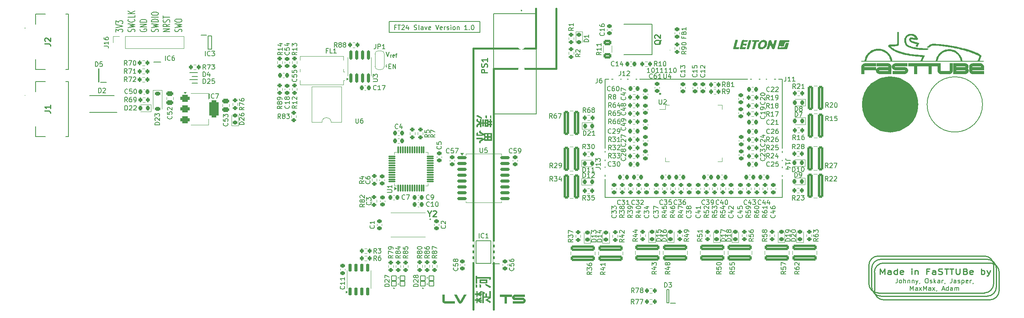
<source format=gbr>
%TF.GenerationSoftware,KiCad,Pcbnew,8.0.0*%
%TF.CreationDate,2024-03-12T18:48:21+01:00*%
%TF.ProjectId,FT24-AMS_Slave-v5,46543234-2d41-44d5-935f-536c6176652d,rev?*%
%TF.SameCoordinates,PX2faf080PY47868c0*%
%TF.FileFunction,Legend,Top*%
%TF.FilePolarity,Positive*%
%FSLAX46Y46*%
G04 Gerber Fmt 4.6, Leading zero omitted, Abs format (unit mm)*
G04 Created by KiCad (PCBNEW 8.0.0) date 2024-03-12 18:48:21*
%MOMM*%
%LPD*%
G01*
G04 APERTURE LIST*
G04 Aperture macros list*
%AMRoundRect*
0 Rectangle with rounded corners*
0 $1 Rounding radius*
0 $2 $3 $4 $5 $6 $7 $8 $9 X,Y pos of 4 corners*
0 Add a 4 corners polygon primitive as box body*
4,1,4,$2,$3,$4,$5,$6,$7,$8,$9,$2,$3,0*
0 Add four circle primitives for the rounded corners*
1,1,$1+$1,$2,$3*
1,1,$1+$1,$4,$5*
1,1,$1+$1,$6,$7*
1,1,$1+$1,$8,$9*
0 Add four rect primitives between the rounded corners*
20,1,$1+$1,$2,$3,$4,$5,0*
20,1,$1+$1,$4,$5,$6,$7,0*
20,1,$1+$1,$6,$7,$8,$9,0*
20,1,$1+$1,$8,$9,$2,$3,0*%
%AMFreePoly0*
4,1,19,0.550000,-0.750000,0.000000,-0.750000,0.000000,-0.744911,-0.071157,-0.744911,-0.207708,-0.704816,-0.327430,-0.627875,-0.420627,-0.520320,-0.479746,-0.390866,-0.500000,-0.250000,-0.500000,0.250000,-0.479746,0.390866,-0.420627,0.520320,-0.327430,0.627875,-0.207708,0.704816,-0.071157,0.744911,0.000000,0.744911,0.000000,0.750000,0.550000,0.750000,0.550000,-0.750000,0.550000,-0.750000,
$1*%
%AMFreePoly1*
4,1,19,0.000000,0.744911,0.071157,0.744911,0.207708,0.704816,0.327430,0.627875,0.420627,0.520320,0.479746,0.390866,0.500000,0.250000,0.500000,-0.250000,0.479746,-0.390866,0.420627,-0.520320,0.327430,-0.627875,0.207708,-0.704816,0.071157,-0.744911,0.000000,-0.744911,0.000000,-0.750000,-0.550000,-0.750000,-0.550000,0.750000,0.000000,0.750000,0.000000,0.744911,0.000000,0.744911,
$1*%
G04 Aperture macros list end*
%ADD10C,0.200000*%
%ADD11C,0.400000*%
%ADD12C,0.250000*%
%ADD13C,6.100000*%
%ADD14C,0.187500*%
%ADD15C,0.300000*%
%ADD16C,0.150000*%
%ADD17C,0.254000*%
%ADD18C,0.120000*%
%ADD19C,0.100000*%
%ADD20C,0.127000*%
%ADD21C,0.000000*%
%ADD22C,0.010000*%
%ADD23RoundRect,0.225000X0.250000X-0.225000X0.250000X0.225000X-0.250000X0.225000X-0.250000X-0.225000X0*%
%ADD24RoundRect,0.250000X2.350000X-0.325000X2.350000X0.325000X-2.350000X0.325000X-2.350000X-0.325000X0*%
%ADD25RoundRect,0.200000X0.200000X0.275000X-0.200000X0.275000X-0.200000X-0.275000X0.200000X-0.275000X0*%
%ADD26RoundRect,0.200000X-0.200000X-0.275000X0.200000X-0.275000X0.200000X0.275000X-0.200000X0.275000X0*%
%ADD27RoundRect,0.225000X-0.250000X0.225000X-0.250000X-0.225000X0.250000X-0.225000X0.250000X0.225000X0*%
%ADD28RoundRect,0.225000X0.225000X0.250000X-0.225000X0.250000X-0.225000X-0.250000X0.225000X-0.250000X0*%
%ADD29RoundRect,0.200000X0.275000X-0.200000X0.275000X0.200000X-0.275000X0.200000X-0.275000X-0.200000X0*%
%ADD30O,1.500000X0.250000*%
%ADD31O,0.250000X1.500000*%
%ADD32C,0.800000*%
%ADD33R,6.000000X6.000000*%
%ADD34RoundRect,0.150000X-0.875000X-0.150000X0.875000X-0.150000X0.875000X0.150000X-0.875000X0.150000X0*%
%ADD35R,1.700000X1.700000*%
%ADD36O,1.700000X1.700000*%
%ADD37R,1.250000X0.600000*%
%ADD38C,3.500000*%
%ADD39RoundRect,0.200000X-0.275000X0.200000X-0.275000X-0.200000X0.275000X-0.200000X0.275000X0.200000X0*%
%ADD40R,0.550000X0.420000*%
%ADD41R,0.300000X0.700000*%
%ADD42R,1.700000X1.000000*%
%ADD43RoundRect,0.218750X0.218750X0.256250X-0.218750X0.256250X-0.218750X-0.256250X0.218750X-0.256250X0*%
%ADD44R,3.600000X1.800000*%
%ADD45R,2.900000X1.000000*%
%ADD46RoundRect,0.250000X0.625000X-0.312500X0.625000X0.312500X-0.625000X0.312500X-0.625000X-0.312500X0*%
%ADD47R,1.050000X0.600000*%
%ADD48RoundRect,0.218750X-0.218750X-0.256250X0.218750X-0.256250X0.218750X0.256250X-0.218750X0.256250X0*%
%ADD49RoundRect,0.218750X0.256250X-0.218750X0.256250X0.218750X-0.256250X0.218750X-0.256250X-0.218750X0*%
%ADD50C,1.400000*%
%ADD51RoundRect,0.225000X-0.225000X-0.250000X0.225000X-0.250000X0.225000X0.250000X-0.225000X0.250000X0*%
%ADD52RoundRect,0.102000X0.500000X-0.500000X0.500000X0.500000X-0.500000X0.500000X-0.500000X-0.500000X0*%
%ADD53RoundRect,0.102000X-0.500000X0.500000X-0.500000X-0.500000X0.500000X-0.500000X0.500000X0.500000X0*%
%ADD54RoundRect,0.075000X0.075000X-0.662500X0.075000X0.662500X-0.075000X0.662500X-0.075000X-0.662500X0*%
%ADD55RoundRect,0.075000X0.662500X-0.075000X0.662500X0.075000X-0.662500X0.075000X-0.662500X-0.075000X0*%
%ADD56R,1.474500X0.650000*%
%ADD57RoundRect,0.250000X0.325000X2.350000X-0.325000X2.350000X-0.325000X-2.350000X0.325000X-2.350000X0*%
%ADD58RoundRect,0.250000X-0.325000X-2.350000X0.325000X-2.350000X0.325000X2.350000X-0.325000X2.350000X0*%
%ADD59RoundRect,0.218750X-0.256250X0.218750X-0.256250X-0.218750X0.256250X-0.218750X0.256250X0.218750X0*%
%ADD60R,0.600000X0.900000*%
%ADD61R,1.500000X0.900000*%
%ADD62R,1.200000X0.900000*%
%ADD63R,1.525000X0.650000*%
%ADD64R,2.400000X3.100000*%
%ADD65R,2.000000X1.780000*%
%ADD66R,2.000000X1.200000*%
%ADD67R,2.400000X1.400000*%
%ADD68R,5.750000X5.900000*%
%ADD69RoundRect,0.250000X-0.475000X0.250000X-0.475000X-0.250000X0.475000X-0.250000X0.475000X0.250000X0*%
%ADD70FreePoly0,90.000000*%
%ADD71R,1.500000X1.000000*%
%ADD72FreePoly1,90.000000*%
%ADD73R,2.300000X2.150000*%
%ADD74R,1.150000X0.600000*%
%ADD75RoundRect,0.225000X-0.375000X0.225000X-0.375000X-0.225000X0.375000X-0.225000X0.375000X0.225000X0*%
%ADD76R,2.200000X1.400000*%
%ADD77RoundRect,0.150000X0.150000X-0.825000X0.150000X0.825000X-0.150000X0.825000X-0.150000X-0.825000X0*%
%ADD78RoundRect,0.150000X0.150000X-0.725000X0.150000X0.725000X-0.150000X0.725000X-0.150000X-0.725000X0*%
%ADD79RoundRect,0.375000X-0.625000X-0.375000X0.625000X-0.375000X0.625000X0.375000X-0.625000X0.375000X0*%
%ADD80RoundRect,0.500000X-0.500000X-1.400000X0.500000X-1.400000X0.500000X1.400000X-0.500000X1.400000X0*%
%ADD81R,0.900000X0.600000*%
%ADD82R,0.900000X1.500000*%
%ADD83R,0.900000X1.200000*%
%ADD84C,0.850000*%
G04 APERTURE END LIST*
D10*
X209000000Y-21000000D02*
G75*
G02*
X197000000Y-21000000I-6000000J0D01*
G01*
X197000000Y-21000000D02*
G75*
G02*
X209000000Y-21000000I6000000J0D01*
G01*
D11*
X116700000Y-13200000D02*
X116700000Y-200000D01*
D12*
X212000000Y-56600000D02*
X212000000Y-60600000D01*
X184400000Y-59900000D02*
X184400000Y-55900000D01*
X187600000Y-63400000D02*
G75*
G02*
X185600000Y-61400000I0J2000000D01*
G01*
X187000000Y-54600000D02*
X210000000Y-54600000D01*
X185600000Y-57400000D02*
G75*
G02*
X187600000Y-55400000I2000000J0D01*
G01*
X211400000Y-59900000D02*
G75*
G02*
X209400000Y-61900000I-2000000J0D01*
G01*
X211400000Y-55900000D02*
X211400000Y-59900000D01*
D11*
X98800000Y-8800000D02*
X112300000Y-8800000D01*
D12*
X187000000Y-62600000D02*
G75*
G02*
X185000000Y-60600000I0J2000000D01*
G01*
X210000000Y-54600000D02*
G75*
G02*
X212000000Y-56600000I0J-2000000D01*
G01*
D13*
X192050000Y-21000000D02*
G75*
G02*
X185950000Y-21000000I-3050000J0D01*
G01*
X185950000Y-21000000D02*
G75*
G02*
X192050000Y-21000000I3050000J0D01*
G01*
D12*
X187600000Y-55400000D02*
X210600000Y-55400000D01*
X212000000Y-60600000D02*
G75*
G02*
X210000000Y-62600000I-2000000J0D01*
G01*
X186400000Y-53900000D02*
X209400000Y-53900000D01*
X186400000Y-61900000D02*
G75*
G02*
X184400000Y-59900000I0J2000000D01*
G01*
X212600000Y-61400000D02*
G75*
G02*
X210600000Y-63400000I-2000000J0D01*
G01*
X184400000Y-55900000D02*
G75*
G02*
X186400000Y-53900000I2000000J0D01*
G01*
D11*
X112300000Y-8800000D02*
X112300000Y-200000D01*
D12*
X209400000Y-61900000D02*
X186400000Y-61900000D01*
D11*
X98800152Y-8800000D02*
X98799847Y-65500000D01*
D12*
X210600000Y-55400000D02*
G75*
G02*
X212600000Y-57400000I0J-2000000D01*
G01*
X209400000Y-53900000D02*
G75*
G02*
X211400000Y-55900000I0J-2000000D01*
G01*
X212600000Y-57400000D02*
X212600000Y-61400000D01*
X185600000Y-61400000D02*
X185600000Y-57400000D01*
X185000000Y-60600000D02*
X185000000Y-56600000D01*
X185000000Y-56600000D02*
G75*
G02*
X187000000Y-54600000I2000000J0D01*
G01*
X210000000Y-62600000D02*
X187000000Y-62600000D01*
X210600000Y-63400000D02*
X187600000Y-63400000D01*
D11*
X103200000Y-13200000D02*
X103200000Y-65500000D01*
X103200000Y-13200000D02*
X116700000Y-13200000D01*
D10*
X30534600Y-5227945D02*
X30606028Y-5085088D01*
X30606028Y-5085088D02*
X30606028Y-4846993D01*
X30606028Y-4846993D02*
X30534600Y-4751755D01*
X30534600Y-4751755D02*
X30463171Y-4704136D01*
X30463171Y-4704136D02*
X30320314Y-4656517D01*
X30320314Y-4656517D02*
X30177457Y-4656517D01*
X30177457Y-4656517D02*
X30034600Y-4704136D01*
X30034600Y-4704136D02*
X29963171Y-4751755D01*
X29963171Y-4751755D02*
X29891742Y-4846993D01*
X29891742Y-4846993D02*
X29820314Y-5037469D01*
X29820314Y-5037469D02*
X29748885Y-5132707D01*
X29748885Y-5132707D02*
X29677457Y-5180326D01*
X29677457Y-5180326D02*
X29534600Y-5227945D01*
X29534600Y-5227945D02*
X29391742Y-5227945D01*
X29391742Y-5227945D02*
X29248885Y-5180326D01*
X29248885Y-5180326D02*
X29177457Y-5132707D01*
X29177457Y-5132707D02*
X29106028Y-5037469D01*
X29106028Y-5037469D02*
X29106028Y-4799374D01*
X29106028Y-4799374D02*
X29177457Y-4656517D01*
X29106028Y-4323183D02*
X30606028Y-4085088D01*
X30606028Y-4085088D02*
X29534600Y-3894612D01*
X29534600Y-3894612D02*
X30606028Y-3704136D01*
X30606028Y-3704136D02*
X29106028Y-3466041D01*
X30606028Y-3085088D02*
X29106028Y-3085088D01*
X29106028Y-3085088D02*
X29106028Y-2846993D01*
X29106028Y-2846993D02*
X29177457Y-2704136D01*
X29177457Y-2704136D02*
X29320314Y-2608898D01*
X29320314Y-2608898D02*
X29463171Y-2561279D01*
X29463171Y-2561279D02*
X29748885Y-2513660D01*
X29748885Y-2513660D02*
X29963171Y-2513660D01*
X29963171Y-2513660D02*
X30248885Y-2561279D01*
X30248885Y-2561279D02*
X30391742Y-2608898D01*
X30391742Y-2608898D02*
X30534600Y-2704136D01*
X30534600Y-2704136D02*
X30606028Y-2846993D01*
X30606028Y-2846993D02*
X30606028Y-3085088D01*
X30606028Y-2085088D02*
X29106028Y-2085088D01*
X29106028Y-1418422D02*
X29106028Y-1227946D01*
X29106028Y-1227946D02*
X29177457Y-1132708D01*
X29177457Y-1132708D02*
X29320314Y-1037470D01*
X29320314Y-1037470D02*
X29606028Y-989851D01*
X29606028Y-989851D02*
X30106028Y-989851D01*
X30106028Y-989851D02*
X30391742Y-1037470D01*
X30391742Y-1037470D02*
X30534600Y-1132708D01*
X30534600Y-1132708D02*
X30606028Y-1227946D01*
X30606028Y-1227946D02*
X30606028Y-1418422D01*
X30606028Y-1418422D02*
X30534600Y-1513660D01*
X30534600Y-1513660D02*
X30391742Y-1608898D01*
X30391742Y-1608898D02*
X30106028Y-1656517D01*
X30106028Y-1656517D02*
X29606028Y-1656517D01*
X29606028Y-1656517D02*
X29320314Y-1608898D01*
X29320314Y-1608898D02*
X29177457Y-1513660D01*
X29177457Y-1513660D02*
X29106028Y-1418422D01*
D14*
G36*
X100614214Y-63975366D02*
G01*
X100332847Y-64130704D01*
X100332847Y-64000279D01*
X99723217Y-63668353D01*
X99723217Y-64100662D01*
X99441849Y-64100662D01*
X99441849Y-63634647D01*
X99137034Y-63634647D01*
X99137034Y-63315910D01*
X99441849Y-63315910D01*
X99441849Y-62899720D01*
X99723217Y-62899720D01*
X99723217Y-63282205D01*
X100285952Y-62979588D01*
X100285952Y-62874808D01*
X100520425Y-62874808D01*
X100520425Y-63156175D01*
X100217076Y-63328367D01*
X100638394Y-63328367D01*
X100638394Y-63622191D01*
X100245652Y-63622191D01*
X100614214Y-63823691D01*
X100614214Y-63975366D01*
G37*
G36*
X100520425Y-62643265D02*
G01*
X100285952Y-62778087D01*
X100285952Y-62643265D01*
X99723217Y-62336985D01*
X99723217Y-62739986D01*
X99441849Y-62739986D01*
X99441849Y-62324528D01*
X99137034Y-62324528D01*
X99137034Y-62005059D01*
X99441849Y-62005059D01*
X99441849Y-61534647D01*
X99723217Y-61534647D01*
X99723217Y-61980146D01*
X100332847Y-61652616D01*
X100332847Y-61534647D01*
X100614214Y-61534647D01*
X100614214Y-61828471D01*
X100269832Y-62017515D01*
X100638394Y-62017515D01*
X100638394Y-62312072D01*
X100252979Y-62312072D01*
X100520425Y-62463014D01*
X100520425Y-62643265D01*
G37*
G36*
X101739685Y-61971353D02*
G01*
X101739685Y-62652058D01*
X102255526Y-62652058D01*
X102255526Y-61534647D01*
X102583789Y-61534647D01*
X102583789Y-63055059D01*
X101928729Y-63403838D01*
X102583789Y-63748220D01*
X102583789Y-63937264D01*
X102255526Y-64109455D01*
X102255526Y-63945324D01*
X101296385Y-63437543D01*
X102160272Y-62979588D01*
X101036266Y-62979588D01*
X101036266Y-64096999D01*
X100754898Y-64096999D01*
X100754898Y-61517794D01*
X101423879Y-61891486D01*
X101119797Y-62063677D01*
X101036266Y-62017515D01*
X101036266Y-62652058D01*
X101411423Y-62652058D01*
X101411423Y-61971353D01*
X101739685Y-61971353D01*
G37*
G36*
X102583789Y-60502965D02*
G01*
X102583789Y-60700069D01*
X102281172Y-60864200D01*
X102281172Y-60708862D01*
X101383579Y-60234054D01*
X101383579Y-59868422D01*
X102583789Y-60502965D01*
G37*
G36*
X99582533Y-60108025D02*
G01*
X99582533Y-60746231D01*
X99254270Y-60746231D01*
X99254270Y-59940230D01*
X99582533Y-60108025D01*
G37*
G36*
X100473531Y-60120481D02*
G01*
X100473531Y-60746231D01*
X100145268Y-60746231D01*
X100145268Y-59952686D01*
X100473531Y-60120481D01*
G37*
G36*
X99629427Y-58423482D02*
G01*
X102583789Y-58423482D01*
X102583789Y-58982554D01*
X102255526Y-59158408D01*
X102255526Y-58759804D01*
X99629427Y-58759804D01*
X99629427Y-59918981D01*
X99301165Y-59918981D01*
X99301165Y-58175819D01*
X99629427Y-58175819D01*
X99629427Y-58423482D01*
G37*
G36*
X101786580Y-59843510D02*
G01*
X100145268Y-59843510D01*
X100145268Y-59318143D01*
X100473531Y-59318143D01*
X100473531Y-59528436D01*
X101458318Y-59528436D01*
X101458318Y-59318143D01*
X100473531Y-59318143D01*
X100145268Y-59318143D01*
X100145268Y-59003070D01*
X101786580Y-59003070D01*
X101786580Y-59843510D01*
G37*
D10*
X26677457Y-4656517D02*
X26606028Y-4751755D01*
X26606028Y-4751755D02*
X26606028Y-4894612D01*
X26606028Y-4894612D02*
X26677457Y-5037469D01*
X26677457Y-5037469D02*
X26820314Y-5132707D01*
X26820314Y-5132707D02*
X26963171Y-5180326D01*
X26963171Y-5180326D02*
X27248885Y-5227945D01*
X27248885Y-5227945D02*
X27463171Y-5227945D01*
X27463171Y-5227945D02*
X27748885Y-5180326D01*
X27748885Y-5180326D02*
X27891742Y-5132707D01*
X27891742Y-5132707D02*
X28034600Y-5037469D01*
X28034600Y-5037469D02*
X28106028Y-4894612D01*
X28106028Y-4894612D02*
X28106028Y-4799374D01*
X28106028Y-4799374D02*
X28034600Y-4656517D01*
X28034600Y-4656517D02*
X27963171Y-4608898D01*
X27963171Y-4608898D02*
X27463171Y-4608898D01*
X27463171Y-4608898D02*
X27463171Y-4799374D01*
X28106028Y-4180326D02*
X26606028Y-4180326D01*
X26606028Y-4180326D02*
X28106028Y-3608898D01*
X28106028Y-3608898D02*
X26606028Y-3608898D01*
X28106028Y-3132707D02*
X26606028Y-3132707D01*
X26606028Y-3132707D02*
X26606028Y-2894612D01*
X26606028Y-2894612D02*
X26677457Y-2751755D01*
X26677457Y-2751755D02*
X26820314Y-2656517D01*
X26820314Y-2656517D02*
X26963171Y-2608898D01*
X26963171Y-2608898D02*
X27248885Y-2561279D01*
X27248885Y-2561279D02*
X27463171Y-2561279D01*
X27463171Y-2561279D02*
X27748885Y-2608898D01*
X27748885Y-2608898D02*
X27891742Y-2656517D01*
X27891742Y-2656517D02*
X28034600Y-2751755D01*
X28034600Y-2751755D02*
X28106028Y-2894612D01*
X28106028Y-2894612D02*
X28106028Y-3132707D01*
D14*
G36*
X99744473Y-24503558D02*
G01*
X100213419Y-24763677D01*
X100213419Y-24137927D01*
X100541681Y-24137927D01*
X100541681Y-24894103D01*
X100729260Y-24894103D01*
X100729260Y-24289602D01*
X101057522Y-24289602D01*
X101057522Y-24894103D01*
X101245101Y-24894103D01*
X101245101Y-24570969D01*
X101526468Y-24570969D01*
X101526468Y-24902896D01*
X101760942Y-24902896D01*
X101760942Y-24570969D01*
X101526468Y-24570969D01*
X101245101Y-24570969D01*
X101245101Y-24260293D01*
X102042309Y-24260293D01*
X102042309Y-25843719D01*
X101245101Y-25843719D01*
X101245101Y-25204780D01*
X101057522Y-25204780D01*
X101057522Y-25810013D01*
X100729260Y-25810013D01*
X100729260Y-25204780D01*
X100541681Y-25204780D01*
X100541681Y-25960956D01*
X100213419Y-25960956D01*
X100213419Y-25335205D01*
X99744473Y-25595324D01*
X99744473Y-25969748D01*
X99416210Y-25969748D01*
X99416210Y-25398220D01*
X99795504Y-25196720D01*
X101526468Y-25196720D01*
X101526468Y-25532309D01*
X101760942Y-25532309D01*
X101760942Y-25196720D01*
X101526468Y-25196720D01*
X99795504Y-25196720D01*
X100072735Y-25049441D01*
X99416210Y-24700662D01*
X99416210Y-24247103D01*
X99744473Y-24083705D01*
X99744473Y-24503558D01*
G37*
G36*
X102651939Y-24574633D02*
G01*
X102839518Y-24574633D01*
X102839518Y-24894103D01*
X102651939Y-24894103D01*
X102651939Y-25204780D01*
X102839518Y-25204780D01*
X102839518Y-25524249D01*
X102651939Y-25524249D01*
X102651939Y-25969748D01*
X102323677Y-25969748D01*
X102323677Y-25524249D01*
X102089204Y-25524249D01*
X102089204Y-25204780D01*
X102323677Y-25204780D01*
X102323677Y-24894103D01*
X102089204Y-24894103D01*
X102089204Y-24574633D01*
X102323677Y-24574633D01*
X102323677Y-24129867D01*
X102651939Y-24129867D01*
X102651939Y-24574633D01*
G37*
G36*
X99744473Y-23339986D02*
G01*
X100621549Y-23814794D01*
X100621549Y-24171632D01*
X99416210Y-23537822D01*
X99416210Y-23441102D01*
X99744473Y-23281367D01*
X99744473Y-23339986D01*
G37*
G36*
X101760942Y-24108618D02*
G01*
X101432679Y-23945219D01*
X101432679Y-23394940D01*
X101760942Y-23394940D01*
X101760942Y-24108618D01*
G37*
G36*
X102698834Y-24037543D02*
G01*
X102370572Y-23873412D01*
X102370572Y-23394940D01*
X102698834Y-23394940D01*
X102698834Y-24037543D01*
G37*
G36*
X100354103Y-26984577D02*
G01*
X101104417Y-27387578D01*
X101104417Y-27173621D01*
X102792623Y-27173621D01*
X102792623Y-28904326D01*
X101104417Y-28904326D01*
X101104417Y-28689637D01*
X100354103Y-29093370D01*
X100354103Y-29424563D01*
X100025840Y-29424563D01*
X100025840Y-28883077D01*
X100643531Y-28555547D01*
X99416210Y-28555547D01*
X99416210Y-28236078D01*
X100790076Y-28236078D01*
X100790076Y-28480076D01*
X101104417Y-28311549D01*
X101104417Y-28202372D01*
X101432679Y-28202372D01*
X101432679Y-28576064D01*
X101760942Y-28576064D01*
X101760942Y-28202372D01*
X102089204Y-28202372D01*
X102089204Y-28576064D01*
X102464361Y-28576064D01*
X102464361Y-28202372D01*
X102089204Y-28202372D01*
X101760942Y-28202372D01*
X101432679Y-28202372D01*
X101104417Y-28202372D01*
X101104417Y-27765666D01*
X100790076Y-27597871D01*
X100790076Y-27845533D01*
X99416210Y-27845533D01*
X99416210Y-27224180D01*
X99744473Y-27056385D01*
X99744473Y-27526064D01*
X100651591Y-27526064D01*
X100604521Y-27501151D01*
X101432679Y-27501151D01*
X101432679Y-27874842D01*
X101760942Y-27874842D01*
X101760942Y-27501151D01*
X102089204Y-27501151D01*
X102089204Y-27874842D01*
X102464361Y-27874842D01*
X102464361Y-27501151D01*
X102089204Y-27501151D01*
X101760942Y-27501151D01*
X101432679Y-27501151D01*
X100604521Y-27501151D01*
X100025840Y-27194870D01*
X100025840Y-26812386D01*
X100354103Y-26644591D01*
X100354103Y-26984577D01*
G37*
D15*
G36*
X92075715Y-63598241D02*
G01*
X92075715Y-62252951D01*
X92591067Y-62252951D01*
X92591067Y-63691053D01*
X94750174Y-63691053D01*
X94750174Y-64191263D01*
X92676552Y-64191263D01*
X92575877Y-64182848D01*
X92480297Y-64157603D01*
X92389813Y-64115528D01*
X92304425Y-64056624D01*
X92257920Y-64015408D01*
X92186924Y-63935339D01*
X92133366Y-63849006D01*
X92097245Y-63756408D01*
X92078562Y-63657546D01*
X92075715Y-63598241D01*
G37*
G36*
X94633914Y-62252951D02*
G01*
X95217655Y-62252951D01*
X95959176Y-63663210D01*
X96714375Y-62252951D01*
X97298604Y-62252951D01*
X96465736Y-63801451D01*
X96411865Y-63892813D01*
X96340018Y-63989885D01*
X96263163Y-64067924D01*
X96181299Y-64126928D01*
X96076450Y-64172609D01*
X95964388Y-64190882D01*
X95945010Y-64191263D01*
X95839194Y-64175188D01*
X95736434Y-64126966D01*
X95653136Y-64062222D01*
X95571961Y-63975153D01*
X95508550Y-63889424D01*
X95446497Y-63789407D01*
X95415980Y-63734040D01*
X94633914Y-62252951D01*
G37*
G36*
X104483391Y-62753161D02*
G01*
X104483391Y-62252951D01*
X107163224Y-62252951D01*
X107163224Y-62753161D01*
X106082693Y-62753161D01*
X106082693Y-64191263D01*
X105566852Y-64191263D01*
X105566852Y-62753161D01*
X104483391Y-62753161D01*
G37*
G36*
X107895464Y-62252951D02*
G01*
X109971528Y-62252951D01*
X109971528Y-62753161D01*
X107717655Y-62753161D01*
X107717655Y-62940739D01*
X109441032Y-62940739D01*
X109552019Y-62949388D01*
X109657162Y-62975334D01*
X109756462Y-63018577D01*
X109849918Y-63079118D01*
X109900697Y-63121479D01*
X109968595Y-63192279D01*
X110030054Y-63282519D01*
X110072392Y-63380987D01*
X110095610Y-63487683D01*
X110100488Y-63568932D01*
X110090881Y-63681528D01*
X110062060Y-63785943D01*
X110014025Y-63882178D01*
X109946775Y-63970230D01*
X109899720Y-64016873D01*
X109813220Y-64084824D01*
X109719988Y-64136085D01*
X109620024Y-64170656D01*
X109513328Y-64188538D01*
X109449337Y-64191263D01*
X107288764Y-64191263D01*
X107288764Y-63691053D01*
X109582205Y-63691053D01*
X109582205Y-63440949D01*
X107828053Y-63440949D01*
X107718251Y-63433071D01*
X107614527Y-63409439D01*
X107516880Y-63370053D01*
X107425311Y-63314912D01*
X107375715Y-63276329D01*
X107305327Y-63208403D01*
X107241614Y-63122297D01*
X107197723Y-63028804D01*
X107173653Y-62927925D01*
X107168597Y-62851346D01*
X107176892Y-62753018D01*
X107207536Y-62647200D01*
X107260760Y-62550966D01*
X107324353Y-62476107D01*
X107404535Y-62408290D01*
X107500155Y-62347762D01*
X107602366Y-62302101D01*
X107711169Y-62271307D01*
X107809676Y-62256744D01*
X107895464Y-62252951D01*
G37*
D10*
X136993482Y-14067219D02*
X136422054Y-14067219D01*
X136707768Y-14067219D02*
X136707768Y-13067219D01*
X136707768Y-13067219D02*
X136612530Y-13210076D01*
X136612530Y-13210076D02*
X136517292Y-13305314D01*
X136517292Y-13305314D02*
X136422054Y-13352933D01*
X137612530Y-13067219D02*
X137707768Y-13067219D01*
X137707768Y-13067219D02*
X137803006Y-13114838D01*
X137803006Y-13114838D02*
X137850625Y-13162457D01*
X137850625Y-13162457D02*
X137898244Y-13257695D01*
X137898244Y-13257695D02*
X137945863Y-13448171D01*
X137945863Y-13448171D02*
X137945863Y-13686266D01*
X137945863Y-13686266D02*
X137898244Y-13876742D01*
X137898244Y-13876742D02*
X137850625Y-13971980D01*
X137850625Y-13971980D02*
X137803006Y-14019600D01*
X137803006Y-14019600D02*
X137707768Y-14067219D01*
X137707768Y-14067219D02*
X137612530Y-14067219D01*
X137612530Y-14067219D02*
X137517292Y-14019600D01*
X137517292Y-14019600D02*
X137469673Y-13971980D01*
X137469673Y-13971980D02*
X137422054Y-13876742D01*
X137422054Y-13876742D02*
X137374435Y-13686266D01*
X137374435Y-13686266D02*
X137374435Y-13448171D01*
X137374435Y-13448171D02*
X137422054Y-13257695D01*
X137422054Y-13257695D02*
X137469673Y-13162457D01*
X137469673Y-13162457D02*
X137517292Y-13114838D01*
X137517292Y-13114838D02*
X137612530Y-13067219D01*
X138898244Y-14067219D02*
X138326816Y-14067219D01*
X138612530Y-14067219D02*
X138612530Y-13067219D01*
X138612530Y-13067219D02*
X138517292Y-13210076D01*
X138517292Y-13210076D02*
X138422054Y-13305314D01*
X138422054Y-13305314D02*
X138326816Y-13352933D01*
X139850625Y-14067219D02*
X139279197Y-14067219D01*
X139564911Y-14067219D02*
X139564911Y-13067219D01*
X139564911Y-13067219D02*
X139469673Y-13210076D01*
X139469673Y-13210076D02*
X139374435Y-13305314D01*
X139374435Y-13305314D02*
X139279197Y-13352933D01*
X140803006Y-14067219D02*
X140231578Y-14067219D01*
X140517292Y-14067219D02*
X140517292Y-13067219D01*
X140517292Y-13067219D02*
X140422054Y-13210076D01*
X140422054Y-13210076D02*
X140326816Y-13305314D01*
X140326816Y-13305314D02*
X140231578Y-13352933D01*
X141755387Y-14067219D02*
X141183959Y-14067219D01*
X141469673Y-14067219D02*
X141469673Y-13067219D01*
X141469673Y-13067219D02*
X141374435Y-13210076D01*
X141374435Y-13210076D02*
X141279197Y-13305314D01*
X141279197Y-13305314D02*
X141183959Y-13352933D01*
X142374435Y-13067219D02*
X142469673Y-13067219D01*
X142469673Y-13067219D02*
X142564911Y-13114838D01*
X142564911Y-13114838D02*
X142612530Y-13162457D01*
X142612530Y-13162457D02*
X142660149Y-13257695D01*
X142660149Y-13257695D02*
X142707768Y-13448171D01*
X142707768Y-13448171D02*
X142707768Y-13686266D01*
X142707768Y-13686266D02*
X142660149Y-13876742D01*
X142660149Y-13876742D02*
X142612530Y-13971980D01*
X142612530Y-13971980D02*
X142564911Y-14019600D01*
X142564911Y-14019600D02*
X142469673Y-14067219D01*
X142469673Y-14067219D02*
X142374435Y-14067219D01*
X142374435Y-14067219D02*
X142279197Y-14019600D01*
X142279197Y-14019600D02*
X142231578Y-13971980D01*
X142231578Y-13971980D02*
X142183959Y-13876742D01*
X142183959Y-13876742D02*
X142136340Y-13686266D01*
X142136340Y-13686266D02*
X142136340Y-13448171D01*
X142136340Y-13448171D02*
X142183959Y-13257695D01*
X142183959Y-13257695D02*
X142231578Y-13162457D01*
X142231578Y-13162457D02*
X142279197Y-13114838D01*
X142279197Y-13114838D02*
X142374435Y-13067219D01*
X25434600Y-5227945D02*
X25506028Y-5085088D01*
X25506028Y-5085088D02*
X25506028Y-4846993D01*
X25506028Y-4846993D02*
X25434600Y-4751755D01*
X25434600Y-4751755D02*
X25363171Y-4704136D01*
X25363171Y-4704136D02*
X25220314Y-4656517D01*
X25220314Y-4656517D02*
X25077457Y-4656517D01*
X25077457Y-4656517D02*
X24934600Y-4704136D01*
X24934600Y-4704136D02*
X24863171Y-4751755D01*
X24863171Y-4751755D02*
X24791742Y-4846993D01*
X24791742Y-4846993D02*
X24720314Y-5037469D01*
X24720314Y-5037469D02*
X24648885Y-5132707D01*
X24648885Y-5132707D02*
X24577457Y-5180326D01*
X24577457Y-5180326D02*
X24434600Y-5227945D01*
X24434600Y-5227945D02*
X24291742Y-5227945D01*
X24291742Y-5227945D02*
X24148885Y-5180326D01*
X24148885Y-5180326D02*
X24077457Y-5132707D01*
X24077457Y-5132707D02*
X24006028Y-5037469D01*
X24006028Y-5037469D02*
X24006028Y-4799374D01*
X24006028Y-4799374D02*
X24077457Y-4656517D01*
X24006028Y-4323183D02*
X25506028Y-4085088D01*
X25506028Y-4085088D02*
X24434600Y-3894612D01*
X24434600Y-3894612D02*
X25506028Y-3704136D01*
X25506028Y-3704136D02*
X24006028Y-3466041D01*
X25363171Y-2513660D02*
X25434600Y-2561279D01*
X25434600Y-2561279D02*
X25506028Y-2704136D01*
X25506028Y-2704136D02*
X25506028Y-2799374D01*
X25506028Y-2799374D02*
X25434600Y-2942231D01*
X25434600Y-2942231D02*
X25291742Y-3037469D01*
X25291742Y-3037469D02*
X25148885Y-3085088D01*
X25148885Y-3085088D02*
X24863171Y-3132707D01*
X24863171Y-3132707D02*
X24648885Y-3132707D01*
X24648885Y-3132707D02*
X24363171Y-3085088D01*
X24363171Y-3085088D02*
X24220314Y-3037469D01*
X24220314Y-3037469D02*
X24077457Y-2942231D01*
X24077457Y-2942231D02*
X24006028Y-2799374D01*
X24006028Y-2799374D02*
X24006028Y-2704136D01*
X24006028Y-2704136D02*
X24077457Y-2561279D01*
X24077457Y-2561279D02*
X24148885Y-2513660D01*
X25506028Y-1608898D02*
X25506028Y-2085088D01*
X25506028Y-2085088D02*
X24006028Y-2085088D01*
X25506028Y-1275564D02*
X24006028Y-1275564D01*
X25506028Y-704136D02*
X24648885Y-1132707D01*
X24006028Y-704136D02*
X24863171Y-1275564D01*
X21406028Y-5275564D02*
X21406028Y-4656517D01*
X21406028Y-4656517D02*
X21977457Y-4989850D01*
X21977457Y-4989850D02*
X21977457Y-4846993D01*
X21977457Y-4846993D02*
X22048885Y-4751755D01*
X22048885Y-4751755D02*
X22120314Y-4704136D01*
X22120314Y-4704136D02*
X22263171Y-4656517D01*
X22263171Y-4656517D02*
X22620314Y-4656517D01*
X22620314Y-4656517D02*
X22763171Y-4704136D01*
X22763171Y-4704136D02*
X22834600Y-4751755D01*
X22834600Y-4751755D02*
X22906028Y-4846993D01*
X22906028Y-4846993D02*
X22906028Y-5132707D01*
X22906028Y-5132707D02*
X22834600Y-5227945D01*
X22834600Y-5227945D02*
X22763171Y-5275564D01*
X21406028Y-4370802D02*
X22906028Y-4037469D01*
X22906028Y-4037469D02*
X21406028Y-3704136D01*
X21406028Y-3466040D02*
X21406028Y-2846993D01*
X21406028Y-2846993D02*
X21977457Y-3180326D01*
X21977457Y-3180326D02*
X21977457Y-3037469D01*
X21977457Y-3037469D02*
X22048885Y-2942231D01*
X22048885Y-2942231D02*
X22120314Y-2894612D01*
X22120314Y-2894612D02*
X22263171Y-2846993D01*
X22263171Y-2846993D02*
X22620314Y-2846993D01*
X22620314Y-2846993D02*
X22763171Y-2894612D01*
X22763171Y-2894612D02*
X22834600Y-2942231D01*
X22834600Y-2942231D02*
X22906028Y-3037469D01*
X22906028Y-3037469D02*
X22906028Y-3323183D01*
X22906028Y-3323183D02*
X22834600Y-3418421D01*
X22834600Y-3418421D02*
X22763171Y-3466040D01*
X79926816Y-9642219D02*
X80260149Y-10642219D01*
X80260149Y-10642219D02*
X80593482Y-9642219D01*
X80879197Y-10752695D02*
X80879197Y-10219361D01*
X80879197Y-10371742D02*
X80917292Y-10295552D01*
X80917292Y-10295552D02*
X80955387Y-10257457D01*
X80955387Y-10257457D02*
X81031578Y-10219361D01*
X81031578Y-10219361D02*
X81107768Y-10219361D01*
X81679197Y-10714600D02*
X81603006Y-10752695D01*
X81603006Y-10752695D02*
X81450625Y-10752695D01*
X81450625Y-10752695D02*
X81374435Y-10714600D01*
X81374435Y-10714600D02*
X81336339Y-10638409D01*
X81336339Y-10638409D02*
X81336339Y-10333647D01*
X81336339Y-10333647D02*
X81374435Y-10257457D01*
X81374435Y-10257457D02*
X81450625Y-10219361D01*
X81450625Y-10219361D02*
X81603006Y-10219361D01*
X81603006Y-10219361D02*
X81679197Y-10257457D01*
X81679197Y-10257457D02*
X81717292Y-10333647D01*
X81717292Y-10333647D02*
X81717292Y-10409838D01*
X81717292Y-10409838D02*
X81336339Y-10486028D01*
X81945863Y-10219361D02*
X82250625Y-10219361D01*
X82060149Y-10752695D02*
X82060149Y-10066980D01*
X82060149Y-10066980D02*
X82098244Y-9990790D01*
X82098244Y-9990790D02*
X82174434Y-9952695D01*
X82174434Y-9952695D02*
X82250625Y-9952695D01*
X80469673Y-12718409D02*
X80803006Y-12718409D01*
X80945863Y-13242219D02*
X80469673Y-13242219D01*
X80469673Y-13242219D02*
X80469673Y-12242219D01*
X80469673Y-12242219D02*
X80945863Y-12242219D01*
X81374435Y-13242219D02*
X81374435Y-12242219D01*
X81374435Y-12242219D02*
X81945863Y-13242219D01*
X81945863Y-13242219D02*
X81945863Y-12242219D01*
X33106028Y-5180326D02*
X31606028Y-5180326D01*
X31606028Y-5180326D02*
X33106028Y-4608898D01*
X33106028Y-4608898D02*
X31606028Y-4608898D01*
X33106028Y-3561279D02*
X32391742Y-3894612D01*
X33106028Y-4132707D02*
X31606028Y-4132707D01*
X31606028Y-4132707D02*
X31606028Y-3751755D01*
X31606028Y-3751755D02*
X31677457Y-3656517D01*
X31677457Y-3656517D02*
X31748885Y-3608898D01*
X31748885Y-3608898D02*
X31891742Y-3561279D01*
X31891742Y-3561279D02*
X32106028Y-3561279D01*
X32106028Y-3561279D02*
X32248885Y-3608898D01*
X32248885Y-3608898D02*
X32320314Y-3656517D01*
X32320314Y-3656517D02*
X32391742Y-3751755D01*
X32391742Y-3751755D02*
X32391742Y-4132707D01*
X33034600Y-3180326D02*
X33106028Y-3037469D01*
X33106028Y-3037469D02*
X33106028Y-2799374D01*
X33106028Y-2799374D02*
X33034600Y-2704136D01*
X33034600Y-2704136D02*
X32963171Y-2656517D01*
X32963171Y-2656517D02*
X32820314Y-2608898D01*
X32820314Y-2608898D02*
X32677457Y-2608898D01*
X32677457Y-2608898D02*
X32534600Y-2656517D01*
X32534600Y-2656517D02*
X32463171Y-2704136D01*
X32463171Y-2704136D02*
X32391742Y-2799374D01*
X32391742Y-2799374D02*
X32320314Y-2989850D01*
X32320314Y-2989850D02*
X32248885Y-3085088D01*
X32248885Y-3085088D02*
X32177457Y-3132707D01*
X32177457Y-3132707D02*
X32034600Y-3180326D01*
X32034600Y-3180326D02*
X31891742Y-3180326D01*
X31891742Y-3180326D02*
X31748885Y-3132707D01*
X31748885Y-3132707D02*
X31677457Y-3085088D01*
X31677457Y-3085088D02*
X31606028Y-2989850D01*
X31606028Y-2989850D02*
X31606028Y-2751755D01*
X31606028Y-2751755D02*
X31677457Y-2608898D01*
X31606028Y-2323183D02*
X31606028Y-1751755D01*
X33106028Y-2037469D02*
X31606028Y-2037469D01*
X35634600Y-5227945D02*
X35706028Y-5085088D01*
X35706028Y-5085088D02*
X35706028Y-4846993D01*
X35706028Y-4846993D02*
X35634600Y-4751755D01*
X35634600Y-4751755D02*
X35563171Y-4704136D01*
X35563171Y-4704136D02*
X35420314Y-4656517D01*
X35420314Y-4656517D02*
X35277457Y-4656517D01*
X35277457Y-4656517D02*
X35134600Y-4704136D01*
X35134600Y-4704136D02*
X35063171Y-4751755D01*
X35063171Y-4751755D02*
X34991742Y-4846993D01*
X34991742Y-4846993D02*
X34920314Y-5037469D01*
X34920314Y-5037469D02*
X34848885Y-5132707D01*
X34848885Y-5132707D02*
X34777457Y-5180326D01*
X34777457Y-5180326D02*
X34634600Y-5227945D01*
X34634600Y-5227945D02*
X34491742Y-5227945D01*
X34491742Y-5227945D02*
X34348885Y-5180326D01*
X34348885Y-5180326D02*
X34277457Y-5132707D01*
X34277457Y-5132707D02*
X34206028Y-5037469D01*
X34206028Y-5037469D02*
X34206028Y-4799374D01*
X34206028Y-4799374D02*
X34277457Y-4656517D01*
X34206028Y-4323183D02*
X35706028Y-4085088D01*
X35706028Y-4085088D02*
X34634600Y-3894612D01*
X34634600Y-3894612D02*
X35706028Y-3704136D01*
X35706028Y-3704136D02*
X34206028Y-3466041D01*
X34206028Y-2894612D02*
X34206028Y-2704136D01*
X34206028Y-2704136D02*
X34277457Y-2608898D01*
X34277457Y-2608898D02*
X34420314Y-2513660D01*
X34420314Y-2513660D02*
X34706028Y-2466041D01*
X34706028Y-2466041D02*
X35206028Y-2466041D01*
X35206028Y-2466041D02*
X35491742Y-2513660D01*
X35491742Y-2513660D02*
X35634600Y-2608898D01*
X35634600Y-2608898D02*
X35706028Y-2704136D01*
X35706028Y-2704136D02*
X35706028Y-2894612D01*
X35706028Y-2894612D02*
X35634600Y-2989850D01*
X35634600Y-2989850D02*
X35491742Y-3085088D01*
X35491742Y-3085088D02*
X35206028Y-3132707D01*
X35206028Y-3132707D02*
X34706028Y-3132707D01*
X34706028Y-3132707D02*
X34420314Y-3085088D01*
X34420314Y-3085088D02*
X34277457Y-2989850D01*
X34277457Y-2989850D02*
X34206028Y-2894612D01*
D12*
X186821615Y-57840142D02*
X186821615Y-56640142D01*
X186821615Y-56640142D02*
X187321615Y-57497285D01*
X187321615Y-57497285D02*
X187821615Y-56640142D01*
X187821615Y-56640142D02*
X187821615Y-57840142D01*
X189178759Y-57840142D02*
X189178759Y-57211571D01*
X189178759Y-57211571D02*
X189107330Y-57097285D01*
X189107330Y-57097285D02*
X188964473Y-57040142D01*
X188964473Y-57040142D02*
X188678759Y-57040142D01*
X188678759Y-57040142D02*
X188535901Y-57097285D01*
X189178759Y-57783000D02*
X189035901Y-57840142D01*
X189035901Y-57840142D02*
X188678759Y-57840142D01*
X188678759Y-57840142D02*
X188535901Y-57783000D01*
X188535901Y-57783000D02*
X188464473Y-57668714D01*
X188464473Y-57668714D02*
X188464473Y-57554428D01*
X188464473Y-57554428D02*
X188535901Y-57440142D01*
X188535901Y-57440142D02*
X188678759Y-57383000D01*
X188678759Y-57383000D02*
X189035901Y-57383000D01*
X189035901Y-57383000D02*
X189178759Y-57325857D01*
X190535902Y-57840142D02*
X190535902Y-56640142D01*
X190535902Y-57783000D02*
X190393044Y-57840142D01*
X190393044Y-57840142D02*
X190107330Y-57840142D01*
X190107330Y-57840142D02*
X189964473Y-57783000D01*
X189964473Y-57783000D02*
X189893044Y-57725857D01*
X189893044Y-57725857D02*
X189821616Y-57611571D01*
X189821616Y-57611571D02*
X189821616Y-57268714D01*
X189821616Y-57268714D02*
X189893044Y-57154428D01*
X189893044Y-57154428D02*
X189964473Y-57097285D01*
X189964473Y-57097285D02*
X190107330Y-57040142D01*
X190107330Y-57040142D02*
X190393044Y-57040142D01*
X190393044Y-57040142D02*
X190535902Y-57097285D01*
X191821616Y-57783000D02*
X191678759Y-57840142D01*
X191678759Y-57840142D02*
X191393045Y-57840142D01*
X191393045Y-57840142D02*
X191250187Y-57783000D01*
X191250187Y-57783000D02*
X191178759Y-57668714D01*
X191178759Y-57668714D02*
X191178759Y-57211571D01*
X191178759Y-57211571D02*
X191250187Y-57097285D01*
X191250187Y-57097285D02*
X191393045Y-57040142D01*
X191393045Y-57040142D02*
X191678759Y-57040142D01*
X191678759Y-57040142D02*
X191821616Y-57097285D01*
X191821616Y-57097285D02*
X191893045Y-57211571D01*
X191893045Y-57211571D02*
X191893045Y-57325857D01*
X191893045Y-57325857D02*
X191178759Y-57440142D01*
X193678758Y-57840142D02*
X193678758Y-57040142D01*
X193678758Y-56640142D02*
X193607330Y-56697285D01*
X193607330Y-56697285D02*
X193678758Y-56754428D01*
X193678758Y-56754428D02*
X193750187Y-56697285D01*
X193750187Y-56697285D02*
X193678758Y-56640142D01*
X193678758Y-56640142D02*
X193678758Y-56754428D01*
X194393044Y-57040142D02*
X194393044Y-57840142D01*
X194393044Y-57154428D02*
X194464473Y-57097285D01*
X194464473Y-57097285D02*
X194607330Y-57040142D01*
X194607330Y-57040142D02*
X194821616Y-57040142D01*
X194821616Y-57040142D02*
X194964473Y-57097285D01*
X194964473Y-57097285D02*
X195035902Y-57211571D01*
X195035902Y-57211571D02*
X195035902Y-57840142D01*
X197393044Y-57211571D02*
X196893044Y-57211571D01*
X196893044Y-57840142D02*
X196893044Y-56640142D01*
X196893044Y-56640142D02*
X197607330Y-56640142D01*
X198821616Y-57840142D02*
X198821616Y-57211571D01*
X198821616Y-57211571D02*
X198750187Y-57097285D01*
X198750187Y-57097285D02*
X198607330Y-57040142D01*
X198607330Y-57040142D02*
X198321616Y-57040142D01*
X198321616Y-57040142D02*
X198178758Y-57097285D01*
X198821616Y-57783000D02*
X198678758Y-57840142D01*
X198678758Y-57840142D02*
X198321616Y-57840142D01*
X198321616Y-57840142D02*
X198178758Y-57783000D01*
X198178758Y-57783000D02*
X198107330Y-57668714D01*
X198107330Y-57668714D02*
X198107330Y-57554428D01*
X198107330Y-57554428D02*
X198178758Y-57440142D01*
X198178758Y-57440142D02*
X198321616Y-57383000D01*
X198321616Y-57383000D02*
X198678758Y-57383000D01*
X198678758Y-57383000D02*
X198821616Y-57325857D01*
X199464473Y-57783000D02*
X199678759Y-57840142D01*
X199678759Y-57840142D02*
X200035901Y-57840142D01*
X200035901Y-57840142D02*
X200178759Y-57783000D01*
X200178759Y-57783000D02*
X200250187Y-57725857D01*
X200250187Y-57725857D02*
X200321616Y-57611571D01*
X200321616Y-57611571D02*
X200321616Y-57497285D01*
X200321616Y-57497285D02*
X200250187Y-57383000D01*
X200250187Y-57383000D02*
X200178759Y-57325857D01*
X200178759Y-57325857D02*
X200035901Y-57268714D01*
X200035901Y-57268714D02*
X199750187Y-57211571D01*
X199750187Y-57211571D02*
X199607330Y-57154428D01*
X199607330Y-57154428D02*
X199535901Y-57097285D01*
X199535901Y-57097285D02*
X199464473Y-56983000D01*
X199464473Y-56983000D02*
X199464473Y-56868714D01*
X199464473Y-56868714D02*
X199535901Y-56754428D01*
X199535901Y-56754428D02*
X199607330Y-56697285D01*
X199607330Y-56697285D02*
X199750187Y-56640142D01*
X199750187Y-56640142D02*
X200107330Y-56640142D01*
X200107330Y-56640142D02*
X200321616Y-56697285D01*
X200750187Y-56640142D02*
X201607330Y-56640142D01*
X201178758Y-57840142D02*
X201178758Y-56640142D01*
X201893044Y-56640142D02*
X202750187Y-56640142D01*
X202321615Y-57840142D02*
X202321615Y-56640142D01*
X203250186Y-56640142D02*
X203250186Y-57611571D01*
X203250186Y-57611571D02*
X203321615Y-57725857D01*
X203321615Y-57725857D02*
X203393044Y-57783000D01*
X203393044Y-57783000D02*
X203535901Y-57840142D01*
X203535901Y-57840142D02*
X203821615Y-57840142D01*
X203821615Y-57840142D02*
X203964472Y-57783000D01*
X203964472Y-57783000D02*
X204035901Y-57725857D01*
X204035901Y-57725857D02*
X204107329Y-57611571D01*
X204107329Y-57611571D02*
X204107329Y-56640142D01*
X205321615Y-57211571D02*
X205535901Y-57268714D01*
X205535901Y-57268714D02*
X205607330Y-57325857D01*
X205607330Y-57325857D02*
X205678758Y-57440142D01*
X205678758Y-57440142D02*
X205678758Y-57611571D01*
X205678758Y-57611571D02*
X205607330Y-57725857D01*
X205607330Y-57725857D02*
X205535901Y-57783000D01*
X205535901Y-57783000D02*
X205393044Y-57840142D01*
X205393044Y-57840142D02*
X204821615Y-57840142D01*
X204821615Y-57840142D02*
X204821615Y-56640142D01*
X204821615Y-56640142D02*
X205321615Y-56640142D01*
X205321615Y-56640142D02*
X205464473Y-56697285D01*
X205464473Y-56697285D02*
X205535901Y-56754428D01*
X205535901Y-56754428D02*
X205607330Y-56868714D01*
X205607330Y-56868714D02*
X205607330Y-56983000D01*
X205607330Y-56983000D02*
X205535901Y-57097285D01*
X205535901Y-57097285D02*
X205464473Y-57154428D01*
X205464473Y-57154428D02*
X205321615Y-57211571D01*
X205321615Y-57211571D02*
X204821615Y-57211571D01*
X206893044Y-57783000D02*
X206750187Y-57840142D01*
X206750187Y-57840142D02*
X206464473Y-57840142D01*
X206464473Y-57840142D02*
X206321615Y-57783000D01*
X206321615Y-57783000D02*
X206250187Y-57668714D01*
X206250187Y-57668714D02*
X206250187Y-57211571D01*
X206250187Y-57211571D02*
X206321615Y-57097285D01*
X206321615Y-57097285D02*
X206464473Y-57040142D01*
X206464473Y-57040142D02*
X206750187Y-57040142D01*
X206750187Y-57040142D02*
X206893044Y-57097285D01*
X206893044Y-57097285D02*
X206964473Y-57211571D01*
X206964473Y-57211571D02*
X206964473Y-57325857D01*
X206964473Y-57325857D02*
X206250187Y-57440142D01*
X208750186Y-57840142D02*
X208750186Y-56640142D01*
X208750186Y-57097285D02*
X208893044Y-57040142D01*
X208893044Y-57040142D02*
X209178758Y-57040142D01*
X209178758Y-57040142D02*
X209321615Y-57097285D01*
X209321615Y-57097285D02*
X209393044Y-57154428D01*
X209393044Y-57154428D02*
X209464472Y-57268714D01*
X209464472Y-57268714D02*
X209464472Y-57611571D01*
X209464472Y-57611571D02*
X209393044Y-57725857D01*
X209393044Y-57725857D02*
X209321615Y-57783000D01*
X209321615Y-57783000D02*
X209178758Y-57840142D01*
X209178758Y-57840142D02*
X208893044Y-57840142D01*
X208893044Y-57840142D02*
X208750186Y-57783000D01*
X209964472Y-57040142D02*
X210321615Y-57840142D01*
X210678758Y-57040142D02*
X210321615Y-57840142D01*
X210321615Y-57840142D02*
X210178758Y-58125857D01*
X210178758Y-58125857D02*
X210107329Y-58183000D01*
X210107329Y-58183000D02*
X209964472Y-58240142D01*
D10*
X190552380Y-58757275D02*
X190552380Y-59471560D01*
X190552380Y-59471560D02*
X190504761Y-59614417D01*
X190504761Y-59614417D02*
X190409523Y-59709656D01*
X190409523Y-59709656D02*
X190266666Y-59757275D01*
X190266666Y-59757275D02*
X190171428Y-59757275D01*
X191171428Y-59757275D02*
X191076190Y-59709656D01*
X191076190Y-59709656D02*
X191028571Y-59662036D01*
X191028571Y-59662036D02*
X190980952Y-59566798D01*
X190980952Y-59566798D02*
X190980952Y-59281084D01*
X190980952Y-59281084D02*
X191028571Y-59185846D01*
X191028571Y-59185846D02*
X191076190Y-59138227D01*
X191076190Y-59138227D02*
X191171428Y-59090608D01*
X191171428Y-59090608D02*
X191314285Y-59090608D01*
X191314285Y-59090608D02*
X191409523Y-59138227D01*
X191409523Y-59138227D02*
X191457142Y-59185846D01*
X191457142Y-59185846D02*
X191504761Y-59281084D01*
X191504761Y-59281084D02*
X191504761Y-59566798D01*
X191504761Y-59566798D02*
X191457142Y-59662036D01*
X191457142Y-59662036D02*
X191409523Y-59709656D01*
X191409523Y-59709656D02*
X191314285Y-59757275D01*
X191314285Y-59757275D02*
X191171428Y-59757275D01*
X191933333Y-59757275D02*
X191933333Y-58757275D01*
X192361904Y-59757275D02*
X192361904Y-59233465D01*
X192361904Y-59233465D02*
X192314285Y-59138227D01*
X192314285Y-59138227D02*
X192219047Y-59090608D01*
X192219047Y-59090608D02*
X192076190Y-59090608D01*
X192076190Y-59090608D02*
X191980952Y-59138227D01*
X191980952Y-59138227D02*
X191933333Y-59185846D01*
X192838095Y-59090608D02*
X192838095Y-59757275D01*
X192838095Y-59185846D02*
X192885714Y-59138227D01*
X192885714Y-59138227D02*
X192980952Y-59090608D01*
X192980952Y-59090608D02*
X193123809Y-59090608D01*
X193123809Y-59090608D02*
X193219047Y-59138227D01*
X193219047Y-59138227D02*
X193266666Y-59233465D01*
X193266666Y-59233465D02*
X193266666Y-59757275D01*
X193742857Y-59090608D02*
X193742857Y-59757275D01*
X193742857Y-59185846D02*
X193790476Y-59138227D01*
X193790476Y-59138227D02*
X193885714Y-59090608D01*
X193885714Y-59090608D02*
X194028571Y-59090608D01*
X194028571Y-59090608D02*
X194123809Y-59138227D01*
X194123809Y-59138227D02*
X194171428Y-59233465D01*
X194171428Y-59233465D02*
X194171428Y-59757275D01*
X194552381Y-59090608D02*
X194790476Y-59757275D01*
X195028571Y-59090608D02*
X194790476Y-59757275D01*
X194790476Y-59757275D02*
X194695238Y-59995370D01*
X194695238Y-59995370D02*
X194647619Y-60042989D01*
X194647619Y-60042989D02*
X194552381Y-60090608D01*
X195457143Y-59709656D02*
X195457143Y-59757275D01*
X195457143Y-59757275D02*
X195409524Y-59852513D01*
X195409524Y-59852513D02*
X195361905Y-59900132D01*
X196838095Y-58757275D02*
X197028571Y-58757275D01*
X197028571Y-58757275D02*
X197123809Y-58804894D01*
X197123809Y-58804894D02*
X197219047Y-58900132D01*
X197219047Y-58900132D02*
X197266666Y-59090608D01*
X197266666Y-59090608D02*
X197266666Y-59423941D01*
X197266666Y-59423941D02*
X197219047Y-59614417D01*
X197219047Y-59614417D02*
X197123809Y-59709656D01*
X197123809Y-59709656D02*
X197028571Y-59757275D01*
X197028571Y-59757275D02*
X196838095Y-59757275D01*
X196838095Y-59757275D02*
X196742857Y-59709656D01*
X196742857Y-59709656D02*
X196647619Y-59614417D01*
X196647619Y-59614417D02*
X196600000Y-59423941D01*
X196600000Y-59423941D02*
X196600000Y-59090608D01*
X196600000Y-59090608D02*
X196647619Y-58900132D01*
X196647619Y-58900132D02*
X196742857Y-58804894D01*
X196742857Y-58804894D02*
X196838095Y-58757275D01*
X197647619Y-59709656D02*
X197742857Y-59757275D01*
X197742857Y-59757275D02*
X197933333Y-59757275D01*
X197933333Y-59757275D02*
X198028571Y-59709656D01*
X198028571Y-59709656D02*
X198076190Y-59614417D01*
X198076190Y-59614417D02*
X198076190Y-59566798D01*
X198076190Y-59566798D02*
X198028571Y-59471560D01*
X198028571Y-59471560D02*
X197933333Y-59423941D01*
X197933333Y-59423941D02*
X197790476Y-59423941D01*
X197790476Y-59423941D02*
X197695238Y-59376322D01*
X197695238Y-59376322D02*
X197647619Y-59281084D01*
X197647619Y-59281084D02*
X197647619Y-59233465D01*
X197647619Y-59233465D02*
X197695238Y-59138227D01*
X197695238Y-59138227D02*
X197790476Y-59090608D01*
X197790476Y-59090608D02*
X197933333Y-59090608D01*
X197933333Y-59090608D02*
X198028571Y-59138227D01*
X198504762Y-59757275D02*
X198504762Y-58757275D01*
X198600000Y-59376322D02*
X198885714Y-59757275D01*
X198885714Y-59090608D02*
X198504762Y-59471560D01*
X199742857Y-59757275D02*
X199742857Y-59233465D01*
X199742857Y-59233465D02*
X199695238Y-59138227D01*
X199695238Y-59138227D02*
X199600000Y-59090608D01*
X199600000Y-59090608D02*
X199409524Y-59090608D01*
X199409524Y-59090608D02*
X199314286Y-59138227D01*
X199742857Y-59709656D02*
X199647619Y-59757275D01*
X199647619Y-59757275D02*
X199409524Y-59757275D01*
X199409524Y-59757275D02*
X199314286Y-59709656D01*
X199314286Y-59709656D02*
X199266667Y-59614417D01*
X199266667Y-59614417D02*
X199266667Y-59519179D01*
X199266667Y-59519179D02*
X199314286Y-59423941D01*
X199314286Y-59423941D02*
X199409524Y-59376322D01*
X199409524Y-59376322D02*
X199647619Y-59376322D01*
X199647619Y-59376322D02*
X199742857Y-59328703D01*
X200219048Y-59757275D02*
X200219048Y-59090608D01*
X200219048Y-59281084D02*
X200266667Y-59185846D01*
X200266667Y-59185846D02*
X200314286Y-59138227D01*
X200314286Y-59138227D02*
X200409524Y-59090608D01*
X200409524Y-59090608D02*
X200504762Y-59090608D01*
X200885715Y-59709656D02*
X200885715Y-59757275D01*
X200885715Y-59757275D02*
X200838096Y-59852513D01*
X200838096Y-59852513D02*
X200790477Y-59900132D01*
X202361905Y-58757275D02*
X202361905Y-59471560D01*
X202361905Y-59471560D02*
X202314286Y-59614417D01*
X202314286Y-59614417D02*
X202219048Y-59709656D01*
X202219048Y-59709656D02*
X202076191Y-59757275D01*
X202076191Y-59757275D02*
X201980953Y-59757275D01*
X203266667Y-59757275D02*
X203266667Y-59233465D01*
X203266667Y-59233465D02*
X203219048Y-59138227D01*
X203219048Y-59138227D02*
X203123810Y-59090608D01*
X203123810Y-59090608D02*
X202933334Y-59090608D01*
X202933334Y-59090608D02*
X202838096Y-59138227D01*
X203266667Y-59709656D02*
X203171429Y-59757275D01*
X203171429Y-59757275D02*
X202933334Y-59757275D01*
X202933334Y-59757275D02*
X202838096Y-59709656D01*
X202838096Y-59709656D02*
X202790477Y-59614417D01*
X202790477Y-59614417D02*
X202790477Y-59519179D01*
X202790477Y-59519179D02*
X202838096Y-59423941D01*
X202838096Y-59423941D02*
X202933334Y-59376322D01*
X202933334Y-59376322D02*
X203171429Y-59376322D01*
X203171429Y-59376322D02*
X203266667Y-59328703D01*
X203695239Y-59709656D02*
X203790477Y-59757275D01*
X203790477Y-59757275D02*
X203980953Y-59757275D01*
X203980953Y-59757275D02*
X204076191Y-59709656D01*
X204076191Y-59709656D02*
X204123810Y-59614417D01*
X204123810Y-59614417D02*
X204123810Y-59566798D01*
X204123810Y-59566798D02*
X204076191Y-59471560D01*
X204076191Y-59471560D02*
X203980953Y-59423941D01*
X203980953Y-59423941D02*
X203838096Y-59423941D01*
X203838096Y-59423941D02*
X203742858Y-59376322D01*
X203742858Y-59376322D02*
X203695239Y-59281084D01*
X203695239Y-59281084D02*
X203695239Y-59233465D01*
X203695239Y-59233465D02*
X203742858Y-59138227D01*
X203742858Y-59138227D02*
X203838096Y-59090608D01*
X203838096Y-59090608D02*
X203980953Y-59090608D01*
X203980953Y-59090608D02*
X204076191Y-59138227D01*
X204552382Y-59090608D02*
X204552382Y-60090608D01*
X204552382Y-59138227D02*
X204647620Y-59090608D01*
X204647620Y-59090608D02*
X204838096Y-59090608D01*
X204838096Y-59090608D02*
X204933334Y-59138227D01*
X204933334Y-59138227D02*
X204980953Y-59185846D01*
X204980953Y-59185846D02*
X205028572Y-59281084D01*
X205028572Y-59281084D02*
X205028572Y-59566798D01*
X205028572Y-59566798D02*
X204980953Y-59662036D01*
X204980953Y-59662036D02*
X204933334Y-59709656D01*
X204933334Y-59709656D02*
X204838096Y-59757275D01*
X204838096Y-59757275D02*
X204647620Y-59757275D01*
X204647620Y-59757275D02*
X204552382Y-59709656D01*
X205838096Y-59709656D02*
X205742858Y-59757275D01*
X205742858Y-59757275D02*
X205552382Y-59757275D01*
X205552382Y-59757275D02*
X205457144Y-59709656D01*
X205457144Y-59709656D02*
X205409525Y-59614417D01*
X205409525Y-59614417D02*
X205409525Y-59233465D01*
X205409525Y-59233465D02*
X205457144Y-59138227D01*
X205457144Y-59138227D02*
X205552382Y-59090608D01*
X205552382Y-59090608D02*
X205742858Y-59090608D01*
X205742858Y-59090608D02*
X205838096Y-59138227D01*
X205838096Y-59138227D02*
X205885715Y-59233465D01*
X205885715Y-59233465D02*
X205885715Y-59328703D01*
X205885715Y-59328703D02*
X205409525Y-59423941D01*
X206314287Y-59757275D02*
X206314287Y-59090608D01*
X206314287Y-59281084D02*
X206361906Y-59185846D01*
X206361906Y-59185846D02*
X206409525Y-59138227D01*
X206409525Y-59138227D02*
X206504763Y-59090608D01*
X206504763Y-59090608D02*
X206600001Y-59090608D01*
X206980954Y-59709656D02*
X206980954Y-59757275D01*
X206980954Y-59757275D02*
X206933335Y-59852513D01*
X206933335Y-59852513D02*
X206885716Y-59900132D01*
X193361905Y-61367219D02*
X193361905Y-60367219D01*
X193361905Y-60367219D02*
X193695238Y-61081504D01*
X193695238Y-61081504D02*
X194028571Y-60367219D01*
X194028571Y-60367219D02*
X194028571Y-61367219D01*
X194933333Y-61367219D02*
X194933333Y-60843409D01*
X194933333Y-60843409D02*
X194885714Y-60748171D01*
X194885714Y-60748171D02*
X194790476Y-60700552D01*
X194790476Y-60700552D02*
X194600000Y-60700552D01*
X194600000Y-60700552D02*
X194504762Y-60748171D01*
X194933333Y-61319600D02*
X194838095Y-61367219D01*
X194838095Y-61367219D02*
X194600000Y-61367219D01*
X194600000Y-61367219D02*
X194504762Y-61319600D01*
X194504762Y-61319600D02*
X194457143Y-61224361D01*
X194457143Y-61224361D02*
X194457143Y-61129123D01*
X194457143Y-61129123D02*
X194504762Y-61033885D01*
X194504762Y-61033885D02*
X194600000Y-60986266D01*
X194600000Y-60986266D02*
X194838095Y-60986266D01*
X194838095Y-60986266D02*
X194933333Y-60938647D01*
X195314286Y-61367219D02*
X195838095Y-60700552D01*
X195314286Y-60700552D02*
X195838095Y-61367219D01*
X196219048Y-61367219D02*
X196219048Y-60367219D01*
X196219048Y-60367219D02*
X196552381Y-61081504D01*
X196552381Y-61081504D02*
X196885714Y-60367219D01*
X196885714Y-60367219D02*
X196885714Y-61367219D01*
X197790476Y-61367219D02*
X197790476Y-60843409D01*
X197790476Y-60843409D02*
X197742857Y-60748171D01*
X197742857Y-60748171D02*
X197647619Y-60700552D01*
X197647619Y-60700552D02*
X197457143Y-60700552D01*
X197457143Y-60700552D02*
X197361905Y-60748171D01*
X197790476Y-61319600D02*
X197695238Y-61367219D01*
X197695238Y-61367219D02*
X197457143Y-61367219D01*
X197457143Y-61367219D02*
X197361905Y-61319600D01*
X197361905Y-61319600D02*
X197314286Y-61224361D01*
X197314286Y-61224361D02*
X197314286Y-61129123D01*
X197314286Y-61129123D02*
X197361905Y-61033885D01*
X197361905Y-61033885D02*
X197457143Y-60986266D01*
X197457143Y-60986266D02*
X197695238Y-60986266D01*
X197695238Y-60986266D02*
X197790476Y-60938647D01*
X198171429Y-61367219D02*
X198695238Y-60700552D01*
X198171429Y-60700552D02*
X198695238Y-61367219D01*
X199123810Y-61319600D02*
X199123810Y-61367219D01*
X199123810Y-61367219D02*
X199076191Y-61462457D01*
X199076191Y-61462457D02*
X199028572Y-61510076D01*
X200266667Y-61081504D02*
X200742857Y-61081504D01*
X200171429Y-61367219D02*
X200504762Y-60367219D01*
X200504762Y-60367219D02*
X200838095Y-61367219D01*
X201600000Y-61367219D02*
X201600000Y-60367219D01*
X201600000Y-61319600D02*
X201504762Y-61367219D01*
X201504762Y-61367219D02*
X201314286Y-61367219D01*
X201314286Y-61367219D02*
X201219048Y-61319600D01*
X201219048Y-61319600D02*
X201171429Y-61271980D01*
X201171429Y-61271980D02*
X201123810Y-61176742D01*
X201123810Y-61176742D02*
X201123810Y-60891028D01*
X201123810Y-60891028D02*
X201171429Y-60795790D01*
X201171429Y-60795790D02*
X201219048Y-60748171D01*
X201219048Y-60748171D02*
X201314286Y-60700552D01*
X201314286Y-60700552D02*
X201504762Y-60700552D01*
X201504762Y-60700552D02*
X201600000Y-60748171D01*
X202504762Y-61367219D02*
X202504762Y-60843409D01*
X202504762Y-60843409D02*
X202457143Y-60748171D01*
X202457143Y-60748171D02*
X202361905Y-60700552D01*
X202361905Y-60700552D02*
X202171429Y-60700552D01*
X202171429Y-60700552D02*
X202076191Y-60748171D01*
X202504762Y-61319600D02*
X202409524Y-61367219D01*
X202409524Y-61367219D02*
X202171429Y-61367219D01*
X202171429Y-61367219D02*
X202076191Y-61319600D01*
X202076191Y-61319600D02*
X202028572Y-61224361D01*
X202028572Y-61224361D02*
X202028572Y-61129123D01*
X202028572Y-61129123D02*
X202076191Y-61033885D01*
X202076191Y-61033885D02*
X202171429Y-60986266D01*
X202171429Y-60986266D02*
X202409524Y-60986266D01*
X202409524Y-60986266D02*
X202504762Y-60938647D01*
X202980953Y-61367219D02*
X202980953Y-60700552D01*
X202980953Y-60795790D02*
X203028572Y-60748171D01*
X203028572Y-60748171D02*
X203123810Y-60700552D01*
X203123810Y-60700552D02*
X203266667Y-60700552D01*
X203266667Y-60700552D02*
X203361905Y-60748171D01*
X203361905Y-60748171D02*
X203409524Y-60843409D01*
X203409524Y-60843409D02*
X203409524Y-61367219D01*
X203409524Y-60843409D02*
X203457143Y-60748171D01*
X203457143Y-60748171D02*
X203552381Y-60700552D01*
X203552381Y-60700552D02*
X203695238Y-60700552D01*
X203695238Y-60700552D02*
X203790477Y-60748171D01*
X203790477Y-60748171D02*
X203838096Y-60843409D01*
X203838096Y-60843409D02*
X203838096Y-61367219D01*
X82053006Y-4263409D02*
X81719673Y-4263409D01*
X81719673Y-4787219D02*
X81719673Y-3787219D01*
X81719673Y-3787219D02*
X82195863Y-3787219D01*
X82433959Y-3787219D02*
X83005387Y-3787219D01*
X82719673Y-4787219D02*
X82719673Y-3787219D01*
X83291102Y-3882457D02*
X83338721Y-3834838D01*
X83338721Y-3834838D02*
X83433959Y-3787219D01*
X83433959Y-3787219D02*
X83672054Y-3787219D01*
X83672054Y-3787219D02*
X83767292Y-3834838D01*
X83767292Y-3834838D02*
X83814911Y-3882457D01*
X83814911Y-3882457D02*
X83862530Y-3977695D01*
X83862530Y-3977695D02*
X83862530Y-4072933D01*
X83862530Y-4072933D02*
X83814911Y-4215790D01*
X83814911Y-4215790D02*
X83243483Y-4787219D01*
X83243483Y-4787219D02*
X83862530Y-4787219D01*
X84719673Y-4120552D02*
X84719673Y-4787219D01*
X84481578Y-3739600D02*
X84243483Y-4453885D01*
X84243483Y-4453885D02*
X84862530Y-4453885D01*
X85957769Y-4739600D02*
X86100626Y-4787219D01*
X86100626Y-4787219D02*
X86338721Y-4787219D01*
X86338721Y-4787219D02*
X86433959Y-4739600D01*
X86433959Y-4739600D02*
X86481578Y-4691980D01*
X86481578Y-4691980D02*
X86529197Y-4596742D01*
X86529197Y-4596742D02*
X86529197Y-4501504D01*
X86529197Y-4501504D02*
X86481578Y-4406266D01*
X86481578Y-4406266D02*
X86433959Y-4358647D01*
X86433959Y-4358647D02*
X86338721Y-4311028D01*
X86338721Y-4311028D02*
X86148245Y-4263409D01*
X86148245Y-4263409D02*
X86053007Y-4215790D01*
X86053007Y-4215790D02*
X86005388Y-4168171D01*
X86005388Y-4168171D02*
X85957769Y-4072933D01*
X85957769Y-4072933D02*
X85957769Y-3977695D01*
X85957769Y-3977695D02*
X86005388Y-3882457D01*
X86005388Y-3882457D02*
X86053007Y-3834838D01*
X86053007Y-3834838D02*
X86148245Y-3787219D01*
X86148245Y-3787219D02*
X86386340Y-3787219D01*
X86386340Y-3787219D02*
X86529197Y-3834838D01*
X87100626Y-4787219D02*
X87005388Y-4739600D01*
X87005388Y-4739600D02*
X86957769Y-4644361D01*
X86957769Y-4644361D02*
X86957769Y-3787219D01*
X87910150Y-4787219D02*
X87910150Y-4263409D01*
X87910150Y-4263409D02*
X87862531Y-4168171D01*
X87862531Y-4168171D02*
X87767293Y-4120552D01*
X87767293Y-4120552D02*
X87576817Y-4120552D01*
X87576817Y-4120552D02*
X87481579Y-4168171D01*
X87910150Y-4739600D02*
X87814912Y-4787219D01*
X87814912Y-4787219D02*
X87576817Y-4787219D01*
X87576817Y-4787219D02*
X87481579Y-4739600D01*
X87481579Y-4739600D02*
X87433960Y-4644361D01*
X87433960Y-4644361D02*
X87433960Y-4549123D01*
X87433960Y-4549123D02*
X87481579Y-4453885D01*
X87481579Y-4453885D02*
X87576817Y-4406266D01*
X87576817Y-4406266D02*
X87814912Y-4406266D01*
X87814912Y-4406266D02*
X87910150Y-4358647D01*
X88291103Y-4120552D02*
X88529198Y-4787219D01*
X88529198Y-4787219D02*
X88767293Y-4120552D01*
X89529198Y-4739600D02*
X89433960Y-4787219D01*
X89433960Y-4787219D02*
X89243484Y-4787219D01*
X89243484Y-4787219D02*
X89148246Y-4739600D01*
X89148246Y-4739600D02*
X89100627Y-4644361D01*
X89100627Y-4644361D02*
X89100627Y-4263409D01*
X89100627Y-4263409D02*
X89148246Y-4168171D01*
X89148246Y-4168171D02*
X89243484Y-4120552D01*
X89243484Y-4120552D02*
X89433960Y-4120552D01*
X89433960Y-4120552D02*
X89529198Y-4168171D01*
X89529198Y-4168171D02*
X89576817Y-4263409D01*
X89576817Y-4263409D02*
X89576817Y-4358647D01*
X89576817Y-4358647D02*
X89100627Y-4453885D01*
X90624437Y-3787219D02*
X90957770Y-4787219D01*
X90957770Y-4787219D02*
X91291103Y-3787219D01*
X92005389Y-4739600D02*
X91910151Y-4787219D01*
X91910151Y-4787219D02*
X91719675Y-4787219D01*
X91719675Y-4787219D02*
X91624437Y-4739600D01*
X91624437Y-4739600D02*
X91576818Y-4644361D01*
X91576818Y-4644361D02*
X91576818Y-4263409D01*
X91576818Y-4263409D02*
X91624437Y-4168171D01*
X91624437Y-4168171D02*
X91719675Y-4120552D01*
X91719675Y-4120552D02*
X91910151Y-4120552D01*
X91910151Y-4120552D02*
X92005389Y-4168171D01*
X92005389Y-4168171D02*
X92053008Y-4263409D01*
X92053008Y-4263409D02*
X92053008Y-4358647D01*
X92053008Y-4358647D02*
X91576818Y-4453885D01*
X92481580Y-4787219D02*
X92481580Y-4120552D01*
X92481580Y-4311028D02*
X92529199Y-4215790D01*
X92529199Y-4215790D02*
X92576818Y-4168171D01*
X92576818Y-4168171D02*
X92672056Y-4120552D01*
X92672056Y-4120552D02*
X92767294Y-4120552D01*
X93053009Y-4739600D02*
X93148247Y-4787219D01*
X93148247Y-4787219D02*
X93338723Y-4787219D01*
X93338723Y-4787219D02*
X93433961Y-4739600D01*
X93433961Y-4739600D02*
X93481580Y-4644361D01*
X93481580Y-4644361D02*
X93481580Y-4596742D01*
X93481580Y-4596742D02*
X93433961Y-4501504D01*
X93433961Y-4501504D02*
X93338723Y-4453885D01*
X93338723Y-4453885D02*
X93195866Y-4453885D01*
X93195866Y-4453885D02*
X93100628Y-4406266D01*
X93100628Y-4406266D02*
X93053009Y-4311028D01*
X93053009Y-4311028D02*
X93053009Y-4263409D01*
X93053009Y-4263409D02*
X93100628Y-4168171D01*
X93100628Y-4168171D02*
X93195866Y-4120552D01*
X93195866Y-4120552D02*
X93338723Y-4120552D01*
X93338723Y-4120552D02*
X93433961Y-4168171D01*
X93910152Y-4787219D02*
X93910152Y-4120552D01*
X93910152Y-3787219D02*
X93862533Y-3834838D01*
X93862533Y-3834838D02*
X93910152Y-3882457D01*
X93910152Y-3882457D02*
X93957771Y-3834838D01*
X93957771Y-3834838D02*
X93910152Y-3787219D01*
X93910152Y-3787219D02*
X93910152Y-3882457D01*
X94529199Y-4787219D02*
X94433961Y-4739600D01*
X94433961Y-4739600D02*
X94386342Y-4691980D01*
X94386342Y-4691980D02*
X94338723Y-4596742D01*
X94338723Y-4596742D02*
X94338723Y-4311028D01*
X94338723Y-4311028D02*
X94386342Y-4215790D01*
X94386342Y-4215790D02*
X94433961Y-4168171D01*
X94433961Y-4168171D02*
X94529199Y-4120552D01*
X94529199Y-4120552D02*
X94672056Y-4120552D01*
X94672056Y-4120552D02*
X94767294Y-4168171D01*
X94767294Y-4168171D02*
X94814913Y-4215790D01*
X94814913Y-4215790D02*
X94862532Y-4311028D01*
X94862532Y-4311028D02*
X94862532Y-4596742D01*
X94862532Y-4596742D02*
X94814913Y-4691980D01*
X94814913Y-4691980D02*
X94767294Y-4739600D01*
X94767294Y-4739600D02*
X94672056Y-4787219D01*
X94672056Y-4787219D02*
X94529199Y-4787219D01*
X95291104Y-4120552D02*
X95291104Y-4787219D01*
X95291104Y-4215790D02*
X95338723Y-4168171D01*
X95338723Y-4168171D02*
X95433961Y-4120552D01*
X95433961Y-4120552D02*
X95576818Y-4120552D01*
X95576818Y-4120552D02*
X95672056Y-4168171D01*
X95672056Y-4168171D02*
X95719675Y-4263409D01*
X95719675Y-4263409D02*
X95719675Y-4787219D01*
X97481580Y-4787219D02*
X96910152Y-4787219D01*
X97195866Y-4787219D02*
X97195866Y-3787219D01*
X97195866Y-3787219D02*
X97100628Y-3930076D01*
X97100628Y-3930076D02*
X97005390Y-4025314D01*
X97005390Y-4025314D02*
X96910152Y-4072933D01*
X97910152Y-4691980D02*
X97957771Y-4739600D01*
X97957771Y-4739600D02*
X97910152Y-4787219D01*
X97910152Y-4787219D02*
X97862533Y-4739600D01*
X97862533Y-4739600D02*
X97910152Y-4691980D01*
X97910152Y-4691980D02*
X97910152Y-4787219D01*
X98576818Y-3787219D02*
X98672056Y-3787219D01*
X98672056Y-3787219D02*
X98767294Y-3834838D01*
X98767294Y-3834838D02*
X98814913Y-3882457D01*
X98814913Y-3882457D02*
X98862532Y-3977695D01*
X98862532Y-3977695D02*
X98910151Y-4168171D01*
X98910151Y-4168171D02*
X98910151Y-4406266D01*
X98910151Y-4406266D02*
X98862532Y-4596742D01*
X98862532Y-4596742D02*
X98814913Y-4691980D01*
X98814913Y-4691980D02*
X98767294Y-4739600D01*
X98767294Y-4739600D02*
X98672056Y-4787219D01*
X98672056Y-4787219D02*
X98576818Y-4787219D01*
X98576818Y-4787219D02*
X98481580Y-4739600D01*
X98481580Y-4739600D02*
X98433961Y-4691980D01*
X98433961Y-4691980D02*
X98386342Y-4596742D01*
X98386342Y-4596742D02*
X98338723Y-4406266D01*
X98338723Y-4406266D02*
X98338723Y-4168171D01*
X98338723Y-4168171D02*
X98386342Y-3977695D01*
X98386342Y-3977695D02*
X98433961Y-3882457D01*
X98433961Y-3882457D02*
X98481580Y-3834838D01*
X98481580Y-3834838D02*
X98576818Y-3787219D01*
X80600000Y-3000000D02*
X100200000Y-3000000D01*
X100200000Y-5400000D01*
X80600000Y-5400000D01*
X80600000Y-3000000D01*
D16*
X161838080Y-29517357D02*
X161885700Y-29564976D01*
X161885700Y-29564976D02*
X161933319Y-29707833D01*
X161933319Y-29707833D02*
X161933319Y-29803071D01*
X161933319Y-29803071D02*
X161885700Y-29945928D01*
X161885700Y-29945928D02*
X161790461Y-30041166D01*
X161790461Y-30041166D02*
X161695223Y-30088785D01*
X161695223Y-30088785D02*
X161504747Y-30136404D01*
X161504747Y-30136404D02*
X161361890Y-30136404D01*
X161361890Y-30136404D02*
X161171414Y-30088785D01*
X161171414Y-30088785D02*
X161076176Y-30041166D01*
X161076176Y-30041166D02*
X160980938Y-29945928D01*
X160980938Y-29945928D02*
X160933319Y-29803071D01*
X160933319Y-29803071D02*
X160933319Y-29707833D01*
X160933319Y-29707833D02*
X160980938Y-29564976D01*
X160980938Y-29564976D02*
X161028557Y-29517357D01*
X161028557Y-29136404D02*
X160980938Y-29088785D01*
X160980938Y-29088785D02*
X160933319Y-28993547D01*
X160933319Y-28993547D02*
X160933319Y-28755452D01*
X160933319Y-28755452D02*
X160980938Y-28660214D01*
X160980938Y-28660214D02*
X161028557Y-28612595D01*
X161028557Y-28612595D02*
X161123795Y-28564976D01*
X161123795Y-28564976D02*
X161219033Y-28564976D01*
X161219033Y-28564976D02*
X161361890Y-28612595D01*
X161361890Y-28612595D02*
X161933319Y-29184023D01*
X161933319Y-29184023D02*
X161933319Y-28564976D01*
X161266652Y-27707833D02*
X161933319Y-27707833D01*
X160885700Y-27945928D02*
X161599985Y-28184023D01*
X161599985Y-28184023D02*
X161599985Y-27564976D01*
X141322320Y-57195357D02*
X140846129Y-57528690D01*
X141322320Y-57766785D02*
X140322320Y-57766785D01*
X140322320Y-57766785D02*
X140322320Y-57385833D01*
X140322320Y-57385833D02*
X140369939Y-57290595D01*
X140369939Y-57290595D02*
X140417558Y-57242976D01*
X140417558Y-57242976D02*
X140512796Y-57195357D01*
X140512796Y-57195357D02*
X140655653Y-57195357D01*
X140655653Y-57195357D02*
X140750891Y-57242976D01*
X140750891Y-57242976D02*
X140798510Y-57290595D01*
X140798510Y-57290595D02*
X140846129Y-57385833D01*
X140846129Y-57385833D02*
X140846129Y-57766785D01*
X140655653Y-56338214D02*
X141322320Y-56338214D01*
X140274701Y-56576309D02*
X140988986Y-56814404D01*
X140988986Y-56814404D02*
X140988986Y-56195357D01*
X140750891Y-55671547D02*
X140703272Y-55766785D01*
X140703272Y-55766785D02*
X140655653Y-55814404D01*
X140655653Y-55814404D02*
X140560415Y-55862023D01*
X140560415Y-55862023D02*
X140512796Y-55862023D01*
X140512796Y-55862023D02*
X140417558Y-55814404D01*
X140417558Y-55814404D02*
X140369939Y-55766785D01*
X140369939Y-55766785D02*
X140322320Y-55671547D01*
X140322320Y-55671547D02*
X140322320Y-55481071D01*
X140322320Y-55481071D02*
X140369939Y-55385833D01*
X140369939Y-55385833D02*
X140417558Y-55338214D01*
X140417558Y-55338214D02*
X140512796Y-55290595D01*
X140512796Y-55290595D02*
X140560415Y-55290595D01*
X140560415Y-55290595D02*
X140655653Y-55338214D01*
X140655653Y-55338214D02*
X140703272Y-55385833D01*
X140703272Y-55385833D02*
X140750891Y-55481071D01*
X140750891Y-55481071D02*
X140750891Y-55671547D01*
X140750891Y-55671547D02*
X140798510Y-55766785D01*
X140798510Y-55766785D02*
X140846129Y-55814404D01*
X140846129Y-55814404D02*
X140941367Y-55862023D01*
X140941367Y-55862023D02*
X141131843Y-55862023D01*
X141131843Y-55862023D02*
X141227081Y-55814404D01*
X141227081Y-55814404D02*
X141274701Y-55766785D01*
X141274701Y-55766785D02*
X141322320Y-55671547D01*
X141322320Y-55671547D02*
X141322320Y-55481071D01*
X141322320Y-55481071D02*
X141274701Y-55385833D01*
X141274701Y-55385833D02*
X141227081Y-55338214D01*
X141227081Y-55338214D02*
X141131843Y-55290595D01*
X141131843Y-55290595D02*
X140941367Y-55290595D01*
X140941367Y-55290595D02*
X140846129Y-55338214D01*
X140846129Y-55338214D02*
X140798510Y-55385833D01*
X140798510Y-55385833D02*
X140750891Y-55481071D01*
X168524642Y-17532319D02*
X168191309Y-17056128D01*
X167953214Y-17532319D02*
X167953214Y-16532319D01*
X167953214Y-16532319D02*
X168334166Y-16532319D01*
X168334166Y-16532319D02*
X168429404Y-16579938D01*
X168429404Y-16579938D02*
X168477023Y-16627557D01*
X168477023Y-16627557D02*
X168524642Y-16722795D01*
X168524642Y-16722795D02*
X168524642Y-16865652D01*
X168524642Y-16865652D02*
X168477023Y-16960890D01*
X168477023Y-16960890D02*
X168429404Y-17008509D01*
X168429404Y-17008509D02*
X168334166Y-17056128D01*
X168334166Y-17056128D02*
X167953214Y-17056128D01*
X168905595Y-16627557D02*
X168953214Y-16579938D01*
X168953214Y-16579938D02*
X169048452Y-16532319D01*
X169048452Y-16532319D02*
X169286547Y-16532319D01*
X169286547Y-16532319D02*
X169381785Y-16579938D01*
X169381785Y-16579938D02*
X169429404Y-16627557D01*
X169429404Y-16627557D02*
X169477023Y-16722795D01*
X169477023Y-16722795D02*
X169477023Y-16818033D01*
X169477023Y-16818033D02*
X169429404Y-16960890D01*
X169429404Y-16960890D02*
X168857976Y-17532319D01*
X168857976Y-17532319D02*
X169477023Y-17532319D01*
X170429404Y-17532319D02*
X169857976Y-17532319D01*
X170143690Y-17532319D02*
X170143690Y-16532319D01*
X170143690Y-16532319D02*
X170048452Y-16675176D01*
X170048452Y-16675176D02*
X169953214Y-16770414D01*
X169953214Y-16770414D02*
X169857976Y-16818033D01*
X128675833Y-19836319D02*
X128342500Y-19360128D01*
X128104405Y-19836319D02*
X128104405Y-18836319D01*
X128104405Y-18836319D02*
X128485357Y-18836319D01*
X128485357Y-18836319D02*
X128580595Y-18883938D01*
X128580595Y-18883938D02*
X128628214Y-18931557D01*
X128628214Y-18931557D02*
X128675833Y-19026795D01*
X128675833Y-19026795D02*
X128675833Y-19169652D01*
X128675833Y-19169652D02*
X128628214Y-19264890D01*
X128628214Y-19264890D02*
X128580595Y-19312509D01*
X128580595Y-19312509D02*
X128485357Y-19360128D01*
X128485357Y-19360128D02*
X128104405Y-19360128D01*
X129247262Y-19264890D02*
X129152024Y-19217271D01*
X129152024Y-19217271D02*
X129104405Y-19169652D01*
X129104405Y-19169652D02*
X129056786Y-19074414D01*
X129056786Y-19074414D02*
X129056786Y-19026795D01*
X129056786Y-19026795D02*
X129104405Y-18931557D01*
X129104405Y-18931557D02*
X129152024Y-18883938D01*
X129152024Y-18883938D02*
X129247262Y-18836319D01*
X129247262Y-18836319D02*
X129437738Y-18836319D01*
X129437738Y-18836319D02*
X129532976Y-18883938D01*
X129532976Y-18883938D02*
X129580595Y-18931557D01*
X129580595Y-18931557D02*
X129628214Y-19026795D01*
X129628214Y-19026795D02*
X129628214Y-19074414D01*
X129628214Y-19074414D02*
X129580595Y-19169652D01*
X129580595Y-19169652D02*
X129532976Y-19217271D01*
X129532976Y-19217271D02*
X129437738Y-19264890D01*
X129437738Y-19264890D02*
X129247262Y-19264890D01*
X129247262Y-19264890D02*
X129152024Y-19312509D01*
X129152024Y-19312509D02*
X129104405Y-19360128D01*
X129104405Y-19360128D02*
X129056786Y-19455366D01*
X129056786Y-19455366D02*
X129056786Y-19645842D01*
X129056786Y-19645842D02*
X129104405Y-19741080D01*
X129104405Y-19741080D02*
X129152024Y-19788700D01*
X129152024Y-19788700D02*
X129247262Y-19836319D01*
X129247262Y-19836319D02*
X129437738Y-19836319D01*
X129437738Y-19836319D02*
X129532976Y-19788700D01*
X129532976Y-19788700D02*
X129580595Y-19741080D01*
X129580595Y-19741080D02*
X129628214Y-19645842D01*
X129628214Y-19645842D02*
X129628214Y-19455366D01*
X129628214Y-19455366D02*
X129580595Y-19360128D01*
X129580595Y-19360128D02*
X129532976Y-19312509D01*
X129532976Y-19312509D02*
X129437738Y-19264890D01*
X107157142Y-31459580D02*
X107109523Y-31507200D01*
X107109523Y-31507200D02*
X106966666Y-31554819D01*
X106966666Y-31554819D02*
X106871428Y-31554819D01*
X106871428Y-31554819D02*
X106728571Y-31507200D01*
X106728571Y-31507200D02*
X106633333Y-31411961D01*
X106633333Y-31411961D02*
X106585714Y-31316723D01*
X106585714Y-31316723D02*
X106538095Y-31126247D01*
X106538095Y-31126247D02*
X106538095Y-30983390D01*
X106538095Y-30983390D02*
X106585714Y-30792914D01*
X106585714Y-30792914D02*
X106633333Y-30697676D01*
X106633333Y-30697676D02*
X106728571Y-30602438D01*
X106728571Y-30602438D02*
X106871428Y-30554819D01*
X106871428Y-30554819D02*
X106966666Y-30554819D01*
X106966666Y-30554819D02*
X107109523Y-30602438D01*
X107109523Y-30602438D02*
X107157142Y-30650057D01*
X108061904Y-30554819D02*
X107585714Y-30554819D01*
X107585714Y-30554819D02*
X107538095Y-31031009D01*
X107538095Y-31031009D02*
X107585714Y-30983390D01*
X107585714Y-30983390D02*
X107680952Y-30935771D01*
X107680952Y-30935771D02*
X107919047Y-30935771D01*
X107919047Y-30935771D02*
X108014285Y-30983390D01*
X108014285Y-30983390D02*
X108061904Y-31031009D01*
X108061904Y-31031009D02*
X108109523Y-31126247D01*
X108109523Y-31126247D02*
X108109523Y-31364342D01*
X108109523Y-31364342D02*
X108061904Y-31459580D01*
X108061904Y-31459580D02*
X108014285Y-31507200D01*
X108014285Y-31507200D02*
X107919047Y-31554819D01*
X107919047Y-31554819D02*
X107680952Y-31554819D01*
X107680952Y-31554819D02*
X107585714Y-31507200D01*
X107585714Y-31507200D02*
X107538095Y-31459580D01*
X108585714Y-31554819D02*
X108776190Y-31554819D01*
X108776190Y-31554819D02*
X108871428Y-31507200D01*
X108871428Y-31507200D02*
X108919047Y-31459580D01*
X108919047Y-31459580D02*
X109014285Y-31316723D01*
X109014285Y-31316723D02*
X109061904Y-31126247D01*
X109061904Y-31126247D02*
X109061904Y-30745295D01*
X109061904Y-30745295D02*
X109014285Y-30650057D01*
X109014285Y-30650057D02*
X108966666Y-30602438D01*
X108966666Y-30602438D02*
X108871428Y-30554819D01*
X108871428Y-30554819D02*
X108680952Y-30554819D01*
X108680952Y-30554819D02*
X108585714Y-30602438D01*
X108585714Y-30602438D02*
X108538095Y-30650057D01*
X108538095Y-30650057D02*
X108490476Y-30745295D01*
X108490476Y-30745295D02*
X108490476Y-30983390D01*
X108490476Y-30983390D02*
X108538095Y-31078628D01*
X108538095Y-31078628D02*
X108585714Y-31126247D01*
X108585714Y-31126247D02*
X108680952Y-31173866D01*
X108680952Y-31173866D02*
X108871428Y-31173866D01*
X108871428Y-31173866D02*
X108966666Y-31126247D01*
X108966666Y-31126247D02*
X109014285Y-31078628D01*
X109014285Y-31078628D02*
X109061904Y-30983390D01*
X23957142Y-18559580D02*
X23909523Y-18607200D01*
X23909523Y-18607200D02*
X23766666Y-18654819D01*
X23766666Y-18654819D02*
X23671428Y-18654819D01*
X23671428Y-18654819D02*
X23528571Y-18607200D01*
X23528571Y-18607200D02*
X23433333Y-18511961D01*
X23433333Y-18511961D02*
X23385714Y-18416723D01*
X23385714Y-18416723D02*
X23338095Y-18226247D01*
X23338095Y-18226247D02*
X23338095Y-18083390D01*
X23338095Y-18083390D02*
X23385714Y-17892914D01*
X23385714Y-17892914D02*
X23433333Y-17797676D01*
X23433333Y-17797676D02*
X23528571Y-17702438D01*
X23528571Y-17702438D02*
X23671428Y-17654819D01*
X23671428Y-17654819D02*
X23766666Y-17654819D01*
X23766666Y-17654819D02*
X23909523Y-17702438D01*
X23909523Y-17702438D02*
X23957142Y-17750057D01*
X24861904Y-17654819D02*
X24385714Y-17654819D01*
X24385714Y-17654819D02*
X24338095Y-18131009D01*
X24338095Y-18131009D02*
X24385714Y-18083390D01*
X24385714Y-18083390D02*
X24480952Y-18035771D01*
X24480952Y-18035771D02*
X24719047Y-18035771D01*
X24719047Y-18035771D02*
X24814285Y-18083390D01*
X24814285Y-18083390D02*
X24861904Y-18131009D01*
X24861904Y-18131009D02*
X24909523Y-18226247D01*
X24909523Y-18226247D02*
X24909523Y-18464342D01*
X24909523Y-18464342D02*
X24861904Y-18559580D01*
X24861904Y-18559580D02*
X24814285Y-18607200D01*
X24814285Y-18607200D02*
X24719047Y-18654819D01*
X24719047Y-18654819D02*
X24480952Y-18654819D01*
X24480952Y-18654819D02*
X24385714Y-18607200D01*
X24385714Y-18607200D02*
X24338095Y-18559580D01*
X25528571Y-17654819D02*
X25623809Y-17654819D01*
X25623809Y-17654819D02*
X25719047Y-17702438D01*
X25719047Y-17702438D02*
X25766666Y-17750057D01*
X25766666Y-17750057D02*
X25814285Y-17845295D01*
X25814285Y-17845295D02*
X25861904Y-18035771D01*
X25861904Y-18035771D02*
X25861904Y-18273866D01*
X25861904Y-18273866D02*
X25814285Y-18464342D01*
X25814285Y-18464342D02*
X25766666Y-18559580D01*
X25766666Y-18559580D02*
X25719047Y-18607200D01*
X25719047Y-18607200D02*
X25623809Y-18654819D01*
X25623809Y-18654819D02*
X25528571Y-18654819D01*
X25528571Y-18654819D02*
X25433333Y-18607200D01*
X25433333Y-18607200D02*
X25385714Y-18559580D01*
X25385714Y-18559580D02*
X25338095Y-18464342D01*
X25338095Y-18464342D02*
X25290476Y-18273866D01*
X25290476Y-18273866D02*
X25290476Y-18035771D01*
X25290476Y-18035771D02*
X25338095Y-17845295D01*
X25338095Y-17845295D02*
X25385714Y-17750057D01*
X25385714Y-17750057D02*
X25433333Y-17702438D01*
X25433333Y-17702438D02*
X25528571Y-17654819D01*
X158822319Y-44945357D02*
X158346128Y-45278690D01*
X158822319Y-45516785D02*
X157822319Y-45516785D01*
X157822319Y-45516785D02*
X157822319Y-45135833D01*
X157822319Y-45135833D02*
X157869938Y-45040595D01*
X157869938Y-45040595D02*
X157917557Y-44992976D01*
X157917557Y-44992976D02*
X158012795Y-44945357D01*
X158012795Y-44945357D02*
X158155652Y-44945357D01*
X158155652Y-44945357D02*
X158250890Y-44992976D01*
X158250890Y-44992976D02*
X158298509Y-45040595D01*
X158298509Y-45040595D02*
X158346128Y-45135833D01*
X158346128Y-45135833D02*
X158346128Y-45516785D01*
X157822319Y-44040595D02*
X157822319Y-44516785D01*
X157822319Y-44516785D02*
X158298509Y-44564404D01*
X158298509Y-44564404D02*
X158250890Y-44516785D01*
X158250890Y-44516785D02*
X158203271Y-44421547D01*
X158203271Y-44421547D02*
X158203271Y-44183452D01*
X158203271Y-44183452D02*
X158250890Y-44088214D01*
X158250890Y-44088214D02*
X158298509Y-44040595D01*
X158298509Y-44040595D02*
X158393747Y-43992976D01*
X158393747Y-43992976D02*
X158631842Y-43992976D01*
X158631842Y-43992976D02*
X158727080Y-44040595D01*
X158727080Y-44040595D02*
X158774700Y-44088214D01*
X158774700Y-44088214D02*
X158822319Y-44183452D01*
X158822319Y-44183452D02*
X158822319Y-44421547D01*
X158822319Y-44421547D02*
X158774700Y-44516785D01*
X158774700Y-44516785D02*
X158727080Y-44564404D01*
X158822319Y-43516785D02*
X158822319Y-43326309D01*
X158822319Y-43326309D02*
X158774700Y-43231071D01*
X158774700Y-43231071D02*
X158727080Y-43183452D01*
X158727080Y-43183452D02*
X158584223Y-43088214D01*
X158584223Y-43088214D02*
X158393747Y-43040595D01*
X158393747Y-43040595D02*
X158012795Y-43040595D01*
X158012795Y-43040595D02*
X157917557Y-43088214D01*
X157917557Y-43088214D02*
X157869938Y-43135833D01*
X157869938Y-43135833D02*
X157822319Y-43231071D01*
X157822319Y-43231071D02*
X157822319Y-43421547D01*
X157822319Y-43421547D02*
X157869938Y-43516785D01*
X157869938Y-43516785D02*
X157917557Y-43564404D01*
X157917557Y-43564404D02*
X158012795Y-43612023D01*
X158012795Y-43612023D02*
X158250890Y-43612023D01*
X158250890Y-43612023D02*
X158346128Y-43564404D01*
X158346128Y-43564404D02*
X158393747Y-43516785D01*
X158393747Y-43516785D02*
X158441366Y-43421547D01*
X158441366Y-43421547D02*
X158441366Y-43231071D01*
X158441366Y-43231071D02*
X158393747Y-43135833D01*
X158393747Y-43135833D02*
X158346128Y-43088214D01*
X158346128Y-43088214D02*
X158250890Y-43040595D01*
X133607142Y-61854819D02*
X133273809Y-61378628D01*
X133035714Y-61854819D02*
X133035714Y-60854819D01*
X133035714Y-60854819D02*
X133416666Y-60854819D01*
X133416666Y-60854819D02*
X133511904Y-60902438D01*
X133511904Y-60902438D02*
X133559523Y-60950057D01*
X133559523Y-60950057D02*
X133607142Y-61045295D01*
X133607142Y-61045295D02*
X133607142Y-61188152D01*
X133607142Y-61188152D02*
X133559523Y-61283390D01*
X133559523Y-61283390D02*
X133511904Y-61331009D01*
X133511904Y-61331009D02*
X133416666Y-61378628D01*
X133416666Y-61378628D02*
X133035714Y-61378628D01*
X133940476Y-60854819D02*
X134607142Y-60854819D01*
X134607142Y-60854819D02*
X134178571Y-61854819D01*
X135130952Y-61283390D02*
X135035714Y-61235771D01*
X135035714Y-61235771D02*
X134988095Y-61188152D01*
X134988095Y-61188152D02*
X134940476Y-61092914D01*
X134940476Y-61092914D02*
X134940476Y-61045295D01*
X134940476Y-61045295D02*
X134988095Y-60950057D01*
X134988095Y-60950057D02*
X135035714Y-60902438D01*
X135035714Y-60902438D02*
X135130952Y-60854819D01*
X135130952Y-60854819D02*
X135321428Y-60854819D01*
X135321428Y-60854819D02*
X135416666Y-60902438D01*
X135416666Y-60902438D02*
X135464285Y-60950057D01*
X135464285Y-60950057D02*
X135511904Y-61045295D01*
X135511904Y-61045295D02*
X135511904Y-61092914D01*
X135511904Y-61092914D02*
X135464285Y-61188152D01*
X135464285Y-61188152D02*
X135416666Y-61235771D01*
X135416666Y-61235771D02*
X135321428Y-61283390D01*
X135321428Y-61283390D02*
X135130952Y-61283390D01*
X135130952Y-61283390D02*
X135035714Y-61331009D01*
X135035714Y-61331009D02*
X134988095Y-61378628D01*
X134988095Y-61378628D02*
X134940476Y-61473866D01*
X134940476Y-61473866D02*
X134940476Y-61664342D01*
X134940476Y-61664342D02*
X134988095Y-61759580D01*
X134988095Y-61759580D02*
X135035714Y-61807200D01*
X135035714Y-61807200D02*
X135130952Y-61854819D01*
X135130952Y-61854819D02*
X135321428Y-61854819D01*
X135321428Y-61854819D02*
X135416666Y-61807200D01*
X135416666Y-61807200D02*
X135464285Y-61759580D01*
X135464285Y-61759580D02*
X135511904Y-61664342D01*
X135511904Y-61664342D02*
X135511904Y-61473866D01*
X135511904Y-61473866D02*
X135464285Y-61378628D01*
X135464285Y-61378628D02*
X135416666Y-61331009D01*
X135416666Y-61331009D02*
X135321428Y-61283390D01*
X138993095Y-19954819D02*
X138993095Y-20764342D01*
X138993095Y-20764342D02*
X139040714Y-20859580D01*
X139040714Y-20859580D02*
X139088333Y-20907200D01*
X139088333Y-20907200D02*
X139183571Y-20954819D01*
X139183571Y-20954819D02*
X139374047Y-20954819D01*
X139374047Y-20954819D02*
X139469285Y-20907200D01*
X139469285Y-20907200D02*
X139516904Y-20859580D01*
X139516904Y-20859580D02*
X139564523Y-20764342D01*
X139564523Y-20764342D02*
X139564523Y-19954819D01*
X139993095Y-20050057D02*
X140040714Y-20002438D01*
X140040714Y-20002438D02*
X140135952Y-19954819D01*
X140135952Y-19954819D02*
X140374047Y-19954819D01*
X140374047Y-19954819D02*
X140469285Y-20002438D01*
X140469285Y-20002438D02*
X140516904Y-20050057D01*
X140516904Y-20050057D02*
X140564523Y-20145295D01*
X140564523Y-20145295D02*
X140564523Y-20240533D01*
X140564523Y-20240533D02*
X140516904Y-20383390D01*
X140516904Y-20383390D02*
X139945476Y-20954819D01*
X139945476Y-20954819D02*
X140564523Y-20954819D01*
X168449642Y-30632319D02*
X168116309Y-30156128D01*
X167878214Y-30632319D02*
X167878214Y-29632319D01*
X167878214Y-29632319D02*
X168259166Y-29632319D01*
X168259166Y-29632319D02*
X168354404Y-29679938D01*
X168354404Y-29679938D02*
X168402023Y-29727557D01*
X168402023Y-29727557D02*
X168449642Y-29822795D01*
X168449642Y-29822795D02*
X168449642Y-29965652D01*
X168449642Y-29965652D02*
X168402023Y-30060890D01*
X168402023Y-30060890D02*
X168354404Y-30108509D01*
X168354404Y-30108509D02*
X168259166Y-30156128D01*
X168259166Y-30156128D02*
X167878214Y-30156128D01*
X168830595Y-29727557D02*
X168878214Y-29679938D01*
X168878214Y-29679938D02*
X168973452Y-29632319D01*
X168973452Y-29632319D02*
X169211547Y-29632319D01*
X169211547Y-29632319D02*
X169306785Y-29679938D01*
X169306785Y-29679938D02*
X169354404Y-29727557D01*
X169354404Y-29727557D02*
X169402023Y-29822795D01*
X169402023Y-29822795D02*
X169402023Y-29918033D01*
X169402023Y-29918033D02*
X169354404Y-30060890D01*
X169354404Y-30060890D02*
X168782976Y-30632319D01*
X168782976Y-30632319D02*
X169402023Y-30632319D01*
X169973452Y-30060890D02*
X169878214Y-30013271D01*
X169878214Y-30013271D02*
X169830595Y-29965652D01*
X169830595Y-29965652D02*
X169782976Y-29870414D01*
X169782976Y-29870414D02*
X169782976Y-29822795D01*
X169782976Y-29822795D02*
X169830595Y-29727557D01*
X169830595Y-29727557D02*
X169878214Y-29679938D01*
X169878214Y-29679938D02*
X169973452Y-29632319D01*
X169973452Y-29632319D02*
X170163928Y-29632319D01*
X170163928Y-29632319D02*
X170259166Y-29679938D01*
X170259166Y-29679938D02*
X170306785Y-29727557D01*
X170306785Y-29727557D02*
X170354404Y-29822795D01*
X170354404Y-29822795D02*
X170354404Y-29870414D01*
X170354404Y-29870414D02*
X170306785Y-29965652D01*
X170306785Y-29965652D02*
X170259166Y-30013271D01*
X170259166Y-30013271D02*
X170163928Y-30060890D01*
X170163928Y-30060890D02*
X169973452Y-30060890D01*
X169973452Y-30060890D02*
X169878214Y-30108509D01*
X169878214Y-30108509D02*
X169830595Y-30156128D01*
X169830595Y-30156128D02*
X169782976Y-30251366D01*
X169782976Y-30251366D02*
X169782976Y-30441842D01*
X169782976Y-30441842D02*
X169830595Y-30537080D01*
X169830595Y-30537080D02*
X169878214Y-30584700D01*
X169878214Y-30584700D02*
X169973452Y-30632319D01*
X169973452Y-30632319D02*
X170163928Y-30632319D01*
X170163928Y-30632319D02*
X170259166Y-30584700D01*
X170259166Y-30584700D02*
X170306785Y-30537080D01*
X170306785Y-30537080D02*
X170354404Y-30441842D01*
X170354404Y-30441842D02*
X170354404Y-30251366D01*
X170354404Y-30251366D02*
X170306785Y-30156128D01*
X170306785Y-30156128D02*
X170259166Y-30108509D01*
X170259166Y-30108509D02*
X170163928Y-30060890D01*
X100238095Y-30454819D02*
X100238095Y-31264342D01*
X100238095Y-31264342D02*
X100285714Y-31359580D01*
X100285714Y-31359580D02*
X100333333Y-31407200D01*
X100333333Y-31407200D02*
X100428571Y-31454819D01*
X100428571Y-31454819D02*
X100619047Y-31454819D01*
X100619047Y-31454819D02*
X100714285Y-31407200D01*
X100714285Y-31407200D02*
X100761904Y-31359580D01*
X100761904Y-31359580D02*
X100809523Y-31264342D01*
X100809523Y-31264342D02*
X100809523Y-30454819D01*
X101761904Y-30454819D02*
X101285714Y-30454819D01*
X101285714Y-30454819D02*
X101238095Y-30931009D01*
X101238095Y-30931009D02*
X101285714Y-30883390D01*
X101285714Y-30883390D02*
X101380952Y-30835771D01*
X101380952Y-30835771D02*
X101619047Y-30835771D01*
X101619047Y-30835771D02*
X101714285Y-30883390D01*
X101714285Y-30883390D02*
X101761904Y-30931009D01*
X101761904Y-30931009D02*
X101809523Y-31026247D01*
X101809523Y-31026247D02*
X101809523Y-31264342D01*
X101809523Y-31264342D02*
X101761904Y-31359580D01*
X101761904Y-31359580D02*
X101714285Y-31407200D01*
X101714285Y-31407200D02*
X101619047Y-31454819D01*
X101619047Y-31454819D02*
X101380952Y-31454819D01*
X101380952Y-31454819D02*
X101285714Y-31407200D01*
X101285714Y-31407200D02*
X101238095Y-31359580D01*
X77833333Y-54854819D02*
X77500000Y-54378628D01*
X77261905Y-54854819D02*
X77261905Y-53854819D01*
X77261905Y-53854819D02*
X77642857Y-53854819D01*
X77642857Y-53854819D02*
X77738095Y-53902438D01*
X77738095Y-53902438D02*
X77785714Y-53950057D01*
X77785714Y-53950057D02*
X77833333Y-54045295D01*
X77833333Y-54045295D02*
X77833333Y-54188152D01*
X77833333Y-54188152D02*
X77785714Y-54283390D01*
X77785714Y-54283390D02*
X77738095Y-54331009D01*
X77738095Y-54331009D02*
X77642857Y-54378628D01*
X77642857Y-54378628D02*
X77261905Y-54378628D01*
X78690476Y-53854819D02*
X78500000Y-53854819D01*
X78500000Y-53854819D02*
X78404762Y-53902438D01*
X78404762Y-53902438D02*
X78357143Y-53950057D01*
X78357143Y-53950057D02*
X78261905Y-54092914D01*
X78261905Y-54092914D02*
X78214286Y-54283390D01*
X78214286Y-54283390D02*
X78214286Y-54664342D01*
X78214286Y-54664342D02*
X78261905Y-54759580D01*
X78261905Y-54759580D02*
X78309524Y-54807200D01*
X78309524Y-54807200D02*
X78404762Y-54854819D01*
X78404762Y-54854819D02*
X78595238Y-54854819D01*
X78595238Y-54854819D02*
X78690476Y-54807200D01*
X78690476Y-54807200D02*
X78738095Y-54759580D01*
X78738095Y-54759580D02*
X78785714Y-54664342D01*
X78785714Y-54664342D02*
X78785714Y-54426247D01*
X78785714Y-54426247D02*
X78738095Y-54331009D01*
X78738095Y-54331009D02*
X78690476Y-54283390D01*
X78690476Y-54283390D02*
X78595238Y-54235771D01*
X78595238Y-54235771D02*
X78404762Y-54235771D01*
X78404762Y-54235771D02*
X78309524Y-54283390D01*
X78309524Y-54283390D02*
X78261905Y-54331009D01*
X78261905Y-54331009D02*
X78214286Y-54426247D01*
X18804819Y-8359523D02*
X19519104Y-8359523D01*
X19519104Y-8359523D02*
X19661961Y-8407142D01*
X19661961Y-8407142D02*
X19757200Y-8502380D01*
X19757200Y-8502380D02*
X19804819Y-8645237D01*
X19804819Y-8645237D02*
X19804819Y-8740475D01*
X19804819Y-7359523D02*
X19804819Y-7930951D01*
X19804819Y-7645237D02*
X18804819Y-7645237D01*
X18804819Y-7645237D02*
X18947676Y-7740475D01*
X18947676Y-7740475D02*
X19042914Y-7835713D01*
X19042914Y-7835713D02*
X19090533Y-7930951D01*
X18804819Y-6502380D02*
X18804819Y-6692856D01*
X18804819Y-6692856D02*
X18852438Y-6788094D01*
X18852438Y-6788094D02*
X18900057Y-6835713D01*
X18900057Y-6835713D02*
X19042914Y-6930951D01*
X19042914Y-6930951D02*
X19233390Y-6978570D01*
X19233390Y-6978570D02*
X19614342Y-6978570D01*
X19614342Y-6978570D02*
X19709580Y-6930951D01*
X19709580Y-6930951D02*
X19757200Y-6883332D01*
X19757200Y-6883332D02*
X19804819Y-6788094D01*
X19804819Y-6788094D02*
X19804819Y-6597618D01*
X19804819Y-6597618D02*
X19757200Y-6502380D01*
X19757200Y-6502380D02*
X19709580Y-6454761D01*
X19709580Y-6454761D02*
X19614342Y-6407142D01*
X19614342Y-6407142D02*
X19376247Y-6407142D01*
X19376247Y-6407142D02*
X19281009Y-6454761D01*
X19281009Y-6454761D02*
X19233390Y-6502380D01*
X19233390Y-6502380D02*
X19185771Y-6597618D01*
X19185771Y-6597618D02*
X19185771Y-6788094D01*
X19185771Y-6788094D02*
X19233390Y-6883332D01*
X19233390Y-6883332D02*
X19281009Y-6930951D01*
X19281009Y-6930951D02*
X19376247Y-6978570D01*
X16961905Y-12754819D02*
X16961905Y-11754819D01*
X16961905Y-11754819D02*
X17200000Y-11754819D01*
X17200000Y-11754819D02*
X17342857Y-11802438D01*
X17342857Y-11802438D02*
X17438095Y-11897676D01*
X17438095Y-11897676D02*
X17485714Y-11992914D01*
X17485714Y-11992914D02*
X17533333Y-12183390D01*
X17533333Y-12183390D02*
X17533333Y-12326247D01*
X17533333Y-12326247D02*
X17485714Y-12516723D01*
X17485714Y-12516723D02*
X17438095Y-12611961D01*
X17438095Y-12611961D02*
X17342857Y-12707200D01*
X17342857Y-12707200D02*
X17200000Y-12754819D01*
X17200000Y-12754819D02*
X16961905Y-12754819D01*
X18438095Y-11754819D02*
X17961905Y-11754819D01*
X17961905Y-11754819D02*
X17914286Y-12231009D01*
X17914286Y-12231009D02*
X17961905Y-12183390D01*
X17961905Y-12183390D02*
X18057143Y-12135771D01*
X18057143Y-12135771D02*
X18295238Y-12135771D01*
X18295238Y-12135771D02*
X18390476Y-12183390D01*
X18390476Y-12183390D02*
X18438095Y-12231009D01*
X18438095Y-12231009D02*
X18485714Y-12326247D01*
X18485714Y-12326247D02*
X18485714Y-12564342D01*
X18485714Y-12564342D02*
X18438095Y-12659580D01*
X18438095Y-12659580D02*
X18390476Y-12707200D01*
X18390476Y-12707200D02*
X18295238Y-12754819D01*
X18295238Y-12754819D02*
X18057143Y-12754819D01*
X18057143Y-12754819D02*
X17961905Y-12707200D01*
X17961905Y-12707200D02*
X17914286Y-12659580D01*
X147832580Y-44977357D02*
X147880200Y-45024976D01*
X147880200Y-45024976D02*
X147927819Y-45167833D01*
X147927819Y-45167833D02*
X147927819Y-45263071D01*
X147927819Y-45263071D02*
X147880200Y-45405928D01*
X147880200Y-45405928D02*
X147784961Y-45501166D01*
X147784961Y-45501166D02*
X147689723Y-45548785D01*
X147689723Y-45548785D02*
X147499247Y-45596404D01*
X147499247Y-45596404D02*
X147356390Y-45596404D01*
X147356390Y-45596404D02*
X147165914Y-45548785D01*
X147165914Y-45548785D02*
X147070676Y-45501166D01*
X147070676Y-45501166D02*
X146975438Y-45405928D01*
X146975438Y-45405928D02*
X146927819Y-45263071D01*
X146927819Y-45263071D02*
X146927819Y-45167833D01*
X146927819Y-45167833D02*
X146975438Y-45024976D01*
X146975438Y-45024976D02*
X147023057Y-44977357D01*
X147261152Y-44120214D02*
X147927819Y-44120214D01*
X146880200Y-44358309D02*
X147594485Y-44596404D01*
X147594485Y-44596404D02*
X147594485Y-43977357D01*
X147927819Y-43072595D02*
X147927819Y-43644023D01*
X147927819Y-43358309D02*
X146927819Y-43358309D01*
X146927819Y-43358309D02*
X147070676Y-43453547D01*
X147070676Y-43453547D02*
X147165914Y-43548785D01*
X147165914Y-43548785D02*
X147213533Y-43644023D01*
X162853642Y-23534819D02*
X162520309Y-23058628D01*
X162282214Y-23534819D02*
X162282214Y-22534819D01*
X162282214Y-22534819D02*
X162663166Y-22534819D01*
X162663166Y-22534819D02*
X162758404Y-22582438D01*
X162758404Y-22582438D02*
X162806023Y-22630057D01*
X162806023Y-22630057D02*
X162853642Y-22725295D01*
X162853642Y-22725295D02*
X162853642Y-22868152D01*
X162853642Y-22868152D02*
X162806023Y-22963390D01*
X162806023Y-22963390D02*
X162758404Y-23011009D01*
X162758404Y-23011009D02*
X162663166Y-23058628D01*
X162663166Y-23058628D02*
X162282214Y-23058628D01*
X163806023Y-23534819D02*
X163234595Y-23534819D01*
X163520309Y-23534819D02*
X163520309Y-22534819D01*
X163520309Y-22534819D02*
X163425071Y-22677676D01*
X163425071Y-22677676D02*
X163329833Y-22772914D01*
X163329833Y-22772914D02*
X163234595Y-22820533D01*
X164139357Y-22534819D02*
X164806023Y-22534819D01*
X164806023Y-22534819D02*
X164377452Y-23534819D01*
X123074642Y-41732319D02*
X122741309Y-41256128D01*
X122503214Y-41732319D02*
X122503214Y-40732319D01*
X122503214Y-40732319D02*
X122884166Y-40732319D01*
X122884166Y-40732319D02*
X122979404Y-40779938D01*
X122979404Y-40779938D02*
X123027023Y-40827557D01*
X123027023Y-40827557D02*
X123074642Y-40922795D01*
X123074642Y-40922795D02*
X123074642Y-41065652D01*
X123074642Y-41065652D02*
X123027023Y-41160890D01*
X123027023Y-41160890D02*
X122979404Y-41208509D01*
X122979404Y-41208509D02*
X122884166Y-41256128D01*
X122884166Y-41256128D02*
X122503214Y-41256128D01*
X123407976Y-40732319D02*
X124027023Y-40732319D01*
X124027023Y-40732319D02*
X123693690Y-41113271D01*
X123693690Y-41113271D02*
X123836547Y-41113271D01*
X123836547Y-41113271D02*
X123931785Y-41160890D01*
X123931785Y-41160890D02*
X123979404Y-41208509D01*
X123979404Y-41208509D02*
X124027023Y-41303747D01*
X124027023Y-41303747D02*
X124027023Y-41541842D01*
X124027023Y-41541842D02*
X123979404Y-41637080D01*
X123979404Y-41637080D02*
X123931785Y-41684700D01*
X123931785Y-41684700D02*
X123836547Y-41732319D01*
X123836547Y-41732319D02*
X123550833Y-41732319D01*
X123550833Y-41732319D02*
X123455595Y-41684700D01*
X123455595Y-41684700D02*
X123407976Y-41637080D01*
X124931785Y-40732319D02*
X124455595Y-40732319D01*
X124455595Y-40732319D02*
X124407976Y-41208509D01*
X124407976Y-41208509D02*
X124455595Y-41160890D01*
X124455595Y-41160890D02*
X124550833Y-41113271D01*
X124550833Y-41113271D02*
X124788928Y-41113271D01*
X124788928Y-41113271D02*
X124884166Y-41160890D01*
X124884166Y-41160890D02*
X124931785Y-41208509D01*
X124931785Y-41208509D02*
X124979404Y-41303747D01*
X124979404Y-41303747D02*
X124979404Y-41541842D01*
X124979404Y-41541842D02*
X124931785Y-41637080D01*
X124931785Y-41637080D02*
X124884166Y-41684700D01*
X124884166Y-41684700D02*
X124788928Y-41732319D01*
X124788928Y-41732319D02*
X124550833Y-41732319D01*
X124550833Y-41732319D02*
X124455595Y-41684700D01*
X124455595Y-41684700D02*
X124407976Y-41637080D01*
X128653642Y-21637319D02*
X128320309Y-21161128D01*
X128082214Y-21637319D02*
X128082214Y-20637319D01*
X128082214Y-20637319D02*
X128463166Y-20637319D01*
X128463166Y-20637319D02*
X128558404Y-20684938D01*
X128558404Y-20684938D02*
X128606023Y-20732557D01*
X128606023Y-20732557D02*
X128653642Y-20827795D01*
X128653642Y-20827795D02*
X128653642Y-20970652D01*
X128653642Y-20970652D02*
X128606023Y-21065890D01*
X128606023Y-21065890D02*
X128558404Y-21113509D01*
X128558404Y-21113509D02*
X128463166Y-21161128D01*
X128463166Y-21161128D02*
X128082214Y-21161128D01*
X129510785Y-20637319D02*
X129320309Y-20637319D01*
X129320309Y-20637319D02*
X129225071Y-20684938D01*
X129225071Y-20684938D02*
X129177452Y-20732557D01*
X129177452Y-20732557D02*
X129082214Y-20875414D01*
X129082214Y-20875414D02*
X129034595Y-21065890D01*
X129034595Y-21065890D02*
X129034595Y-21446842D01*
X129034595Y-21446842D02*
X129082214Y-21542080D01*
X129082214Y-21542080D02*
X129129833Y-21589700D01*
X129129833Y-21589700D02*
X129225071Y-21637319D01*
X129225071Y-21637319D02*
X129415547Y-21637319D01*
X129415547Y-21637319D02*
X129510785Y-21589700D01*
X129510785Y-21589700D02*
X129558404Y-21542080D01*
X129558404Y-21542080D02*
X129606023Y-21446842D01*
X129606023Y-21446842D02*
X129606023Y-21208747D01*
X129606023Y-21208747D02*
X129558404Y-21113509D01*
X129558404Y-21113509D02*
X129510785Y-21065890D01*
X129510785Y-21065890D02*
X129415547Y-21018271D01*
X129415547Y-21018271D02*
X129225071Y-21018271D01*
X129225071Y-21018271D02*
X129129833Y-21065890D01*
X129129833Y-21065890D02*
X129082214Y-21113509D01*
X129082214Y-21113509D02*
X129034595Y-21208747D01*
X130463166Y-20970652D02*
X130463166Y-21637319D01*
X130225071Y-20589700D02*
X129986976Y-21303985D01*
X129986976Y-21303985D02*
X130606023Y-21303985D01*
X23822142Y-14254819D02*
X23488809Y-13778628D01*
X23250714Y-14254819D02*
X23250714Y-13254819D01*
X23250714Y-13254819D02*
X23631666Y-13254819D01*
X23631666Y-13254819D02*
X23726904Y-13302438D01*
X23726904Y-13302438D02*
X23774523Y-13350057D01*
X23774523Y-13350057D02*
X23822142Y-13445295D01*
X23822142Y-13445295D02*
X23822142Y-13588152D01*
X23822142Y-13588152D02*
X23774523Y-13683390D01*
X23774523Y-13683390D02*
X23726904Y-13731009D01*
X23726904Y-13731009D02*
X23631666Y-13778628D01*
X23631666Y-13778628D02*
X23250714Y-13778628D01*
X24155476Y-13254819D02*
X24822142Y-13254819D01*
X24822142Y-13254819D02*
X24393571Y-14254819D01*
X25726904Y-14254819D02*
X25155476Y-14254819D01*
X25441190Y-14254819D02*
X25441190Y-13254819D01*
X25441190Y-13254819D02*
X25345952Y-13397676D01*
X25345952Y-13397676D02*
X25250714Y-13492914D01*
X25250714Y-13492914D02*
X25155476Y-13540533D01*
X120423569Y-4341666D02*
X119947378Y-4674999D01*
X120423569Y-4913094D02*
X119423569Y-4913094D01*
X119423569Y-4913094D02*
X119423569Y-4532142D01*
X119423569Y-4532142D02*
X119471188Y-4436904D01*
X119471188Y-4436904D02*
X119518807Y-4389285D01*
X119518807Y-4389285D02*
X119614045Y-4341666D01*
X119614045Y-4341666D02*
X119756902Y-4341666D01*
X119756902Y-4341666D02*
X119852140Y-4389285D01*
X119852140Y-4389285D02*
X119899759Y-4436904D01*
X119899759Y-4436904D02*
X119947378Y-4532142D01*
X119947378Y-4532142D02*
X119947378Y-4913094D01*
X120423569Y-3389285D02*
X120423569Y-3960713D01*
X120423569Y-3674999D02*
X119423569Y-3674999D01*
X119423569Y-3674999D02*
X119566426Y-3770237D01*
X119566426Y-3770237D02*
X119661664Y-3865475D01*
X119661664Y-3865475D02*
X119709283Y-3960713D01*
X161838080Y-32582357D02*
X161885700Y-32629976D01*
X161885700Y-32629976D02*
X161933319Y-32772833D01*
X161933319Y-32772833D02*
X161933319Y-32868071D01*
X161933319Y-32868071D02*
X161885700Y-33010928D01*
X161885700Y-33010928D02*
X161790461Y-33106166D01*
X161790461Y-33106166D02*
X161695223Y-33153785D01*
X161695223Y-33153785D02*
X161504747Y-33201404D01*
X161504747Y-33201404D02*
X161361890Y-33201404D01*
X161361890Y-33201404D02*
X161171414Y-33153785D01*
X161171414Y-33153785D02*
X161076176Y-33106166D01*
X161076176Y-33106166D02*
X160980938Y-33010928D01*
X160980938Y-33010928D02*
X160933319Y-32868071D01*
X160933319Y-32868071D02*
X160933319Y-32772833D01*
X160933319Y-32772833D02*
X160980938Y-32629976D01*
X160980938Y-32629976D02*
X161028557Y-32582357D01*
X161028557Y-32201404D02*
X160980938Y-32153785D01*
X160980938Y-32153785D02*
X160933319Y-32058547D01*
X160933319Y-32058547D02*
X160933319Y-31820452D01*
X160933319Y-31820452D02*
X160980938Y-31725214D01*
X160980938Y-31725214D02*
X161028557Y-31677595D01*
X161028557Y-31677595D02*
X161123795Y-31629976D01*
X161123795Y-31629976D02*
X161219033Y-31629976D01*
X161219033Y-31629976D02*
X161361890Y-31677595D01*
X161361890Y-31677595D02*
X161933319Y-32249023D01*
X161933319Y-32249023D02*
X161933319Y-31629976D01*
X160933319Y-31296642D02*
X160933319Y-30677595D01*
X160933319Y-30677595D02*
X161314271Y-31010928D01*
X161314271Y-31010928D02*
X161314271Y-30868071D01*
X161314271Y-30868071D02*
X161361890Y-30772833D01*
X161361890Y-30772833D02*
X161409509Y-30725214D01*
X161409509Y-30725214D02*
X161504747Y-30677595D01*
X161504747Y-30677595D02*
X161742842Y-30677595D01*
X161742842Y-30677595D02*
X161838080Y-30725214D01*
X161838080Y-30725214D02*
X161885700Y-30772833D01*
X161885700Y-30772833D02*
X161933319Y-30868071D01*
X161933319Y-30868071D02*
X161933319Y-31153785D01*
X161933319Y-31153785D02*
X161885700Y-31249023D01*
X161885700Y-31249023D02*
X161838080Y-31296642D01*
X166422319Y-57195357D02*
X165946128Y-57528690D01*
X166422319Y-57766785D02*
X165422319Y-57766785D01*
X165422319Y-57766785D02*
X165422319Y-57385833D01*
X165422319Y-57385833D02*
X165469938Y-57290595D01*
X165469938Y-57290595D02*
X165517557Y-57242976D01*
X165517557Y-57242976D02*
X165612795Y-57195357D01*
X165612795Y-57195357D02*
X165755652Y-57195357D01*
X165755652Y-57195357D02*
X165850890Y-57242976D01*
X165850890Y-57242976D02*
X165898509Y-57290595D01*
X165898509Y-57290595D02*
X165946128Y-57385833D01*
X165946128Y-57385833D02*
X165946128Y-57766785D01*
X165422319Y-56290595D02*
X165422319Y-56766785D01*
X165422319Y-56766785D02*
X165898509Y-56814404D01*
X165898509Y-56814404D02*
X165850890Y-56766785D01*
X165850890Y-56766785D02*
X165803271Y-56671547D01*
X165803271Y-56671547D02*
X165803271Y-56433452D01*
X165803271Y-56433452D02*
X165850890Y-56338214D01*
X165850890Y-56338214D02*
X165898509Y-56290595D01*
X165898509Y-56290595D02*
X165993747Y-56242976D01*
X165993747Y-56242976D02*
X166231842Y-56242976D01*
X166231842Y-56242976D02*
X166327080Y-56290595D01*
X166327080Y-56290595D02*
X166374700Y-56338214D01*
X166374700Y-56338214D02*
X166422319Y-56433452D01*
X166422319Y-56433452D02*
X166422319Y-56671547D01*
X166422319Y-56671547D02*
X166374700Y-56766785D01*
X166374700Y-56766785D02*
X166327080Y-56814404D01*
X165422319Y-55909642D02*
X165422319Y-55242976D01*
X165422319Y-55242976D02*
X166422319Y-55671547D01*
X125634166Y-15332319D02*
X125634166Y-16046604D01*
X125634166Y-16046604D02*
X125586547Y-16189461D01*
X125586547Y-16189461D02*
X125491309Y-16284700D01*
X125491309Y-16284700D02*
X125348452Y-16332319D01*
X125348452Y-16332319D02*
X125253214Y-16332319D01*
X126538928Y-15332319D02*
X126348452Y-15332319D01*
X126348452Y-15332319D02*
X126253214Y-15379938D01*
X126253214Y-15379938D02*
X126205595Y-15427557D01*
X126205595Y-15427557D02*
X126110357Y-15570414D01*
X126110357Y-15570414D02*
X126062738Y-15760890D01*
X126062738Y-15760890D02*
X126062738Y-16141842D01*
X126062738Y-16141842D02*
X126110357Y-16237080D01*
X126110357Y-16237080D02*
X126157976Y-16284700D01*
X126157976Y-16284700D02*
X126253214Y-16332319D01*
X126253214Y-16332319D02*
X126443690Y-16332319D01*
X126443690Y-16332319D02*
X126538928Y-16284700D01*
X126538928Y-16284700D02*
X126586547Y-16237080D01*
X126586547Y-16237080D02*
X126634166Y-16141842D01*
X126634166Y-16141842D02*
X126634166Y-15903747D01*
X126634166Y-15903747D02*
X126586547Y-15808509D01*
X126586547Y-15808509D02*
X126538928Y-15760890D01*
X126538928Y-15760890D02*
X126443690Y-15713271D01*
X126443690Y-15713271D02*
X126253214Y-15713271D01*
X126253214Y-15713271D02*
X126157976Y-15760890D01*
X126157976Y-15760890D02*
X126110357Y-15808509D01*
X126110357Y-15808509D02*
X126062738Y-15903747D01*
X58859580Y-21242857D02*
X58907200Y-21290476D01*
X58907200Y-21290476D02*
X58954819Y-21433333D01*
X58954819Y-21433333D02*
X58954819Y-21528571D01*
X58954819Y-21528571D02*
X58907200Y-21671428D01*
X58907200Y-21671428D02*
X58811961Y-21766666D01*
X58811961Y-21766666D02*
X58716723Y-21814285D01*
X58716723Y-21814285D02*
X58526247Y-21861904D01*
X58526247Y-21861904D02*
X58383390Y-21861904D01*
X58383390Y-21861904D02*
X58192914Y-21814285D01*
X58192914Y-21814285D02*
X58097676Y-21766666D01*
X58097676Y-21766666D02*
X58002438Y-21671428D01*
X58002438Y-21671428D02*
X57954819Y-21528571D01*
X57954819Y-21528571D02*
X57954819Y-21433333D01*
X57954819Y-21433333D02*
X58002438Y-21290476D01*
X58002438Y-21290476D02*
X58050057Y-21242857D01*
X58954819Y-20290476D02*
X58954819Y-20861904D01*
X58954819Y-20576190D02*
X57954819Y-20576190D01*
X57954819Y-20576190D02*
X58097676Y-20671428D01*
X58097676Y-20671428D02*
X58192914Y-20766666D01*
X58192914Y-20766666D02*
X58240533Y-20861904D01*
X58383390Y-19719047D02*
X58335771Y-19814285D01*
X58335771Y-19814285D02*
X58288152Y-19861904D01*
X58288152Y-19861904D02*
X58192914Y-19909523D01*
X58192914Y-19909523D02*
X58145295Y-19909523D01*
X58145295Y-19909523D02*
X58050057Y-19861904D01*
X58050057Y-19861904D02*
X58002438Y-19814285D01*
X58002438Y-19814285D02*
X57954819Y-19719047D01*
X57954819Y-19719047D02*
X57954819Y-19528571D01*
X57954819Y-19528571D02*
X58002438Y-19433333D01*
X58002438Y-19433333D02*
X58050057Y-19385714D01*
X58050057Y-19385714D02*
X58145295Y-19338095D01*
X58145295Y-19338095D02*
X58192914Y-19338095D01*
X58192914Y-19338095D02*
X58288152Y-19385714D01*
X58288152Y-19385714D02*
X58335771Y-19433333D01*
X58335771Y-19433333D02*
X58383390Y-19528571D01*
X58383390Y-19528571D02*
X58383390Y-19719047D01*
X58383390Y-19719047D02*
X58431009Y-19814285D01*
X58431009Y-19814285D02*
X58478628Y-19861904D01*
X58478628Y-19861904D02*
X58573866Y-19909523D01*
X58573866Y-19909523D02*
X58764342Y-19909523D01*
X58764342Y-19909523D02*
X58859580Y-19861904D01*
X58859580Y-19861904D02*
X58907200Y-19814285D01*
X58907200Y-19814285D02*
X58954819Y-19719047D01*
X58954819Y-19719047D02*
X58954819Y-19528571D01*
X58954819Y-19528571D02*
X58907200Y-19433333D01*
X58907200Y-19433333D02*
X58859580Y-19385714D01*
X58859580Y-19385714D02*
X58764342Y-19338095D01*
X58764342Y-19338095D02*
X58573866Y-19338095D01*
X58573866Y-19338095D02*
X58478628Y-19385714D01*
X58478628Y-19385714D02*
X58431009Y-19433333D01*
X58431009Y-19433333D02*
X58383390Y-19528571D01*
X40285714Y-16454819D02*
X40285714Y-15454819D01*
X40285714Y-15454819D02*
X40523809Y-15454819D01*
X40523809Y-15454819D02*
X40666666Y-15502438D01*
X40666666Y-15502438D02*
X40761904Y-15597676D01*
X40761904Y-15597676D02*
X40809523Y-15692914D01*
X40809523Y-15692914D02*
X40857142Y-15883390D01*
X40857142Y-15883390D02*
X40857142Y-16026247D01*
X40857142Y-16026247D02*
X40809523Y-16216723D01*
X40809523Y-16216723D02*
X40761904Y-16311961D01*
X40761904Y-16311961D02*
X40666666Y-16407200D01*
X40666666Y-16407200D02*
X40523809Y-16454819D01*
X40523809Y-16454819D02*
X40285714Y-16454819D01*
X41238095Y-15550057D02*
X41285714Y-15502438D01*
X41285714Y-15502438D02*
X41380952Y-15454819D01*
X41380952Y-15454819D02*
X41619047Y-15454819D01*
X41619047Y-15454819D02*
X41714285Y-15502438D01*
X41714285Y-15502438D02*
X41761904Y-15550057D01*
X41761904Y-15550057D02*
X41809523Y-15645295D01*
X41809523Y-15645295D02*
X41809523Y-15740533D01*
X41809523Y-15740533D02*
X41761904Y-15883390D01*
X41761904Y-15883390D02*
X41190476Y-16454819D01*
X41190476Y-16454819D02*
X41809523Y-16454819D01*
X42714285Y-15454819D02*
X42238095Y-15454819D01*
X42238095Y-15454819D02*
X42190476Y-15931009D01*
X42190476Y-15931009D02*
X42238095Y-15883390D01*
X42238095Y-15883390D02*
X42333333Y-15835771D01*
X42333333Y-15835771D02*
X42571428Y-15835771D01*
X42571428Y-15835771D02*
X42666666Y-15883390D01*
X42666666Y-15883390D02*
X42714285Y-15931009D01*
X42714285Y-15931009D02*
X42761904Y-16026247D01*
X42761904Y-16026247D02*
X42761904Y-16264342D01*
X42761904Y-16264342D02*
X42714285Y-16359580D01*
X42714285Y-16359580D02*
X42666666Y-16407200D01*
X42666666Y-16407200D02*
X42571428Y-16454819D01*
X42571428Y-16454819D02*
X42333333Y-16454819D01*
X42333333Y-16454819D02*
X42238095Y-16407200D01*
X42238095Y-16407200D02*
X42190476Y-16359580D01*
X139993095Y-14354819D02*
X139993095Y-15164342D01*
X139993095Y-15164342D02*
X140040714Y-15259580D01*
X140040714Y-15259580D02*
X140088333Y-15307200D01*
X140088333Y-15307200D02*
X140183571Y-15354819D01*
X140183571Y-15354819D02*
X140374047Y-15354819D01*
X140374047Y-15354819D02*
X140469285Y-15307200D01*
X140469285Y-15307200D02*
X140516904Y-15259580D01*
X140516904Y-15259580D02*
X140564523Y-15164342D01*
X140564523Y-15164342D02*
X140564523Y-14354819D01*
X141469285Y-14688152D02*
X141469285Y-15354819D01*
X141231190Y-14307200D02*
X140993095Y-15021485D01*
X140993095Y-15021485D02*
X141612142Y-15021485D01*
X168429405Y-22457319D02*
X168429405Y-21457319D01*
X168429405Y-21457319D02*
X168667500Y-21457319D01*
X168667500Y-21457319D02*
X168810357Y-21504938D01*
X168810357Y-21504938D02*
X168905595Y-21600176D01*
X168905595Y-21600176D02*
X168953214Y-21695414D01*
X168953214Y-21695414D02*
X169000833Y-21885890D01*
X169000833Y-21885890D02*
X169000833Y-22028747D01*
X169000833Y-22028747D02*
X168953214Y-22219223D01*
X168953214Y-22219223D02*
X168905595Y-22314461D01*
X168905595Y-22314461D02*
X168810357Y-22409700D01*
X168810357Y-22409700D02*
X168667500Y-22457319D01*
X168667500Y-22457319D02*
X168429405Y-22457319D01*
X169572262Y-21885890D02*
X169477024Y-21838271D01*
X169477024Y-21838271D02*
X169429405Y-21790652D01*
X169429405Y-21790652D02*
X169381786Y-21695414D01*
X169381786Y-21695414D02*
X169381786Y-21647795D01*
X169381786Y-21647795D02*
X169429405Y-21552557D01*
X169429405Y-21552557D02*
X169477024Y-21504938D01*
X169477024Y-21504938D02*
X169572262Y-21457319D01*
X169572262Y-21457319D02*
X169762738Y-21457319D01*
X169762738Y-21457319D02*
X169857976Y-21504938D01*
X169857976Y-21504938D02*
X169905595Y-21552557D01*
X169905595Y-21552557D02*
X169953214Y-21647795D01*
X169953214Y-21647795D02*
X169953214Y-21695414D01*
X169953214Y-21695414D02*
X169905595Y-21790652D01*
X169905595Y-21790652D02*
X169857976Y-21838271D01*
X169857976Y-21838271D02*
X169762738Y-21885890D01*
X169762738Y-21885890D02*
X169572262Y-21885890D01*
X169572262Y-21885890D02*
X169477024Y-21933509D01*
X169477024Y-21933509D02*
X169429405Y-21981128D01*
X169429405Y-21981128D02*
X169381786Y-22076366D01*
X169381786Y-22076366D02*
X169381786Y-22266842D01*
X169381786Y-22266842D02*
X169429405Y-22362080D01*
X169429405Y-22362080D02*
X169477024Y-22409700D01*
X169477024Y-22409700D02*
X169572262Y-22457319D01*
X169572262Y-22457319D02*
X169762738Y-22457319D01*
X169762738Y-22457319D02*
X169857976Y-22409700D01*
X169857976Y-22409700D02*
X169905595Y-22362080D01*
X169905595Y-22362080D02*
X169953214Y-22266842D01*
X169953214Y-22266842D02*
X169953214Y-22076366D01*
X169953214Y-22076366D02*
X169905595Y-21981128D01*
X169905595Y-21981128D02*
X169857976Y-21933509D01*
X169857976Y-21933509D02*
X169762738Y-21885890D01*
X162378319Y-44945357D02*
X161902128Y-45278690D01*
X162378319Y-45516785D02*
X161378319Y-45516785D01*
X161378319Y-45516785D02*
X161378319Y-45135833D01*
X161378319Y-45135833D02*
X161425938Y-45040595D01*
X161425938Y-45040595D02*
X161473557Y-44992976D01*
X161473557Y-44992976D02*
X161568795Y-44945357D01*
X161568795Y-44945357D02*
X161711652Y-44945357D01*
X161711652Y-44945357D02*
X161806890Y-44992976D01*
X161806890Y-44992976D02*
X161854509Y-45040595D01*
X161854509Y-45040595D02*
X161902128Y-45135833D01*
X161902128Y-45135833D02*
X161902128Y-45516785D01*
X161378319Y-44088214D02*
X161378319Y-44278690D01*
X161378319Y-44278690D02*
X161425938Y-44373928D01*
X161425938Y-44373928D02*
X161473557Y-44421547D01*
X161473557Y-44421547D02*
X161616414Y-44516785D01*
X161616414Y-44516785D02*
X161806890Y-44564404D01*
X161806890Y-44564404D02*
X162187842Y-44564404D01*
X162187842Y-44564404D02*
X162283080Y-44516785D01*
X162283080Y-44516785D02*
X162330700Y-44469166D01*
X162330700Y-44469166D02*
X162378319Y-44373928D01*
X162378319Y-44373928D02*
X162378319Y-44183452D01*
X162378319Y-44183452D02*
X162330700Y-44088214D01*
X162330700Y-44088214D02*
X162283080Y-44040595D01*
X162283080Y-44040595D02*
X162187842Y-43992976D01*
X162187842Y-43992976D02*
X161949747Y-43992976D01*
X161949747Y-43992976D02*
X161854509Y-44040595D01*
X161854509Y-44040595D02*
X161806890Y-44088214D01*
X161806890Y-44088214D02*
X161759271Y-44183452D01*
X161759271Y-44183452D02*
X161759271Y-44373928D01*
X161759271Y-44373928D02*
X161806890Y-44469166D01*
X161806890Y-44469166D02*
X161854509Y-44516785D01*
X161854509Y-44516785D02*
X161949747Y-44564404D01*
X162378319Y-43040595D02*
X162378319Y-43612023D01*
X162378319Y-43326309D02*
X161378319Y-43326309D01*
X161378319Y-43326309D02*
X161521176Y-43421547D01*
X161521176Y-43421547D02*
X161616414Y-43516785D01*
X161616414Y-43516785D02*
X161664033Y-43612023D01*
X162853642Y-21751319D02*
X162520309Y-21275128D01*
X162282214Y-21751319D02*
X162282214Y-20751319D01*
X162282214Y-20751319D02*
X162663166Y-20751319D01*
X162663166Y-20751319D02*
X162758404Y-20798938D01*
X162758404Y-20798938D02*
X162806023Y-20846557D01*
X162806023Y-20846557D02*
X162853642Y-20941795D01*
X162853642Y-20941795D02*
X162853642Y-21084652D01*
X162853642Y-21084652D02*
X162806023Y-21179890D01*
X162806023Y-21179890D02*
X162758404Y-21227509D01*
X162758404Y-21227509D02*
X162663166Y-21275128D01*
X162663166Y-21275128D02*
X162282214Y-21275128D01*
X163806023Y-21751319D02*
X163234595Y-21751319D01*
X163520309Y-21751319D02*
X163520309Y-20751319D01*
X163520309Y-20751319D02*
X163425071Y-20894176D01*
X163425071Y-20894176D02*
X163329833Y-20989414D01*
X163329833Y-20989414D02*
X163234595Y-21037033D01*
X164377452Y-21179890D02*
X164282214Y-21132271D01*
X164282214Y-21132271D02*
X164234595Y-21084652D01*
X164234595Y-21084652D02*
X164186976Y-20989414D01*
X164186976Y-20989414D02*
X164186976Y-20941795D01*
X164186976Y-20941795D02*
X164234595Y-20846557D01*
X164234595Y-20846557D02*
X164282214Y-20798938D01*
X164282214Y-20798938D02*
X164377452Y-20751319D01*
X164377452Y-20751319D02*
X164567928Y-20751319D01*
X164567928Y-20751319D02*
X164663166Y-20798938D01*
X164663166Y-20798938D02*
X164710785Y-20846557D01*
X164710785Y-20846557D02*
X164758404Y-20941795D01*
X164758404Y-20941795D02*
X164758404Y-20989414D01*
X164758404Y-20989414D02*
X164710785Y-21084652D01*
X164710785Y-21084652D02*
X164663166Y-21132271D01*
X164663166Y-21132271D02*
X164567928Y-21179890D01*
X164567928Y-21179890D02*
X164377452Y-21179890D01*
X164377452Y-21179890D02*
X164282214Y-21227509D01*
X164282214Y-21227509D02*
X164234595Y-21275128D01*
X164234595Y-21275128D02*
X164186976Y-21370366D01*
X164186976Y-21370366D02*
X164186976Y-21560842D01*
X164186976Y-21560842D02*
X164234595Y-21656080D01*
X164234595Y-21656080D02*
X164282214Y-21703700D01*
X164282214Y-21703700D02*
X164377452Y-21751319D01*
X164377452Y-21751319D02*
X164567928Y-21751319D01*
X164567928Y-21751319D02*
X164663166Y-21703700D01*
X164663166Y-21703700D02*
X164710785Y-21656080D01*
X164710785Y-21656080D02*
X164758404Y-21560842D01*
X164758404Y-21560842D02*
X164758404Y-21370366D01*
X164758404Y-21370366D02*
X164710785Y-21275128D01*
X164710785Y-21275128D02*
X164663166Y-21227509D01*
X164663166Y-21227509D02*
X164567928Y-21179890D01*
D17*
X5979318Y-22423332D02*
X6886461Y-22423332D01*
X6886461Y-22423332D02*
X7067889Y-22483809D01*
X7067889Y-22483809D02*
X7188842Y-22604761D01*
X7188842Y-22604761D02*
X7249318Y-22786190D01*
X7249318Y-22786190D02*
X7249318Y-22907142D01*
X7249318Y-21153332D02*
X7249318Y-21879047D01*
X7249318Y-21516190D02*
X5979318Y-21516190D01*
X5979318Y-21516190D02*
X6160746Y-21637142D01*
X6160746Y-21637142D02*
X6281699Y-21758094D01*
X6281699Y-21758094D02*
X6342175Y-21879047D01*
D16*
X126434819Y-9642857D02*
X125958628Y-9976190D01*
X126434819Y-10214285D02*
X125434819Y-10214285D01*
X125434819Y-10214285D02*
X125434819Y-9833333D01*
X125434819Y-9833333D02*
X125482438Y-9738095D01*
X125482438Y-9738095D02*
X125530057Y-9690476D01*
X125530057Y-9690476D02*
X125625295Y-9642857D01*
X125625295Y-9642857D02*
X125768152Y-9642857D01*
X125768152Y-9642857D02*
X125863390Y-9690476D01*
X125863390Y-9690476D02*
X125911009Y-9738095D01*
X125911009Y-9738095D02*
X125958628Y-9833333D01*
X125958628Y-9833333D02*
X125958628Y-10214285D01*
X126434819Y-8690476D02*
X126434819Y-9261904D01*
X126434819Y-8976190D02*
X125434819Y-8976190D01*
X125434819Y-8976190D02*
X125577676Y-9071428D01*
X125577676Y-9071428D02*
X125672914Y-9166666D01*
X125672914Y-9166666D02*
X125720533Y-9261904D01*
X126434819Y-7738095D02*
X126434819Y-8309523D01*
X126434819Y-8023809D02*
X125434819Y-8023809D01*
X125434819Y-8023809D02*
X125577676Y-8119047D01*
X125577676Y-8119047D02*
X125672914Y-8214285D01*
X125672914Y-8214285D02*
X125720533Y-8309523D01*
X138422319Y-57195357D02*
X137946128Y-57528690D01*
X138422319Y-57766785D02*
X137422319Y-57766785D01*
X137422319Y-57766785D02*
X137422319Y-57385833D01*
X137422319Y-57385833D02*
X137469938Y-57290595D01*
X137469938Y-57290595D02*
X137517557Y-57242976D01*
X137517557Y-57242976D02*
X137612795Y-57195357D01*
X137612795Y-57195357D02*
X137755652Y-57195357D01*
X137755652Y-57195357D02*
X137850890Y-57242976D01*
X137850890Y-57242976D02*
X137898509Y-57290595D01*
X137898509Y-57290595D02*
X137946128Y-57385833D01*
X137946128Y-57385833D02*
X137946128Y-57766785D01*
X137755652Y-56338214D02*
X138422319Y-56338214D01*
X137374700Y-56576309D02*
X138088985Y-56814404D01*
X138088985Y-56814404D02*
X138088985Y-56195357D01*
X137422319Y-55909642D02*
X137422319Y-55290595D01*
X137422319Y-55290595D02*
X137803271Y-55623928D01*
X137803271Y-55623928D02*
X137803271Y-55481071D01*
X137803271Y-55481071D02*
X137850890Y-55385833D01*
X137850890Y-55385833D02*
X137898509Y-55338214D01*
X137898509Y-55338214D02*
X137993747Y-55290595D01*
X137993747Y-55290595D02*
X138231842Y-55290595D01*
X138231842Y-55290595D02*
X138327080Y-55338214D01*
X138327080Y-55338214D02*
X138374700Y-55385833D01*
X138374700Y-55385833D02*
X138422319Y-55481071D01*
X138422319Y-55481071D02*
X138422319Y-55766785D01*
X138422319Y-55766785D02*
X138374700Y-55862023D01*
X138374700Y-55862023D02*
X138327080Y-55909642D01*
X76542671Y-42166666D02*
X76590291Y-42214285D01*
X76590291Y-42214285D02*
X76637910Y-42357142D01*
X76637910Y-42357142D02*
X76637910Y-42452380D01*
X76637910Y-42452380D02*
X76590291Y-42595237D01*
X76590291Y-42595237D02*
X76495052Y-42690475D01*
X76495052Y-42690475D02*
X76399814Y-42738094D01*
X76399814Y-42738094D02*
X76209338Y-42785713D01*
X76209338Y-42785713D02*
X76066481Y-42785713D01*
X76066481Y-42785713D02*
X75876005Y-42738094D01*
X75876005Y-42738094D02*
X75780767Y-42690475D01*
X75780767Y-42690475D02*
X75685529Y-42595237D01*
X75685529Y-42595237D02*
X75637910Y-42452380D01*
X75637910Y-42452380D02*
X75637910Y-42357142D01*
X75637910Y-42357142D02*
X75685529Y-42214285D01*
X75685529Y-42214285D02*
X75733148Y-42166666D01*
X75637910Y-41833332D02*
X75637910Y-41214285D01*
X75637910Y-41214285D02*
X76018862Y-41547618D01*
X76018862Y-41547618D02*
X76018862Y-41404761D01*
X76018862Y-41404761D02*
X76066481Y-41309523D01*
X76066481Y-41309523D02*
X76114100Y-41261904D01*
X76114100Y-41261904D02*
X76209338Y-41214285D01*
X76209338Y-41214285D02*
X76447433Y-41214285D01*
X76447433Y-41214285D02*
X76542671Y-41261904D01*
X76542671Y-41261904D02*
X76590291Y-41309523D01*
X76590291Y-41309523D02*
X76637910Y-41404761D01*
X76637910Y-41404761D02*
X76637910Y-41690475D01*
X76637910Y-41690475D02*
X76590291Y-41785713D01*
X76590291Y-41785713D02*
X76542671Y-41833332D01*
X140161905Y-60654819D02*
X140161905Y-59654819D01*
X140161905Y-59654819D02*
X140400000Y-59654819D01*
X140400000Y-59654819D02*
X140542857Y-59702438D01*
X140542857Y-59702438D02*
X140638095Y-59797676D01*
X140638095Y-59797676D02*
X140685714Y-59892914D01*
X140685714Y-59892914D02*
X140733333Y-60083390D01*
X140733333Y-60083390D02*
X140733333Y-60226247D01*
X140733333Y-60226247D02*
X140685714Y-60416723D01*
X140685714Y-60416723D02*
X140638095Y-60511961D01*
X140638095Y-60511961D02*
X140542857Y-60607200D01*
X140542857Y-60607200D02*
X140400000Y-60654819D01*
X140400000Y-60654819D02*
X140161905Y-60654819D01*
X141066667Y-59654819D02*
X141685714Y-59654819D01*
X141685714Y-59654819D02*
X141352381Y-60035771D01*
X141352381Y-60035771D02*
X141495238Y-60035771D01*
X141495238Y-60035771D02*
X141590476Y-60083390D01*
X141590476Y-60083390D02*
X141638095Y-60131009D01*
X141638095Y-60131009D02*
X141685714Y-60226247D01*
X141685714Y-60226247D02*
X141685714Y-60464342D01*
X141685714Y-60464342D02*
X141638095Y-60559580D01*
X141638095Y-60559580D02*
X141590476Y-60607200D01*
X141590476Y-60607200D02*
X141495238Y-60654819D01*
X141495238Y-60654819D02*
X141209524Y-60654819D01*
X141209524Y-60654819D02*
X141114286Y-60607200D01*
X141114286Y-60607200D02*
X141066667Y-60559580D01*
X77833333Y-53254819D02*
X77500000Y-52778628D01*
X77261905Y-53254819D02*
X77261905Y-52254819D01*
X77261905Y-52254819D02*
X77642857Y-52254819D01*
X77642857Y-52254819D02*
X77738095Y-52302438D01*
X77738095Y-52302438D02*
X77785714Y-52350057D01*
X77785714Y-52350057D02*
X77833333Y-52445295D01*
X77833333Y-52445295D02*
X77833333Y-52588152D01*
X77833333Y-52588152D02*
X77785714Y-52683390D01*
X77785714Y-52683390D02*
X77738095Y-52731009D01*
X77738095Y-52731009D02*
X77642857Y-52778628D01*
X77642857Y-52778628D02*
X77261905Y-52778628D01*
X78166667Y-52254819D02*
X78785714Y-52254819D01*
X78785714Y-52254819D02*
X78452381Y-52635771D01*
X78452381Y-52635771D02*
X78595238Y-52635771D01*
X78595238Y-52635771D02*
X78690476Y-52683390D01*
X78690476Y-52683390D02*
X78738095Y-52731009D01*
X78738095Y-52731009D02*
X78785714Y-52826247D01*
X78785714Y-52826247D02*
X78785714Y-53064342D01*
X78785714Y-53064342D02*
X78738095Y-53159580D01*
X78738095Y-53159580D02*
X78690476Y-53207200D01*
X78690476Y-53207200D02*
X78595238Y-53254819D01*
X78595238Y-53254819D02*
X78309524Y-53254819D01*
X78309524Y-53254819D02*
X78214286Y-53207200D01*
X78214286Y-53207200D02*
X78166667Y-53159580D01*
X122616964Y-27732319D02*
X122616964Y-26732319D01*
X122616964Y-26732319D02*
X122855059Y-26732319D01*
X122855059Y-26732319D02*
X122997916Y-26779938D01*
X122997916Y-26779938D02*
X123093154Y-26875176D01*
X123093154Y-26875176D02*
X123140773Y-26970414D01*
X123140773Y-26970414D02*
X123188392Y-27160890D01*
X123188392Y-27160890D02*
X123188392Y-27303747D01*
X123188392Y-27303747D02*
X123140773Y-27494223D01*
X123140773Y-27494223D02*
X123093154Y-27589461D01*
X123093154Y-27589461D02*
X122997916Y-27684700D01*
X122997916Y-27684700D02*
X122855059Y-27732319D01*
X122855059Y-27732319D02*
X122616964Y-27732319D01*
X123569345Y-26827557D02*
X123616964Y-26779938D01*
X123616964Y-26779938D02*
X123712202Y-26732319D01*
X123712202Y-26732319D02*
X123950297Y-26732319D01*
X123950297Y-26732319D02*
X124045535Y-26779938D01*
X124045535Y-26779938D02*
X124093154Y-26827557D01*
X124093154Y-26827557D02*
X124140773Y-26922795D01*
X124140773Y-26922795D02*
X124140773Y-27018033D01*
X124140773Y-27018033D02*
X124093154Y-27160890D01*
X124093154Y-27160890D02*
X123521726Y-27732319D01*
X123521726Y-27732319D02*
X124140773Y-27732319D01*
X125093154Y-27732319D02*
X124521726Y-27732319D01*
X124807440Y-27732319D02*
X124807440Y-26732319D01*
X124807440Y-26732319D02*
X124712202Y-26875176D01*
X124712202Y-26875176D02*
X124616964Y-26970414D01*
X124616964Y-26970414D02*
X124521726Y-27018033D01*
X128653642Y-23415319D02*
X128320309Y-22939128D01*
X128082214Y-23415319D02*
X128082214Y-22415319D01*
X128082214Y-22415319D02*
X128463166Y-22415319D01*
X128463166Y-22415319D02*
X128558404Y-22462938D01*
X128558404Y-22462938D02*
X128606023Y-22510557D01*
X128606023Y-22510557D02*
X128653642Y-22605795D01*
X128653642Y-22605795D02*
X128653642Y-22748652D01*
X128653642Y-22748652D02*
X128606023Y-22843890D01*
X128606023Y-22843890D02*
X128558404Y-22891509D01*
X128558404Y-22891509D02*
X128463166Y-22939128D01*
X128463166Y-22939128D02*
X128082214Y-22939128D01*
X129510785Y-22415319D02*
X129320309Y-22415319D01*
X129320309Y-22415319D02*
X129225071Y-22462938D01*
X129225071Y-22462938D02*
X129177452Y-22510557D01*
X129177452Y-22510557D02*
X129082214Y-22653414D01*
X129082214Y-22653414D02*
X129034595Y-22843890D01*
X129034595Y-22843890D02*
X129034595Y-23224842D01*
X129034595Y-23224842D02*
X129082214Y-23320080D01*
X129082214Y-23320080D02*
X129129833Y-23367700D01*
X129129833Y-23367700D02*
X129225071Y-23415319D01*
X129225071Y-23415319D02*
X129415547Y-23415319D01*
X129415547Y-23415319D02*
X129510785Y-23367700D01*
X129510785Y-23367700D02*
X129558404Y-23320080D01*
X129558404Y-23320080D02*
X129606023Y-23224842D01*
X129606023Y-23224842D02*
X129606023Y-22986747D01*
X129606023Y-22986747D02*
X129558404Y-22891509D01*
X129558404Y-22891509D02*
X129510785Y-22843890D01*
X129510785Y-22843890D02*
X129415547Y-22796271D01*
X129415547Y-22796271D02*
X129225071Y-22796271D01*
X129225071Y-22796271D02*
X129129833Y-22843890D01*
X129129833Y-22843890D02*
X129082214Y-22891509D01*
X129082214Y-22891509D02*
X129034595Y-22986747D01*
X130510785Y-22415319D02*
X130034595Y-22415319D01*
X130034595Y-22415319D02*
X129986976Y-22891509D01*
X129986976Y-22891509D02*
X130034595Y-22843890D01*
X130034595Y-22843890D02*
X130129833Y-22796271D01*
X130129833Y-22796271D02*
X130367928Y-22796271D01*
X130367928Y-22796271D02*
X130463166Y-22843890D01*
X130463166Y-22843890D02*
X130510785Y-22891509D01*
X130510785Y-22891509D02*
X130558404Y-22986747D01*
X130558404Y-22986747D02*
X130558404Y-23224842D01*
X130558404Y-23224842D02*
X130510785Y-23320080D01*
X130510785Y-23320080D02*
X130463166Y-23367700D01*
X130463166Y-23367700D02*
X130367928Y-23415319D01*
X130367928Y-23415319D02*
X130129833Y-23415319D01*
X130129833Y-23415319D02*
X130034595Y-23367700D01*
X130034595Y-23367700D02*
X129986976Y-23320080D01*
X131652080Y-32570357D02*
X131699700Y-32617976D01*
X131699700Y-32617976D02*
X131747319Y-32760833D01*
X131747319Y-32760833D02*
X131747319Y-32856071D01*
X131747319Y-32856071D02*
X131699700Y-32998928D01*
X131699700Y-32998928D02*
X131604461Y-33094166D01*
X131604461Y-33094166D02*
X131509223Y-33141785D01*
X131509223Y-33141785D02*
X131318747Y-33189404D01*
X131318747Y-33189404D02*
X131175890Y-33189404D01*
X131175890Y-33189404D02*
X130985414Y-33141785D01*
X130985414Y-33141785D02*
X130890176Y-33094166D01*
X130890176Y-33094166D02*
X130794938Y-32998928D01*
X130794938Y-32998928D02*
X130747319Y-32856071D01*
X130747319Y-32856071D02*
X130747319Y-32760833D01*
X130747319Y-32760833D02*
X130794938Y-32617976D01*
X130794938Y-32617976D02*
X130842557Y-32570357D01*
X130842557Y-32189404D02*
X130794938Y-32141785D01*
X130794938Y-32141785D02*
X130747319Y-32046547D01*
X130747319Y-32046547D02*
X130747319Y-31808452D01*
X130747319Y-31808452D02*
X130794938Y-31713214D01*
X130794938Y-31713214D02*
X130842557Y-31665595D01*
X130842557Y-31665595D02*
X130937795Y-31617976D01*
X130937795Y-31617976D02*
X131033033Y-31617976D01*
X131033033Y-31617976D02*
X131175890Y-31665595D01*
X131175890Y-31665595D02*
X131747319Y-32237023D01*
X131747319Y-32237023D02*
X131747319Y-31617976D01*
X131175890Y-31046547D02*
X131128271Y-31141785D01*
X131128271Y-31141785D02*
X131080652Y-31189404D01*
X131080652Y-31189404D02*
X130985414Y-31237023D01*
X130985414Y-31237023D02*
X130937795Y-31237023D01*
X130937795Y-31237023D02*
X130842557Y-31189404D01*
X130842557Y-31189404D02*
X130794938Y-31141785D01*
X130794938Y-31141785D02*
X130747319Y-31046547D01*
X130747319Y-31046547D02*
X130747319Y-30856071D01*
X130747319Y-30856071D02*
X130794938Y-30760833D01*
X130794938Y-30760833D02*
X130842557Y-30713214D01*
X130842557Y-30713214D02*
X130937795Y-30665595D01*
X130937795Y-30665595D02*
X130985414Y-30665595D01*
X130985414Y-30665595D02*
X131080652Y-30713214D01*
X131080652Y-30713214D02*
X131128271Y-30760833D01*
X131128271Y-30760833D02*
X131175890Y-30856071D01*
X131175890Y-30856071D02*
X131175890Y-31046547D01*
X131175890Y-31046547D02*
X131223509Y-31141785D01*
X131223509Y-31141785D02*
X131271128Y-31189404D01*
X131271128Y-31189404D02*
X131366366Y-31237023D01*
X131366366Y-31237023D02*
X131556842Y-31237023D01*
X131556842Y-31237023D02*
X131652080Y-31189404D01*
X131652080Y-31189404D02*
X131699700Y-31141785D01*
X131699700Y-31141785D02*
X131747319Y-31046547D01*
X131747319Y-31046547D02*
X131747319Y-30856071D01*
X131747319Y-30856071D02*
X131699700Y-30760833D01*
X131699700Y-30760833D02*
X131652080Y-30713214D01*
X131652080Y-30713214D02*
X131556842Y-30665595D01*
X131556842Y-30665595D02*
X131366366Y-30665595D01*
X131366366Y-30665595D02*
X131271128Y-30713214D01*
X131271128Y-30713214D02*
X131223509Y-30760833D01*
X131223509Y-30760833D02*
X131175890Y-30856071D01*
X154572319Y-50666785D02*
X153572319Y-50666785D01*
X153572319Y-50666785D02*
X153572319Y-50428690D01*
X153572319Y-50428690D02*
X153619938Y-50285833D01*
X153619938Y-50285833D02*
X153715176Y-50190595D01*
X153715176Y-50190595D02*
X153810414Y-50142976D01*
X153810414Y-50142976D02*
X154000890Y-50095357D01*
X154000890Y-50095357D02*
X154143747Y-50095357D01*
X154143747Y-50095357D02*
X154334223Y-50142976D01*
X154334223Y-50142976D02*
X154429461Y-50190595D01*
X154429461Y-50190595D02*
X154524700Y-50285833D01*
X154524700Y-50285833D02*
X154572319Y-50428690D01*
X154572319Y-50428690D02*
X154572319Y-50666785D01*
X154572319Y-49142976D02*
X154572319Y-49714404D01*
X154572319Y-49428690D02*
X153572319Y-49428690D01*
X153572319Y-49428690D02*
X153715176Y-49523928D01*
X153715176Y-49523928D02*
X153810414Y-49619166D01*
X153810414Y-49619166D02*
X153858033Y-49714404D01*
X154000890Y-48571547D02*
X153953271Y-48666785D01*
X153953271Y-48666785D02*
X153905652Y-48714404D01*
X153905652Y-48714404D02*
X153810414Y-48762023D01*
X153810414Y-48762023D02*
X153762795Y-48762023D01*
X153762795Y-48762023D02*
X153667557Y-48714404D01*
X153667557Y-48714404D02*
X153619938Y-48666785D01*
X153619938Y-48666785D02*
X153572319Y-48571547D01*
X153572319Y-48571547D02*
X153572319Y-48381071D01*
X153572319Y-48381071D02*
X153619938Y-48285833D01*
X153619938Y-48285833D02*
X153667557Y-48238214D01*
X153667557Y-48238214D02*
X153762795Y-48190595D01*
X153762795Y-48190595D02*
X153810414Y-48190595D01*
X153810414Y-48190595D02*
X153905652Y-48238214D01*
X153905652Y-48238214D02*
X153953271Y-48285833D01*
X153953271Y-48285833D02*
X154000890Y-48381071D01*
X154000890Y-48381071D02*
X154000890Y-48571547D01*
X154000890Y-48571547D02*
X154048509Y-48666785D01*
X154048509Y-48666785D02*
X154096128Y-48714404D01*
X154096128Y-48714404D02*
X154191366Y-48762023D01*
X154191366Y-48762023D02*
X154381842Y-48762023D01*
X154381842Y-48762023D02*
X154477080Y-48714404D01*
X154477080Y-48714404D02*
X154524700Y-48666785D01*
X154524700Y-48666785D02*
X154572319Y-48571547D01*
X154572319Y-48571547D02*
X154572319Y-48381071D01*
X154572319Y-48381071D02*
X154524700Y-48285833D01*
X154524700Y-48285833D02*
X154477080Y-48238214D01*
X154477080Y-48238214D02*
X154381842Y-48190595D01*
X154381842Y-48190595D02*
X154191366Y-48190595D01*
X154191366Y-48190595D02*
X154096128Y-48238214D01*
X154096128Y-48238214D02*
X154048509Y-48285833D01*
X154048509Y-48285833D02*
X154000890Y-48381071D01*
D17*
X101774318Y-14102143D02*
X100504318Y-14102143D01*
X100504318Y-14102143D02*
X100504318Y-13618333D01*
X100504318Y-13618333D02*
X100564794Y-13497381D01*
X100564794Y-13497381D02*
X100625270Y-13436904D01*
X100625270Y-13436904D02*
X100746222Y-13376428D01*
X100746222Y-13376428D02*
X100927651Y-13376428D01*
X100927651Y-13376428D02*
X101048603Y-13436904D01*
X101048603Y-13436904D02*
X101109080Y-13497381D01*
X101109080Y-13497381D02*
X101169556Y-13618333D01*
X101169556Y-13618333D02*
X101169556Y-14102143D01*
X101713842Y-12892619D02*
X101774318Y-12711190D01*
X101774318Y-12711190D02*
X101774318Y-12408809D01*
X101774318Y-12408809D02*
X101713842Y-12287857D01*
X101713842Y-12287857D02*
X101653365Y-12227381D01*
X101653365Y-12227381D02*
X101532413Y-12166904D01*
X101532413Y-12166904D02*
X101411461Y-12166904D01*
X101411461Y-12166904D02*
X101290508Y-12227381D01*
X101290508Y-12227381D02*
X101230032Y-12287857D01*
X101230032Y-12287857D02*
X101169556Y-12408809D01*
X101169556Y-12408809D02*
X101109080Y-12650714D01*
X101109080Y-12650714D02*
X101048603Y-12771666D01*
X101048603Y-12771666D02*
X100988127Y-12832143D01*
X100988127Y-12832143D02*
X100867175Y-12892619D01*
X100867175Y-12892619D02*
X100746222Y-12892619D01*
X100746222Y-12892619D02*
X100625270Y-12832143D01*
X100625270Y-12832143D02*
X100564794Y-12771666D01*
X100564794Y-12771666D02*
X100504318Y-12650714D01*
X100504318Y-12650714D02*
X100504318Y-12348333D01*
X100504318Y-12348333D02*
X100564794Y-12166904D01*
X101774318Y-10957380D02*
X101774318Y-11683095D01*
X101774318Y-11320238D02*
X100504318Y-11320238D01*
X100504318Y-11320238D02*
X100685746Y-11441190D01*
X100685746Y-11441190D02*
X100806699Y-11562142D01*
X100806699Y-11562142D02*
X100867175Y-11683095D01*
D16*
X144172319Y-44945357D02*
X143696128Y-45278690D01*
X144172319Y-45516785D02*
X143172319Y-45516785D01*
X143172319Y-45516785D02*
X143172319Y-45135833D01*
X143172319Y-45135833D02*
X143219938Y-45040595D01*
X143219938Y-45040595D02*
X143267557Y-44992976D01*
X143267557Y-44992976D02*
X143362795Y-44945357D01*
X143362795Y-44945357D02*
X143505652Y-44945357D01*
X143505652Y-44945357D02*
X143600890Y-44992976D01*
X143600890Y-44992976D02*
X143648509Y-45040595D01*
X143648509Y-45040595D02*
X143696128Y-45135833D01*
X143696128Y-45135833D02*
X143696128Y-45516785D01*
X143505652Y-44088214D02*
X144172319Y-44088214D01*
X143124700Y-44326309D02*
X143838985Y-44564404D01*
X143838985Y-44564404D02*
X143838985Y-43945357D01*
X143172319Y-43659642D02*
X143172319Y-42992976D01*
X143172319Y-42992976D02*
X144172319Y-43421547D01*
X168449642Y-41732319D02*
X168116309Y-41256128D01*
X167878214Y-41732319D02*
X167878214Y-40732319D01*
X167878214Y-40732319D02*
X168259166Y-40732319D01*
X168259166Y-40732319D02*
X168354404Y-40779938D01*
X168354404Y-40779938D02*
X168402023Y-40827557D01*
X168402023Y-40827557D02*
X168449642Y-40922795D01*
X168449642Y-40922795D02*
X168449642Y-41065652D01*
X168449642Y-41065652D02*
X168402023Y-41160890D01*
X168402023Y-41160890D02*
X168354404Y-41208509D01*
X168354404Y-41208509D02*
X168259166Y-41256128D01*
X168259166Y-41256128D02*
X167878214Y-41256128D01*
X168830595Y-40827557D02*
X168878214Y-40779938D01*
X168878214Y-40779938D02*
X168973452Y-40732319D01*
X168973452Y-40732319D02*
X169211547Y-40732319D01*
X169211547Y-40732319D02*
X169306785Y-40779938D01*
X169306785Y-40779938D02*
X169354404Y-40827557D01*
X169354404Y-40827557D02*
X169402023Y-40922795D01*
X169402023Y-40922795D02*
X169402023Y-41018033D01*
X169402023Y-41018033D02*
X169354404Y-41160890D01*
X169354404Y-41160890D02*
X168782976Y-41732319D01*
X168782976Y-41732319D02*
X169402023Y-41732319D01*
X169735357Y-40732319D02*
X170354404Y-40732319D01*
X170354404Y-40732319D02*
X170021071Y-41113271D01*
X170021071Y-41113271D02*
X170163928Y-41113271D01*
X170163928Y-41113271D02*
X170259166Y-41160890D01*
X170259166Y-41160890D02*
X170306785Y-41208509D01*
X170306785Y-41208509D02*
X170354404Y-41303747D01*
X170354404Y-41303747D02*
X170354404Y-41541842D01*
X170354404Y-41541842D02*
X170306785Y-41637080D01*
X170306785Y-41637080D02*
X170259166Y-41684700D01*
X170259166Y-41684700D02*
X170163928Y-41732319D01*
X170163928Y-41732319D02*
X169878214Y-41732319D01*
X169878214Y-41732319D02*
X169782976Y-41684700D01*
X169782976Y-41684700D02*
X169735357Y-41637080D01*
X87654819Y-53742857D02*
X87178628Y-54076190D01*
X87654819Y-54314285D02*
X86654819Y-54314285D01*
X86654819Y-54314285D02*
X86654819Y-53933333D01*
X86654819Y-53933333D02*
X86702438Y-53838095D01*
X86702438Y-53838095D02*
X86750057Y-53790476D01*
X86750057Y-53790476D02*
X86845295Y-53742857D01*
X86845295Y-53742857D02*
X86988152Y-53742857D01*
X86988152Y-53742857D02*
X87083390Y-53790476D01*
X87083390Y-53790476D02*
X87131009Y-53838095D01*
X87131009Y-53838095D02*
X87178628Y-53933333D01*
X87178628Y-53933333D02*
X87178628Y-54314285D01*
X87083390Y-53171428D02*
X87035771Y-53266666D01*
X87035771Y-53266666D02*
X86988152Y-53314285D01*
X86988152Y-53314285D02*
X86892914Y-53361904D01*
X86892914Y-53361904D02*
X86845295Y-53361904D01*
X86845295Y-53361904D02*
X86750057Y-53314285D01*
X86750057Y-53314285D02*
X86702438Y-53266666D01*
X86702438Y-53266666D02*
X86654819Y-53171428D01*
X86654819Y-53171428D02*
X86654819Y-52980952D01*
X86654819Y-52980952D02*
X86702438Y-52885714D01*
X86702438Y-52885714D02*
X86750057Y-52838095D01*
X86750057Y-52838095D02*
X86845295Y-52790476D01*
X86845295Y-52790476D02*
X86892914Y-52790476D01*
X86892914Y-52790476D02*
X86988152Y-52838095D01*
X86988152Y-52838095D02*
X87035771Y-52885714D01*
X87035771Y-52885714D02*
X87083390Y-52980952D01*
X87083390Y-52980952D02*
X87083390Y-53171428D01*
X87083390Y-53171428D02*
X87131009Y-53266666D01*
X87131009Y-53266666D02*
X87178628Y-53314285D01*
X87178628Y-53314285D02*
X87273866Y-53361904D01*
X87273866Y-53361904D02*
X87464342Y-53361904D01*
X87464342Y-53361904D02*
X87559580Y-53314285D01*
X87559580Y-53314285D02*
X87607200Y-53266666D01*
X87607200Y-53266666D02*
X87654819Y-53171428D01*
X87654819Y-53171428D02*
X87654819Y-52980952D01*
X87654819Y-52980952D02*
X87607200Y-52885714D01*
X87607200Y-52885714D02*
X87559580Y-52838095D01*
X87559580Y-52838095D02*
X87464342Y-52790476D01*
X87464342Y-52790476D02*
X87273866Y-52790476D01*
X87273866Y-52790476D02*
X87178628Y-52838095D01*
X87178628Y-52838095D02*
X87131009Y-52885714D01*
X87131009Y-52885714D02*
X87083390Y-52980952D01*
X86654819Y-52171428D02*
X86654819Y-52076190D01*
X86654819Y-52076190D02*
X86702438Y-51980952D01*
X86702438Y-51980952D02*
X86750057Y-51933333D01*
X86750057Y-51933333D02*
X86845295Y-51885714D01*
X86845295Y-51885714D02*
X87035771Y-51838095D01*
X87035771Y-51838095D02*
X87273866Y-51838095D01*
X87273866Y-51838095D02*
X87464342Y-51885714D01*
X87464342Y-51885714D02*
X87559580Y-51933333D01*
X87559580Y-51933333D02*
X87607200Y-51980952D01*
X87607200Y-51980952D02*
X87654819Y-52076190D01*
X87654819Y-52076190D02*
X87654819Y-52171428D01*
X87654819Y-52171428D02*
X87607200Y-52266666D01*
X87607200Y-52266666D02*
X87559580Y-52314285D01*
X87559580Y-52314285D02*
X87464342Y-52361904D01*
X87464342Y-52361904D02*
X87273866Y-52409523D01*
X87273866Y-52409523D02*
X87035771Y-52409523D01*
X87035771Y-52409523D02*
X86845295Y-52361904D01*
X86845295Y-52361904D02*
X86750057Y-52314285D01*
X86750057Y-52314285D02*
X86702438Y-52266666D01*
X86702438Y-52266666D02*
X86654819Y-52171428D01*
X131662080Y-19379357D02*
X131709700Y-19426976D01*
X131709700Y-19426976D02*
X131757319Y-19569833D01*
X131757319Y-19569833D02*
X131757319Y-19665071D01*
X131757319Y-19665071D02*
X131709700Y-19807928D01*
X131709700Y-19807928D02*
X131614461Y-19903166D01*
X131614461Y-19903166D02*
X131519223Y-19950785D01*
X131519223Y-19950785D02*
X131328747Y-19998404D01*
X131328747Y-19998404D02*
X131185890Y-19998404D01*
X131185890Y-19998404D02*
X130995414Y-19950785D01*
X130995414Y-19950785D02*
X130900176Y-19903166D01*
X130900176Y-19903166D02*
X130804938Y-19807928D01*
X130804938Y-19807928D02*
X130757319Y-19665071D01*
X130757319Y-19665071D02*
X130757319Y-19569833D01*
X130757319Y-19569833D02*
X130804938Y-19426976D01*
X130804938Y-19426976D02*
X130852557Y-19379357D01*
X131090652Y-18522214D02*
X131757319Y-18522214D01*
X130709700Y-18760309D02*
X131423985Y-18998404D01*
X131423985Y-18998404D02*
X131423985Y-18379357D01*
X130757319Y-18093642D02*
X130757319Y-17426976D01*
X130757319Y-17426976D02*
X131757319Y-17855547D01*
X81392319Y-53755357D02*
X80916128Y-54088690D01*
X81392319Y-54326785D02*
X80392319Y-54326785D01*
X80392319Y-54326785D02*
X80392319Y-53945833D01*
X80392319Y-53945833D02*
X80439938Y-53850595D01*
X80439938Y-53850595D02*
X80487557Y-53802976D01*
X80487557Y-53802976D02*
X80582795Y-53755357D01*
X80582795Y-53755357D02*
X80725652Y-53755357D01*
X80725652Y-53755357D02*
X80820890Y-53802976D01*
X80820890Y-53802976D02*
X80868509Y-53850595D01*
X80868509Y-53850595D02*
X80916128Y-53945833D01*
X80916128Y-53945833D02*
X80916128Y-54326785D01*
X80392319Y-53422023D02*
X80392319Y-52755357D01*
X80392319Y-52755357D02*
X81392319Y-53183928D01*
X81392319Y-52326785D02*
X81392319Y-52136309D01*
X81392319Y-52136309D02*
X81344700Y-52041071D01*
X81344700Y-52041071D02*
X81297080Y-51993452D01*
X81297080Y-51993452D02*
X81154223Y-51898214D01*
X81154223Y-51898214D02*
X80963747Y-51850595D01*
X80963747Y-51850595D02*
X80582795Y-51850595D01*
X80582795Y-51850595D02*
X80487557Y-51898214D01*
X80487557Y-51898214D02*
X80439938Y-51945833D01*
X80439938Y-51945833D02*
X80392319Y-52041071D01*
X80392319Y-52041071D02*
X80392319Y-52231547D01*
X80392319Y-52231547D02*
X80439938Y-52326785D01*
X80439938Y-52326785D02*
X80487557Y-52374404D01*
X80487557Y-52374404D02*
X80582795Y-52422023D01*
X80582795Y-52422023D02*
X80820890Y-52422023D01*
X80820890Y-52422023D02*
X80916128Y-52374404D01*
X80916128Y-52374404D02*
X80963747Y-52326785D01*
X80963747Y-52326785D02*
X81011366Y-52231547D01*
X81011366Y-52231547D02*
X81011366Y-52041071D01*
X81011366Y-52041071D02*
X80963747Y-51945833D01*
X80963747Y-51945833D02*
X80916128Y-51898214D01*
X80916128Y-51898214D02*
X80820890Y-51850595D01*
X128617642Y-29070819D02*
X128284309Y-28594628D01*
X128046214Y-29070819D02*
X128046214Y-28070819D01*
X128046214Y-28070819D02*
X128427166Y-28070819D01*
X128427166Y-28070819D02*
X128522404Y-28118438D01*
X128522404Y-28118438D02*
X128570023Y-28166057D01*
X128570023Y-28166057D02*
X128617642Y-28261295D01*
X128617642Y-28261295D02*
X128617642Y-28404152D01*
X128617642Y-28404152D02*
X128570023Y-28499390D01*
X128570023Y-28499390D02*
X128522404Y-28547009D01*
X128522404Y-28547009D02*
X128427166Y-28594628D01*
X128427166Y-28594628D02*
X128046214Y-28594628D01*
X128950976Y-28070819D02*
X129570023Y-28070819D01*
X129570023Y-28070819D02*
X129236690Y-28451771D01*
X129236690Y-28451771D02*
X129379547Y-28451771D01*
X129379547Y-28451771D02*
X129474785Y-28499390D01*
X129474785Y-28499390D02*
X129522404Y-28547009D01*
X129522404Y-28547009D02*
X129570023Y-28642247D01*
X129570023Y-28642247D02*
X129570023Y-28880342D01*
X129570023Y-28880342D02*
X129522404Y-28975580D01*
X129522404Y-28975580D02*
X129474785Y-29023200D01*
X129474785Y-29023200D02*
X129379547Y-29070819D01*
X129379547Y-29070819D02*
X129093833Y-29070819D01*
X129093833Y-29070819D02*
X128998595Y-29023200D01*
X128998595Y-29023200D02*
X128950976Y-28975580D01*
X130522404Y-29070819D02*
X129950976Y-29070819D01*
X130236690Y-29070819D02*
X130236690Y-28070819D01*
X130236690Y-28070819D02*
X130141452Y-28213676D01*
X130141452Y-28213676D02*
X130046214Y-28308914D01*
X130046214Y-28308914D02*
X129950976Y-28356533D01*
X155322320Y-57195357D02*
X154846129Y-57528690D01*
X155322320Y-57766785D02*
X154322320Y-57766785D01*
X154322320Y-57766785D02*
X154322320Y-57385833D01*
X154322320Y-57385833D02*
X154369939Y-57290595D01*
X154369939Y-57290595D02*
X154417558Y-57242976D01*
X154417558Y-57242976D02*
X154512796Y-57195357D01*
X154512796Y-57195357D02*
X154655653Y-57195357D01*
X154655653Y-57195357D02*
X154750891Y-57242976D01*
X154750891Y-57242976D02*
X154798510Y-57290595D01*
X154798510Y-57290595D02*
X154846129Y-57385833D01*
X154846129Y-57385833D02*
X154846129Y-57766785D01*
X154322320Y-56290595D02*
X154322320Y-56766785D01*
X154322320Y-56766785D02*
X154798510Y-56814404D01*
X154798510Y-56814404D02*
X154750891Y-56766785D01*
X154750891Y-56766785D02*
X154703272Y-56671547D01*
X154703272Y-56671547D02*
X154703272Y-56433452D01*
X154703272Y-56433452D02*
X154750891Y-56338214D01*
X154750891Y-56338214D02*
X154798510Y-56290595D01*
X154798510Y-56290595D02*
X154893748Y-56242976D01*
X154893748Y-56242976D02*
X155131843Y-56242976D01*
X155131843Y-56242976D02*
X155227081Y-56290595D01*
X155227081Y-56290595D02*
X155274701Y-56338214D01*
X155274701Y-56338214D02*
X155322320Y-56433452D01*
X155322320Y-56433452D02*
X155322320Y-56671547D01*
X155322320Y-56671547D02*
X155274701Y-56766785D01*
X155274701Y-56766785D02*
X155227081Y-56814404D01*
X154322320Y-55338214D02*
X154322320Y-55814404D01*
X154322320Y-55814404D02*
X154798510Y-55862023D01*
X154798510Y-55862023D02*
X154750891Y-55814404D01*
X154750891Y-55814404D02*
X154703272Y-55719166D01*
X154703272Y-55719166D02*
X154703272Y-55481071D01*
X154703272Y-55481071D02*
X154750891Y-55385833D01*
X154750891Y-55385833D02*
X154798510Y-55338214D01*
X154798510Y-55338214D02*
X154893748Y-55290595D01*
X154893748Y-55290595D02*
X155131843Y-55290595D01*
X155131843Y-55290595D02*
X155227081Y-55338214D01*
X155227081Y-55338214D02*
X155274701Y-55385833D01*
X155274701Y-55385833D02*
X155322320Y-55481071D01*
X155322320Y-55481071D02*
X155322320Y-55719166D01*
X155322320Y-55719166D02*
X155274701Y-55814404D01*
X155274701Y-55814404D02*
X155227081Y-55862023D01*
X168572319Y-50666785D02*
X167572319Y-50666785D01*
X167572319Y-50666785D02*
X167572319Y-50428690D01*
X167572319Y-50428690D02*
X167619938Y-50285833D01*
X167619938Y-50285833D02*
X167715176Y-50190595D01*
X167715176Y-50190595D02*
X167810414Y-50142976D01*
X167810414Y-50142976D02*
X168000890Y-50095357D01*
X168000890Y-50095357D02*
X168143747Y-50095357D01*
X168143747Y-50095357D02*
X168334223Y-50142976D01*
X168334223Y-50142976D02*
X168429461Y-50190595D01*
X168429461Y-50190595D02*
X168524700Y-50285833D01*
X168524700Y-50285833D02*
X168572319Y-50428690D01*
X168572319Y-50428690D02*
X168572319Y-50666785D01*
X167667557Y-49714404D02*
X167619938Y-49666785D01*
X167619938Y-49666785D02*
X167572319Y-49571547D01*
X167572319Y-49571547D02*
X167572319Y-49333452D01*
X167572319Y-49333452D02*
X167619938Y-49238214D01*
X167619938Y-49238214D02*
X167667557Y-49190595D01*
X167667557Y-49190595D02*
X167762795Y-49142976D01*
X167762795Y-49142976D02*
X167858033Y-49142976D01*
X167858033Y-49142976D02*
X168000890Y-49190595D01*
X168000890Y-49190595D02*
X168572319Y-49762023D01*
X168572319Y-49762023D02*
X168572319Y-49142976D01*
X167572319Y-48523928D02*
X167572319Y-48428690D01*
X167572319Y-48428690D02*
X167619938Y-48333452D01*
X167619938Y-48333452D02*
X167667557Y-48285833D01*
X167667557Y-48285833D02*
X167762795Y-48238214D01*
X167762795Y-48238214D02*
X167953271Y-48190595D01*
X167953271Y-48190595D02*
X168191366Y-48190595D01*
X168191366Y-48190595D02*
X168381842Y-48238214D01*
X168381842Y-48238214D02*
X168477080Y-48285833D01*
X168477080Y-48285833D02*
X168524700Y-48333452D01*
X168524700Y-48333452D02*
X168572319Y-48428690D01*
X168572319Y-48428690D02*
X168572319Y-48523928D01*
X168572319Y-48523928D02*
X168524700Y-48619166D01*
X168524700Y-48619166D02*
X168477080Y-48666785D01*
X168477080Y-48666785D02*
X168381842Y-48714404D01*
X168381842Y-48714404D02*
X168191366Y-48762023D01*
X168191366Y-48762023D02*
X167953271Y-48762023D01*
X167953271Y-48762023D02*
X167762795Y-48714404D01*
X167762795Y-48714404D02*
X167667557Y-48666785D01*
X167667557Y-48666785D02*
X167619938Y-48619166D01*
X167619938Y-48619166D02*
X167572319Y-48523928D01*
X133249819Y-44959357D02*
X132773628Y-45292690D01*
X133249819Y-45530785D02*
X132249819Y-45530785D01*
X132249819Y-45530785D02*
X132249819Y-45149833D01*
X132249819Y-45149833D02*
X132297438Y-45054595D01*
X132297438Y-45054595D02*
X132345057Y-45006976D01*
X132345057Y-45006976D02*
X132440295Y-44959357D01*
X132440295Y-44959357D02*
X132583152Y-44959357D01*
X132583152Y-44959357D02*
X132678390Y-45006976D01*
X132678390Y-45006976D02*
X132726009Y-45054595D01*
X132726009Y-45054595D02*
X132773628Y-45149833D01*
X132773628Y-45149833D02*
X132773628Y-45530785D01*
X132249819Y-44626023D02*
X132249819Y-44006976D01*
X132249819Y-44006976D02*
X132630771Y-44340309D01*
X132630771Y-44340309D02*
X132630771Y-44197452D01*
X132630771Y-44197452D02*
X132678390Y-44102214D01*
X132678390Y-44102214D02*
X132726009Y-44054595D01*
X132726009Y-44054595D02*
X132821247Y-44006976D01*
X132821247Y-44006976D02*
X133059342Y-44006976D01*
X133059342Y-44006976D02*
X133154580Y-44054595D01*
X133154580Y-44054595D02*
X133202200Y-44102214D01*
X133202200Y-44102214D02*
X133249819Y-44197452D01*
X133249819Y-44197452D02*
X133249819Y-44483166D01*
X133249819Y-44483166D02*
X133202200Y-44578404D01*
X133202200Y-44578404D02*
X133154580Y-44626023D01*
X133249819Y-43530785D02*
X133249819Y-43340309D01*
X133249819Y-43340309D02*
X133202200Y-43245071D01*
X133202200Y-43245071D02*
X133154580Y-43197452D01*
X133154580Y-43197452D02*
X133011723Y-43102214D01*
X133011723Y-43102214D02*
X132821247Y-43054595D01*
X132821247Y-43054595D02*
X132440295Y-43054595D01*
X132440295Y-43054595D02*
X132345057Y-43102214D01*
X132345057Y-43102214D02*
X132297438Y-43149833D01*
X132297438Y-43149833D02*
X132249819Y-43245071D01*
X132249819Y-43245071D02*
X132249819Y-43435547D01*
X132249819Y-43435547D02*
X132297438Y-43530785D01*
X132297438Y-43530785D02*
X132345057Y-43578404D01*
X132345057Y-43578404D02*
X132440295Y-43626023D01*
X132440295Y-43626023D02*
X132678390Y-43626023D01*
X132678390Y-43626023D02*
X132773628Y-43578404D01*
X132773628Y-43578404D02*
X132821247Y-43530785D01*
X132821247Y-43530785D02*
X132868866Y-43435547D01*
X132868866Y-43435547D02*
X132868866Y-43245071D01*
X132868866Y-43245071D02*
X132821247Y-43149833D01*
X132821247Y-43149833D02*
X132773628Y-43102214D01*
X132773628Y-43102214D02*
X132678390Y-43054595D01*
X131466319Y-44945357D02*
X130990128Y-45278690D01*
X131466319Y-45516785D02*
X130466319Y-45516785D01*
X130466319Y-45516785D02*
X130466319Y-45135833D01*
X130466319Y-45135833D02*
X130513938Y-45040595D01*
X130513938Y-45040595D02*
X130561557Y-44992976D01*
X130561557Y-44992976D02*
X130656795Y-44945357D01*
X130656795Y-44945357D02*
X130799652Y-44945357D01*
X130799652Y-44945357D02*
X130894890Y-44992976D01*
X130894890Y-44992976D02*
X130942509Y-45040595D01*
X130942509Y-45040595D02*
X130990128Y-45135833D01*
X130990128Y-45135833D02*
X130990128Y-45516785D01*
X130466319Y-44612023D02*
X130466319Y-43992976D01*
X130466319Y-43992976D02*
X130847271Y-44326309D01*
X130847271Y-44326309D02*
X130847271Y-44183452D01*
X130847271Y-44183452D02*
X130894890Y-44088214D01*
X130894890Y-44088214D02*
X130942509Y-44040595D01*
X130942509Y-44040595D02*
X131037747Y-43992976D01*
X131037747Y-43992976D02*
X131275842Y-43992976D01*
X131275842Y-43992976D02*
X131371080Y-44040595D01*
X131371080Y-44040595D02*
X131418700Y-44088214D01*
X131418700Y-44088214D02*
X131466319Y-44183452D01*
X131466319Y-44183452D02*
X131466319Y-44469166D01*
X131466319Y-44469166D02*
X131418700Y-44564404D01*
X131418700Y-44564404D02*
X131371080Y-44612023D01*
X130894890Y-43421547D02*
X130847271Y-43516785D01*
X130847271Y-43516785D02*
X130799652Y-43564404D01*
X130799652Y-43564404D02*
X130704414Y-43612023D01*
X130704414Y-43612023D02*
X130656795Y-43612023D01*
X130656795Y-43612023D02*
X130561557Y-43564404D01*
X130561557Y-43564404D02*
X130513938Y-43516785D01*
X130513938Y-43516785D02*
X130466319Y-43421547D01*
X130466319Y-43421547D02*
X130466319Y-43231071D01*
X130466319Y-43231071D02*
X130513938Y-43135833D01*
X130513938Y-43135833D02*
X130561557Y-43088214D01*
X130561557Y-43088214D02*
X130656795Y-43040595D01*
X130656795Y-43040595D02*
X130704414Y-43040595D01*
X130704414Y-43040595D02*
X130799652Y-43088214D01*
X130799652Y-43088214D02*
X130847271Y-43135833D01*
X130847271Y-43135833D02*
X130894890Y-43231071D01*
X130894890Y-43231071D02*
X130894890Y-43421547D01*
X130894890Y-43421547D02*
X130942509Y-43516785D01*
X130942509Y-43516785D02*
X130990128Y-43564404D01*
X130990128Y-43564404D02*
X131085366Y-43612023D01*
X131085366Y-43612023D02*
X131275842Y-43612023D01*
X131275842Y-43612023D02*
X131371080Y-43564404D01*
X131371080Y-43564404D02*
X131418700Y-43516785D01*
X131418700Y-43516785D02*
X131466319Y-43421547D01*
X131466319Y-43421547D02*
X131466319Y-43231071D01*
X131466319Y-43231071D02*
X131418700Y-43135833D01*
X131418700Y-43135833D02*
X131371080Y-43088214D01*
X131371080Y-43088214D02*
X131275842Y-43040595D01*
X131275842Y-43040595D02*
X131085366Y-43040595D01*
X131085366Y-43040595D02*
X130990128Y-43088214D01*
X130990128Y-43088214D02*
X130942509Y-43135833D01*
X130942509Y-43135833D02*
X130894890Y-43231071D01*
X138732580Y-44977357D02*
X138780200Y-45024976D01*
X138780200Y-45024976D02*
X138827819Y-45167833D01*
X138827819Y-45167833D02*
X138827819Y-45263071D01*
X138827819Y-45263071D02*
X138780200Y-45405928D01*
X138780200Y-45405928D02*
X138684961Y-45501166D01*
X138684961Y-45501166D02*
X138589723Y-45548785D01*
X138589723Y-45548785D02*
X138399247Y-45596404D01*
X138399247Y-45596404D02*
X138256390Y-45596404D01*
X138256390Y-45596404D02*
X138065914Y-45548785D01*
X138065914Y-45548785D02*
X137970676Y-45501166D01*
X137970676Y-45501166D02*
X137875438Y-45405928D01*
X137875438Y-45405928D02*
X137827819Y-45263071D01*
X137827819Y-45263071D02*
X137827819Y-45167833D01*
X137827819Y-45167833D02*
X137875438Y-45024976D01*
X137875438Y-45024976D02*
X137923057Y-44977357D01*
X137827819Y-44644023D02*
X137827819Y-44024976D01*
X137827819Y-44024976D02*
X138208771Y-44358309D01*
X138208771Y-44358309D02*
X138208771Y-44215452D01*
X138208771Y-44215452D02*
X138256390Y-44120214D01*
X138256390Y-44120214D02*
X138304009Y-44072595D01*
X138304009Y-44072595D02*
X138399247Y-44024976D01*
X138399247Y-44024976D02*
X138637342Y-44024976D01*
X138637342Y-44024976D02*
X138732580Y-44072595D01*
X138732580Y-44072595D02*
X138780200Y-44120214D01*
X138780200Y-44120214D02*
X138827819Y-44215452D01*
X138827819Y-44215452D02*
X138827819Y-44501166D01*
X138827819Y-44501166D02*
X138780200Y-44596404D01*
X138780200Y-44596404D02*
X138732580Y-44644023D01*
X137827819Y-43691642D02*
X137827819Y-43024976D01*
X137827819Y-43024976D02*
X138827819Y-43453547D01*
X140572319Y-50666785D02*
X139572319Y-50666785D01*
X139572319Y-50666785D02*
X139572319Y-50428690D01*
X139572319Y-50428690D02*
X139619938Y-50285833D01*
X139619938Y-50285833D02*
X139715176Y-50190595D01*
X139715176Y-50190595D02*
X139810414Y-50142976D01*
X139810414Y-50142976D02*
X140000890Y-50095357D01*
X140000890Y-50095357D02*
X140143747Y-50095357D01*
X140143747Y-50095357D02*
X140334223Y-50142976D01*
X140334223Y-50142976D02*
X140429461Y-50190595D01*
X140429461Y-50190595D02*
X140524700Y-50285833D01*
X140524700Y-50285833D02*
X140572319Y-50428690D01*
X140572319Y-50428690D02*
X140572319Y-50666785D01*
X140572319Y-49142976D02*
X140572319Y-49714404D01*
X140572319Y-49428690D02*
X139572319Y-49428690D01*
X139572319Y-49428690D02*
X139715176Y-49523928D01*
X139715176Y-49523928D02*
X139810414Y-49619166D01*
X139810414Y-49619166D02*
X139858033Y-49714404D01*
X139572319Y-48285833D02*
X139572319Y-48476309D01*
X139572319Y-48476309D02*
X139619938Y-48571547D01*
X139619938Y-48571547D02*
X139667557Y-48619166D01*
X139667557Y-48619166D02*
X139810414Y-48714404D01*
X139810414Y-48714404D02*
X140000890Y-48762023D01*
X140000890Y-48762023D02*
X140381842Y-48762023D01*
X140381842Y-48762023D02*
X140477080Y-48714404D01*
X140477080Y-48714404D02*
X140524700Y-48666785D01*
X140524700Y-48666785D02*
X140572319Y-48571547D01*
X140572319Y-48571547D02*
X140572319Y-48381071D01*
X140572319Y-48381071D02*
X140524700Y-48285833D01*
X140524700Y-48285833D02*
X140477080Y-48238214D01*
X140477080Y-48238214D02*
X140381842Y-48190595D01*
X140381842Y-48190595D02*
X140143747Y-48190595D01*
X140143747Y-48190595D02*
X140048509Y-48238214D01*
X140048509Y-48238214D02*
X140000890Y-48285833D01*
X140000890Y-48285833D02*
X139953271Y-48381071D01*
X139953271Y-48381071D02*
X139953271Y-48571547D01*
X139953271Y-48571547D02*
X140000890Y-48666785D01*
X140000890Y-48666785D02*
X140048509Y-48714404D01*
X140048509Y-48714404D02*
X140143747Y-48762023D01*
X167878214Y-35557319D02*
X167878214Y-34557319D01*
X167878214Y-34557319D02*
X168116309Y-34557319D01*
X168116309Y-34557319D02*
X168259166Y-34604938D01*
X168259166Y-34604938D02*
X168354404Y-34700176D01*
X168354404Y-34700176D02*
X168402023Y-34795414D01*
X168402023Y-34795414D02*
X168449642Y-34985890D01*
X168449642Y-34985890D02*
X168449642Y-35128747D01*
X168449642Y-35128747D02*
X168402023Y-35319223D01*
X168402023Y-35319223D02*
X168354404Y-35414461D01*
X168354404Y-35414461D02*
X168259166Y-35509700D01*
X168259166Y-35509700D02*
X168116309Y-35557319D01*
X168116309Y-35557319D02*
X167878214Y-35557319D01*
X169402023Y-35557319D02*
X168830595Y-35557319D01*
X169116309Y-35557319D02*
X169116309Y-34557319D01*
X169116309Y-34557319D02*
X169021071Y-34700176D01*
X169021071Y-34700176D02*
X168925833Y-34795414D01*
X168925833Y-34795414D02*
X168830595Y-34843033D01*
X170021071Y-34557319D02*
X170116309Y-34557319D01*
X170116309Y-34557319D02*
X170211547Y-34604938D01*
X170211547Y-34604938D02*
X170259166Y-34652557D01*
X170259166Y-34652557D02*
X170306785Y-34747795D01*
X170306785Y-34747795D02*
X170354404Y-34938271D01*
X170354404Y-34938271D02*
X170354404Y-35176366D01*
X170354404Y-35176366D02*
X170306785Y-35366842D01*
X170306785Y-35366842D02*
X170259166Y-35462080D01*
X170259166Y-35462080D02*
X170211547Y-35509700D01*
X170211547Y-35509700D02*
X170116309Y-35557319D01*
X170116309Y-35557319D02*
X170021071Y-35557319D01*
X170021071Y-35557319D02*
X169925833Y-35509700D01*
X169925833Y-35509700D02*
X169878214Y-35462080D01*
X169878214Y-35462080D02*
X169830595Y-35366842D01*
X169830595Y-35366842D02*
X169782976Y-35176366D01*
X169782976Y-35176366D02*
X169782976Y-34938271D01*
X169782976Y-34938271D02*
X169830595Y-34747795D01*
X169830595Y-34747795D02*
X169878214Y-34652557D01*
X169878214Y-34652557D02*
X169925833Y-34604938D01*
X169925833Y-34604938D02*
X170021071Y-34557319D01*
X162867642Y-32640819D02*
X162534309Y-32164628D01*
X162296214Y-32640819D02*
X162296214Y-31640819D01*
X162296214Y-31640819D02*
X162677166Y-31640819D01*
X162677166Y-31640819D02*
X162772404Y-31688438D01*
X162772404Y-31688438D02*
X162820023Y-31736057D01*
X162820023Y-31736057D02*
X162867642Y-31831295D01*
X162867642Y-31831295D02*
X162867642Y-31974152D01*
X162867642Y-31974152D02*
X162820023Y-32069390D01*
X162820023Y-32069390D02*
X162772404Y-32117009D01*
X162772404Y-32117009D02*
X162677166Y-32164628D01*
X162677166Y-32164628D02*
X162296214Y-32164628D01*
X163248595Y-31736057D02*
X163296214Y-31688438D01*
X163296214Y-31688438D02*
X163391452Y-31640819D01*
X163391452Y-31640819D02*
X163629547Y-31640819D01*
X163629547Y-31640819D02*
X163724785Y-31688438D01*
X163724785Y-31688438D02*
X163772404Y-31736057D01*
X163772404Y-31736057D02*
X163820023Y-31831295D01*
X163820023Y-31831295D02*
X163820023Y-31926533D01*
X163820023Y-31926533D02*
X163772404Y-32069390D01*
X163772404Y-32069390D02*
X163200976Y-32640819D01*
X163200976Y-32640819D02*
X163820023Y-32640819D01*
X164677166Y-31974152D02*
X164677166Y-32640819D01*
X164439071Y-31593200D02*
X164200976Y-32307485D01*
X164200976Y-32307485D02*
X164820023Y-32307485D01*
X122503214Y-35657319D02*
X122503214Y-34657319D01*
X122503214Y-34657319D02*
X122741309Y-34657319D01*
X122741309Y-34657319D02*
X122884166Y-34704938D01*
X122884166Y-34704938D02*
X122979404Y-34800176D01*
X122979404Y-34800176D02*
X123027023Y-34895414D01*
X123027023Y-34895414D02*
X123074642Y-35085890D01*
X123074642Y-35085890D02*
X123074642Y-35228747D01*
X123074642Y-35228747D02*
X123027023Y-35419223D01*
X123027023Y-35419223D02*
X122979404Y-35514461D01*
X122979404Y-35514461D02*
X122884166Y-35609700D01*
X122884166Y-35609700D02*
X122741309Y-35657319D01*
X122741309Y-35657319D02*
X122503214Y-35657319D01*
X124027023Y-35657319D02*
X123455595Y-35657319D01*
X123741309Y-35657319D02*
X123741309Y-34657319D01*
X123741309Y-34657319D02*
X123646071Y-34800176D01*
X123646071Y-34800176D02*
X123550833Y-34895414D01*
X123550833Y-34895414D02*
X123455595Y-34943033D01*
X124979404Y-35657319D02*
X124407976Y-35657319D01*
X124693690Y-35657319D02*
X124693690Y-34657319D01*
X124693690Y-34657319D02*
X124598452Y-34800176D01*
X124598452Y-34800176D02*
X124503214Y-34895414D01*
X124503214Y-34895414D02*
X124407976Y-34943033D01*
X160605819Y-44945357D02*
X160129628Y-45278690D01*
X160605819Y-45516785D02*
X159605819Y-45516785D01*
X159605819Y-45516785D02*
X159605819Y-45135833D01*
X159605819Y-45135833D02*
X159653438Y-45040595D01*
X159653438Y-45040595D02*
X159701057Y-44992976D01*
X159701057Y-44992976D02*
X159796295Y-44945357D01*
X159796295Y-44945357D02*
X159939152Y-44945357D01*
X159939152Y-44945357D02*
X160034390Y-44992976D01*
X160034390Y-44992976D02*
X160082009Y-45040595D01*
X160082009Y-45040595D02*
X160129628Y-45135833D01*
X160129628Y-45135833D02*
X160129628Y-45516785D01*
X159605819Y-44088214D02*
X159605819Y-44278690D01*
X159605819Y-44278690D02*
X159653438Y-44373928D01*
X159653438Y-44373928D02*
X159701057Y-44421547D01*
X159701057Y-44421547D02*
X159843914Y-44516785D01*
X159843914Y-44516785D02*
X160034390Y-44564404D01*
X160034390Y-44564404D02*
X160415342Y-44564404D01*
X160415342Y-44564404D02*
X160510580Y-44516785D01*
X160510580Y-44516785D02*
X160558200Y-44469166D01*
X160558200Y-44469166D02*
X160605819Y-44373928D01*
X160605819Y-44373928D02*
X160605819Y-44183452D01*
X160605819Y-44183452D02*
X160558200Y-44088214D01*
X160558200Y-44088214D02*
X160510580Y-44040595D01*
X160510580Y-44040595D02*
X160415342Y-43992976D01*
X160415342Y-43992976D02*
X160177247Y-43992976D01*
X160177247Y-43992976D02*
X160082009Y-44040595D01*
X160082009Y-44040595D02*
X160034390Y-44088214D01*
X160034390Y-44088214D02*
X159986771Y-44183452D01*
X159986771Y-44183452D02*
X159986771Y-44373928D01*
X159986771Y-44373928D02*
X160034390Y-44469166D01*
X160034390Y-44469166D02*
X160082009Y-44516785D01*
X160082009Y-44516785D02*
X160177247Y-44564404D01*
X159605819Y-43373928D02*
X159605819Y-43278690D01*
X159605819Y-43278690D02*
X159653438Y-43183452D01*
X159653438Y-43183452D02*
X159701057Y-43135833D01*
X159701057Y-43135833D02*
X159796295Y-43088214D01*
X159796295Y-43088214D02*
X159986771Y-43040595D01*
X159986771Y-43040595D02*
X160224866Y-43040595D01*
X160224866Y-43040595D02*
X160415342Y-43088214D01*
X160415342Y-43088214D02*
X160510580Y-43135833D01*
X160510580Y-43135833D02*
X160558200Y-43183452D01*
X160558200Y-43183452D02*
X160605819Y-43278690D01*
X160605819Y-43278690D02*
X160605819Y-43373928D01*
X160605819Y-43373928D02*
X160558200Y-43469166D01*
X160558200Y-43469166D02*
X160510580Y-43516785D01*
X160510580Y-43516785D02*
X160415342Y-43564404D01*
X160415342Y-43564404D02*
X160224866Y-43612023D01*
X160224866Y-43612023D02*
X159986771Y-43612023D01*
X159986771Y-43612023D02*
X159796295Y-43564404D01*
X159796295Y-43564404D02*
X159701057Y-43516785D01*
X159701057Y-43516785D02*
X159653438Y-43469166D01*
X159653438Y-43469166D02*
X159605819Y-43373928D01*
X124422319Y-57320357D02*
X123946128Y-57653690D01*
X124422319Y-57891785D02*
X123422319Y-57891785D01*
X123422319Y-57891785D02*
X123422319Y-57510833D01*
X123422319Y-57510833D02*
X123469938Y-57415595D01*
X123469938Y-57415595D02*
X123517557Y-57367976D01*
X123517557Y-57367976D02*
X123612795Y-57320357D01*
X123612795Y-57320357D02*
X123755652Y-57320357D01*
X123755652Y-57320357D02*
X123850890Y-57367976D01*
X123850890Y-57367976D02*
X123898509Y-57415595D01*
X123898509Y-57415595D02*
X123946128Y-57510833D01*
X123946128Y-57510833D02*
X123946128Y-57891785D01*
X123422319Y-56987023D02*
X123422319Y-56367976D01*
X123422319Y-56367976D02*
X123803271Y-56701309D01*
X123803271Y-56701309D02*
X123803271Y-56558452D01*
X123803271Y-56558452D02*
X123850890Y-56463214D01*
X123850890Y-56463214D02*
X123898509Y-56415595D01*
X123898509Y-56415595D02*
X123993747Y-56367976D01*
X123993747Y-56367976D02*
X124231842Y-56367976D01*
X124231842Y-56367976D02*
X124327080Y-56415595D01*
X124327080Y-56415595D02*
X124374700Y-56463214D01*
X124374700Y-56463214D02*
X124422319Y-56558452D01*
X124422319Y-56558452D02*
X124422319Y-56844166D01*
X124422319Y-56844166D02*
X124374700Y-56939404D01*
X124374700Y-56939404D02*
X124327080Y-56987023D01*
X123422319Y-55510833D02*
X123422319Y-55701309D01*
X123422319Y-55701309D02*
X123469938Y-55796547D01*
X123469938Y-55796547D02*
X123517557Y-55844166D01*
X123517557Y-55844166D02*
X123660414Y-55939404D01*
X123660414Y-55939404D02*
X123850890Y-55987023D01*
X123850890Y-55987023D02*
X124231842Y-55987023D01*
X124231842Y-55987023D02*
X124327080Y-55939404D01*
X124327080Y-55939404D02*
X124374700Y-55891785D01*
X124374700Y-55891785D02*
X124422319Y-55796547D01*
X124422319Y-55796547D02*
X124422319Y-55606071D01*
X124422319Y-55606071D02*
X124374700Y-55510833D01*
X124374700Y-55510833D02*
X124327080Y-55463214D01*
X124327080Y-55463214D02*
X124231842Y-55415595D01*
X124231842Y-55415595D02*
X123993747Y-55415595D01*
X123993747Y-55415595D02*
X123898509Y-55463214D01*
X123898509Y-55463214D02*
X123850890Y-55510833D01*
X123850890Y-55510833D02*
X123803271Y-55606071D01*
X123803271Y-55606071D02*
X123803271Y-55796547D01*
X123803271Y-55796547D02*
X123850890Y-55891785D01*
X123850890Y-55891785D02*
X123898509Y-55939404D01*
X123898509Y-55939404D02*
X123993747Y-55987023D01*
X125372319Y-50791785D02*
X124372319Y-50791785D01*
X124372319Y-50791785D02*
X124372319Y-50553690D01*
X124372319Y-50553690D02*
X124419938Y-50410833D01*
X124419938Y-50410833D02*
X124515176Y-50315595D01*
X124515176Y-50315595D02*
X124610414Y-50267976D01*
X124610414Y-50267976D02*
X124800890Y-50220357D01*
X124800890Y-50220357D02*
X124943747Y-50220357D01*
X124943747Y-50220357D02*
X125134223Y-50267976D01*
X125134223Y-50267976D02*
X125229461Y-50315595D01*
X125229461Y-50315595D02*
X125324700Y-50410833D01*
X125324700Y-50410833D02*
X125372319Y-50553690D01*
X125372319Y-50553690D02*
X125372319Y-50791785D01*
X125372319Y-49267976D02*
X125372319Y-49839404D01*
X125372319Y-49553690D02*
X124372319Y-49553690D01*
X124372319Y-49553690D02*
X124515176Y-49648928D01*
X124515176Y-49648928D02*
X124610414Y-49744166D01*
X124610414Y-49744166D02*
X124658033Y-49839404D01*
X124372319Y-48934642D02*
X124372319Y-48315595D01*
X124372319Y-48315595D02*
X124753271Y-48648928D01*
X124753271Y-48648928D02*
X124753271Y-48506071D01*
X124753271Y-48506071D02*
X124800890Y-48410833D01*
X124800890Y-48410833D02*
X124848509Y-48363214D01*
X124848509Y-48363214D02*
X124943747Y-48315595D01*
X124943747Y-48315595D02*
X125181842Y-48315595D01*
X125181842Y-48315595D02*
X125277080Y-48363214D01*
X125277080Y-48363214D02*
X125324700Y-48410833D01*
X125324700Y-48410833D02*
X125372319Y-48506071D01*
X125372319Y-48506071D02*
X125372319Y-48791785D01*
X125372319Y-48791785D02*
X125324700Y-48887023D01*
X125324700Y-48887023D02*
X125277080Y-48934642D01*
X156932580Y-44977357D02*
X156980200Y-45024976D01*
X156980200Y-45024976D02*
X157027819Y-45167833D01*
X157027819Y-45167833D02*
X157027819Y-45263071D01*
X157027819Y-45263071D02*
X156980200Y-45405928D01*
X156980200Y-45405928D02*
X156884961Y-45501166D01*
X156884961Y-45501166D02*
X156789723Y-45548785D01*
X156789723Y-45548785D02*
X156599247Y-45596404D01*
X156599247Y-45596404D02*
X156456390Y-45596404D01*
X156456390Y-45596404D02*
X156265914Y-45548785D01*
X156265914Y-45548785D02*
X156170676Y-45501166D01*
X156170676Y-45501166D02*
X156075438Y-45405928D01*
X156075438Y-45405928D02*
X156027819Y-45263071D01*
X156027819Y-45263071D02*
X156027819Y-45167833D01*
X156027819Y-45167833D02*
X156075438Y-45024976D01*
X156075438Y-45024976D02*
X156123057Y-44977357D01*
X156361152Y-44120214D02*
X157027819Y-44120214D01*
X155980200Y-44358309D02*
X156694485Y-44596404D01*
X156694485Y-44596404D02*
X156694485Y-43977357D01*
X156027819Y-43120214D02*
X156027819Y-43596404D01*
X156027819Y-43596404D02*
X156504009Y-43644023D01*
X156504009Y-43644023D02*
X156456390Y-43596404D01*
X156456390Y-43596404D02*
X156408771Y-43501166D01*
X156408771Y-43501166D02*
X156408771Y-43263071D01*
X156408771Y-43263071D02*
X156456390Y-43167833D01*
X156456390Y-43167833D02*
X156504009Y-43120214D01*
X156504009Y-43120214D02*
X156599247Y-43072595D01*
X156599247Y-43072595D02*
X156837342Y-43072595D01*
X156837342Y-43072595D02*
X156932580Y-43120214D01*
X156932580Y-43120214D02*
X156980200Y-43167833D01*
X156980200Y-43167833D02*
X157027819Y-43263071D01*
X157027819Y-43263071D02*
X157027819Y-43501166D01*
X157027819Y-43501166D02*
X156980200Y-43596404D01*
X156980200Y-43596404D02*
X156932580Y-43644023D01*
X40261905Y-14954819D02*
X40261905Y-13954819D01*
X40261905Y-13954819D02*
X40500000Y-13954819D01*
X40500000Y-13954819D02*
X40642857Y-14002438D01*
X40642857Y-14002438D02*
X40738095Y-14097676D01*
X40738095Y-14097676D02*
X40785714Y-14192914D01*
X40785714Y-14192914D02*
X40833333Y-14383390D01*
X40833333Y-14383390D02*
X40833333Y-14526247D01*
X40833333Y-14526247D02*
X40785714Y-14716723D01*
X40785714Y-14716723D02*
X40738095Y-14811961D01*
X40738095Y-14811961D02*
X40642857Y-14907200D01*
X40642857Y-14907200D02*
X40500000Y-14954819D01*
X40500000Y-14954819D02*
X40261905Y-14954819D01*
X41690476Y-14288152D02*
X41690476Y-14954819D01*
X41452381Y-13907200D02*
X41214286Y-14621485D01*
X41214286Y-14621485D02*
X41833333Y-14621485D01*
X131422319Y-50220357D02*
X130946128Y-50553690D01*
X131422319Y-50791785D02*
X130422319Y-50791785D01*
X130422319Y-50791785D02*
X130422319Y-50410833D01*
X130422319Y-50410833D02*
X130469938Y-50315595D01*
X130469938Y-50315595D02*
X130517557Y-50267976D01*
X130517557Y-50267976D02*
X130612795Y-50220357D01*
X130612795Y-50220357D02*
X130755652Y-50220357D01*
X130755652Y-50220357D02*
X130850890Y-50267976D01*
X130850890Y-50267976D02*
X130898509Y-50315595D01*
X130898509Y-50315595D02*
X130946128Y-50410833D01*
X130946128Y-50410833D02*
X130946128Y-50791785D01*
X130755652Y-49363214D02*
X131422319Y-49363214D01*
X130374700Y-49601309D02*
X131088985Y-49839404D01*
X131088985Y-49839404D02*
X131088985Y-49220357D01*
X130517557Y-48887023D02*
X130469938Y-48839404D01*
X130469938Y-48839404D02*
X130422319Y-48744166D01*
X130422319Y-48744166D02*
X130422319Y-48506071D01*
X130422319Y-48506071D02*
X130469938Y-48410833D01*
X130469938Y-48410833D02*
X130517557Y-48363214D01*
X130517557Y-48363214D02*
X130612795Y-48315595D01*
X130612795Y-48315595D02*
X130708033Y-48315595D01*
X130708033Y-48315595D02*
X130850890Y-48363214D01*
X130850890Y-48363214D02*
X131422319Y-48934642D01*
X131422319Y-48934642D02*
X131422319Y-48315595D01*
X23922142Y-20454819D02*
X23588809Y-19978628D01*
X23350714Y-20454819D02*
X23350714Y-19454819D01*
X23350714Y-19454819D02*
X23731666Y-19454819D01*
X23731666Y-19454819D02*
X23826904Y-19502438D01*
X23826904Y-19502438D02*
X23874523Y-19550057D01*
X23874523Y-19550057D02*
X23922142Y-19645295D01*
X23922142Y-19645295D02*
X23922142Y-19788152D01*
X23922142Y-19788152D02*
X23874523Y-19883390D01*
X23874523Y-19883390D02*
X23826904Y-19931009D01*
X23826904Y-19931009D02*
X23731666Y-19978628D01*
X23731666Y-19978628D02*
X23350714Y-19978628D01*
X24779285Y-19454819D02*
X24588809Y-19454819D01*
X24588809Y-19454819D02*
X24493571Y-19502438D01*
X24493571Y-19502438D02*
X24445952Y-19550057D01*
X24445952Y-19550057D02*
X24350714Y-19692914D01*
X24350714Y-19692914D02*
X24303095Y-19883390D01*
X24303095Y-19883390D02*
X24303095Y-20264342D01*
X24303095Y-20264342D02*
X24350714Y-20359580D01*
X24350714Y-20359580D02*
X24398333Y-20407200D01*
X24398333Y-20407200D02*
X24493571Y-20454819D01*
X24493571Y-20454819D02*
X24684047Y-20454819D01*
X24684047Y-20454819D02*
X24779285Y-20407200D01*
X24779285Y-20407200D02*
X24826904Y-20359580D01*
X24826904Y-20359580D02*
X24874523Y-20264342D01*
X24874523Y-20264342D02*
X24874523Y-20026247D01*
X24874523Y-20026247D02*
X24826904Y-19931009D01*
X24826904Y-19931009D02*
X24779285Y-19883390D01*
X24779285Y-19883390D02*
X24684047Y-19835771D01*
X24684047Y-19835771D02*
X24493571Y-19835771D01*
X24493571Y-19835771D02*
X24398333Y-19883390D01*
X24398333Y-19883390D02*
X24350714Y-19931009D01*
X24350714Y-19931009D02*
X24303095Y-20026247D01*
X25350714Y-20454819D02*
X25541190Y-20454819D01*
X25541190Y-20454819D02*
X25636428Y-20407200D01*
X25636428Y-20407200D02*
X25684047Y-20359580D01*
X25684047Y-20359580D02*
X25779285Y-20216723D01*
X25779285Y-20216723D02*
X25826904Y-20026247D01*
X25826904Y-20026247D02*
X25826904Y-19645295D01*
X25826904Y-19645295D02*
X25779285Y-19550057D01*
X25779285Y-19550057D02*
X25731666Y-19502438D01*
X25731666Y-19502438D02*
X25636428Y-19454819D01*
X25636428Y-19454819D02*
X25445952Y-19454819D01*
X25445952Y-19454819D02*
X25350714Y-19502438D01*
X25350714Y-19502438D02*
X25303095Y-19550057D01*
X25303095Y-19550057D02*
X25255476Y-19645295D01*
X25255476Y-19645295D02*
X25255476Y-19883390D01*
X25255476Y-19883390D02*
X25303095Y-19978628D01*
X25303095Y-19978628D02*
X25350714Y-20026247D01*
X25350714Y-20026247D02*
X25445952Y-20073866D01*
X25445952Y-20073866D02*
X25636428Y-20073866D01*
X25636428Y-20073866D02*
X25731666Y-20026247D01*
X25731666Y-20026247D02*
X25779285Y-19978628D01*
X25779285Y-19978628D02*
X25826904Y-19883390D01*
X145422319Y-50095357D02*
X144946128Y-50428690D01*
X145422319Y-50666785D02*
X144422319Y-50666785D01*
X144422319Y-50666785D02*
X144422319Y-50285833D01*
X144422319Y-50285833D02*
X144469938Y-50190595D01*
X144469938Y-50190595D02*
X144517557Y-50142976D01*
X144517557Y-50142976D02*
X144612795Y-50095357D01*
X144612795Y-50095357D02*
X144755652Y-50095357D01*
X144755652Y-50095357D02*
X144850890Y-50142976D01*
X144850890Y-50142976D02*
X144898509Y-50190595D01*
X144898509Y-50190595D02*
X144946128Y-50285833D01*
X144946128Y-50285833D02*
X144946128Y-50666785D01*
X144755652Y-49238214D02*
X145422319Y-49238214D01*
X144374700Y-49476309D02*
X145088985Y-49714404D01*
X145088985Y-49714404D02*
X145088985Y-49095357D01*
X145422319Y-48666785D02*
X145422319Y-48476309D01*
X145422319Y-48476309D02*
X145374700Y-48381071D01*
X145374700Y-48381071D02*
X145327080Y-48333452D01*
X145327080Y-48333452D02*
X145184223Y-48238214D01*
X145184223Y-48238214D02*
X144993747Y-48190595D01*
X144993747Y-48190595D02*
X144612795Y-48190595D01*
X144612795Y-48190595D02*
X144517557Y-48238214D01*
X144517557Y-48238214D02*
X144469938Y-48285833D01*
X144469938Y-48285833D02*
X144422319Y-48381071D01*
X144422319Y-48381071D02*
X144422319Y-48571547D01*
X144422319Y-48571547D02*
X144469938Y-48666785D01*
X144469938Y-48666785D02*
X144517557Y-48714404D01*
X144517557Y-48714404D02*
X144612795Y-48762023D01*
X144612795Y-48762023D02*
X144850890Y-48762023D01*
X144850890Y-48762023D02*
X144946128Y-48714404D01*
X144946128Y-48714404D02*
X144993747Y-48666785D01*
X144993747Y-48666785D02*
X145041366Y-48571547D01*
X145041366Y-48571547D02*
X145041366Y-48381071D01*
X145041366Y-48381071D02*
X144993747Y-48285833D01*
X144993747Y-48285833D02*
X144946128Y-48238214D01*
X144946128Y-48238214D02*
X144850890Y-48190595D01*
X162853642Y-19978819D02*
X162520309Y-19502628D01*
X162282214Y-19978819D02*
X162282214Y-18978819D01*
X162282214Y-18978819D02*
X162663166Y-18978819D01*
X162663166Y-18978819D02*
X162758404Y-19026438D01*
X162758404Y-19026438D02*
X162806023Y-19074057D01*
X162806023Y-19074057D02*
X162853642Y-19169295D01*
X162853642Y-19169295D02*
X162853642Y-19312152D01*
X162853642Y-19312152D02*
X162806023Y-19407390D01*
X162806023Y-19407390D02*
X162758404Y-19455009D01*
X162758404Y-19455009D02*
X162663166Y-19502628D01*
X162663166Y-19502628D02*
X162282214Y-19502628D01*
X163806023Y-19978819D02*
X163234595Y-19978819D01*
X163520309Y-19978819D02*
X163520309Y-18978819D01*
X163520309Y-18978819D02*
X163425071Y-19121676D01*
X163425071Y-19121676D02*
X163329833Y-19216914D01*
X163329833Y-19216914D02*
X163234595Y-19264533D01*
X164282214Y-19978819D02*
X164472690Y-19978819D01*
X164472690Y-19978819D02*
X164567928Y-19931200D01*
X164567928Y-19931200D02*
X164615547Y-19883580D01*
X164615547Y-19883580D02*
X164710785Y-19740723D01*
X164710785Y-19740723D02*
X164758404Y-19550247D01*
X164758404Y-19550247D02*
X164758404Y-19169295D01*
X164758404Y-19169295D02*
X164710785Y-19074057D01*
X164710785Y-19074057D02*
X164663166Y-19026438D01*
X164663166Y-19026438D02*
X164567928Y-18978819D01*
X164567928Y-18978819D02*
X164377452Y-18978819D01*
X164377452Y-18978819D02*
X164282214Y-19026438D01*
X164282214Y-19026438D02*
X164234595Y-19074057D01*
X164234595Y-19074057D02*
X164186976Y-19169295D01*
X164186976Y-19169295D02*
X164186976Y-19407390D01*
X164186976Y-19407390D02*
X164234595Y-19502628D01*
X164234595Y-19502628D02*
X164282214Y-19550247D01*
X164282214Y-19550247D02*
X164377452Y-19597866D01*
X164377452Y-19597866D02*
X164567928Y-19597866D01*
X164567928Y-19597866D02*
X164663166Y-19550247D01*
X164663166Y-19550247D02*
X164710785Y-19502628D01*
X164710785Y-19502628D02*
X164758404Y-19407390D01*
X153278319Y-44945357D02*
X152802128Y-45278690D01*
X153278319Y-45516785D02*
X152278319Y-45516785D01*
X152278319Y-45516785D02*
X152278319Y-45135833D01*
X152278319Y-45135833D02*
X152325938Y-45040595D01*
X152325938Y-45040595D02*
X152373557Y-44992976D01*
X152373557Y-44992976D02*
X152468795Y-44945357D01*
X152468795Y-44945357D02*
X152611652Y-44945357D01*
X152611652Y-44945357D02*
X152706890Y-44992976D01*
X152706890Y-44992976D02*
X152754509Y-45040595D01*
X152754509Y-45040595D02*
X152802128Y-45135833D01*
X152802128Y-45135833D02*
X152802128Y-45516785D01*
X152278319Y-44040595D02*
X152278319Y-44516785D01*
X152278319Y-44516785D02*
X152754509Y-44564404D01*
X152754509Y-44564404D02*
X152706890Y-44516785D01*
X152706890Y-44516785D02*
X152659271Y-44421547D01*
X152659271Y-44421547D02*
X152659271Y-44183452D01*
X152659271Y-44183452D02*
X152706890Y-44088214D01*
X152706890Y-44088214D02*
X152754509Y-44040595D01*
X152754509Y-44040595D02*
X152849747Y-43992976D01*
X152849747Y-43992976D02*
X153087842Y-43992976D01*
X153087842Y-43992976D02*
X153183080Y-44040595D01*
X153183080Y-44040595D02*
X153230700Y-44088214D01*
X153230700Y-44088214D02*
X153278319Y-44183452D01*
X153278319Y-44183452D02*
X153278319Y-44421547D01*
X153278319Y-44421547D02*
X153230700Y-44516785D01*
X153230700Y-44516785D02*
X153183080Y-44564404D01*
X152611652Y-43135833D02*
X153278319Y-43135833D01*
X152230700Y-43373928D02*
X152944985Y-43612023D01*
X152944985Y-43612023D02*
X152944985Y-42992976D01*
X136682580Y-44991357D02*
X136730200Y-45038976D01*
X136730200Y-45038976D02*
X136777819Y-45181833D01*
X136777819Y-45181833D02*
X136777819Y-45277071D01*
X136777819Y-45277071D02*
X136730200Y-45419928D01*
X136730200Y-45419928D02*
X136634961Y-45515166D01*
X136634961Y-45515166D02*
X136539723Y-45562785D01*
X136539723Y-45562785D02*
X136349247Y-45610404D01*
X136349247Y-45610404D02*
X136206390Y-45610404D01*
X136206390Y-45610404D02*
X136015914Y-45562785D01*
X136015914Y-45562785D02*
X135920676Y-45515166D01*
X135920676Y-45515166D02*
X135825438Y-45419928D01*
X135825438Y-45419928D02*
X135777819Y-45277071D01*
X135777819Y-45277071D02*
X135777819Y-45181833D01*
X135777819Y-45181833D02*
X135825438Y-45038976D01*
X135825438Y-45038976D02*
X135873057Y-44991357D01*
X135777819Y-44658023D02*
X135777819Y-44038976D01*
X135777819Y-44038976D02*
X136158771Y-44372309D01*
X136158771Y-44372309D02*
X136158771Y-44229452D01*
X136158771Y-44229452D02*
X136206390Y-44134214D01*
X136206390Y-44134214D02*
X136254009Y-44086595D01*
X136254009Y-44086595D02*
X136349247Y-44038976D01*
X136349247Y-44038976D02*
X136587342Y-44038976D01*
X136587342Y-44038976D02*
X136682580Y-44086595D01*
X136682580Y-44086595D02*
X136730200Y-44134214D01*
X136730200Y-44134214D02*
X136777819Y-44229452D01*
X136777819Y-44229452D02*
X136777819Y-44515166D01*
X136777819Y-44515166D02*
X136730200Y-44610404D01*
X136730200Y-44610404D02*
X136682580Y-44658023D01*
X136111152Y-43181833D02*
X136777819Y-43181833D01*
X135730200Y-43419928D02*
X136444485Y-43658023D01*
X136444485Y-43658023D02*
X136444485Y-43038976D01*
X86854819Y-60514285D02*
X85854819Y-60514285D01*
X85854819Y-60514285D02*
X85854819Y-60276190D01*
X85854819Y-60276190D02*
X85902438Y-60133333D01*
X85902438Y-60133333D02*
X85997676Y-60038095D01*
X85997676Y-60038095D02*
X86092914Y-59990476D01*
X86092914Y-59990476D02*
X86283390Y-59942857D01*
X86283390Y-59942857D02*
X86426247Y-59942857D01*
X86426247Y-59942857D02*
X86616723Y-59990476D01*
X86616723Y-59990476D02*
X86711961Y-60038095D01*
X86711961Y-60038095D02*
X86807200Y-60133333D01*
X86807200Y-60133333D02*
X86854819Y-60276190D01*
X86854819Y-60276190D02*
X86854819Y-60514285D01*
X85950057Y-59561904D02*
X85902438Y-59514285D01*
X85902438Y-59514285D02*
X85854819Y-59419047D01*
X85854819Y-59419047D02*
X85854819Y-59180952D01*
X85854819Y-59180952D02*
X85902438Y-59085714D01*
X85902438Y-59085714D02*
X85950057Y-59038095D01*
X85950057Y-59038095D02*
X86045295Y-58990476D01*
X86045295Y-58990476D02*
X86140533Y-58990476D01*
X86140533Y-58990476D02*
X86283390Y-59038095D01*
X86283390Y-59038095D02*
X86854819Y-59609523D01*
X86854819Y-59609523D02*
X86854819Y-58990476D01*
X86283390Y-58419047D02*
X86235771Y-58514285D01*
X86235771Y-58514285D02*
X86188152Y-58561904D01*
X86188152Y-58561904D02*
X86092914Y-58609523D01*
X86092914Y-58609523D02*
X86045295Y-58609523D01*
X86045295Y-58609523D02*
X85950057Y-58561904D01*
X85950057Y-58561904D02*
X85902438Y-58514285D01*
X85902438Y-58514285D02*
X85854819Y-58419047D01*
X85854819Y-58419047D02*
X85854819Y-58228571D01*
X85854819Y-58228571D02*
X85902438Y-58133333D01*
X85902438Y-58133333D02*
X85950057Y-58085714D01*
X85950057Y-58085714D02*
X86045295Y-58038095D01*
X86045295Y-58038095D02*
X86092914Y-58038095D01*
X86092914Y-58038095D02*
X86188152Y-58085714D01*
X86188152Y-58085714D02*
X86235771Y-58133333D01*
X86235771Y-58133333D02*
X86283390Y-58228571D01*
X86283390Y-58228571D02*
X86283390Y-58419047D01*
X86283390Y-58419047D02*
X86331009Y-58514285D01*
X86331009Y-58514285D02*
X86378628Y-58561904D01*
X86378628Y-58561904D02*
X86473866Y-58609523D01*
X86473866Y-58609523D02*
X86664342Y-58609523D01*
X86664342Y-58609523D02*
X86759580Y-58561904D01*
X86759580Y-58561904D02*
X86807200Y-58514285D01*
X86807200Y-58514285D02*
X86854819Y-58419047D01*
X86854819Y-58419047D02*
X86854819Y-58228571D01*
X86854819Y-58228571D02*
X86807200Y-58133333D01*
X86807200Y-58133333D02*
X86759580Y-58085714D01*
X86759580Y-58085714D02*
X86664342Y-58038095D01*
X86664342Y-58038095D02*
X86473866Y-58038095D01*
X86473866Y-58038095D02*
X86378628Y-58085714D01*
X86378628Y-58085714D02*
X86331009Y-58133333D01*
X86331009Y-58133333D02*
X86283390Y-58228571D01*
X80592319Y-60514285D02*
X79592319Y-60514285D01*
X79592319Y-60514285D02*
X79592319Y-60276190D01*
X79592319Y-60276190D02*
X79639938Y-60133333D01*
X79639938Y-60133333D02*
X79735176Y-60038095D01*
X79735176Y-60038095D02*
X79830414Y-59990476D01*
X79830414Y-59990476D02*
X80020890Y-59942857D01*
X80020890Y-59942857D02*
X80163747Y-59942857D01*
X80163747Y-59942857D02*
X80354223Y-59990476D01*
X80354223Y-59990476D02*
X80449461Y-60038095D01*
X80449461Y-60038095D02*
X80544700Y-60133333D01*
X80544700Y-60133333D02*
X80592319Y-60276190D01*
X80592319Y-60276190D02*
X80592319Y-60514285D01*
X79687557Y-59561904D02*
X79639938Y-59514285D01*
X79639938Y-59514285D02*
X79592319Y-59419047D01*
X79592319Y-59419047D02*
X79592319Y-59180952D01*
X79592319Y-59180952D02*
X79639938Y-59085714D01*
X79639938Y-59085714D02*
X79687557Y-59038095D01*
X79687557Y-59038095D02*
X79782795Y-58990476D01*
X79782795Y-58990476D02*
X79878033Y-58990476D01*
X79878033Y-58990476D02*
X80020890Y-59038095D01*
X80020890Y-59038095D02*
X80592319Y-59609523D01*
X80592319Y-59609523D02*
X80592319Y-58990476D01*
X79592319Y-58657142D02*
X79592319Y-57990476D01*
X79592319Y-57990476D02*
X80592319Y-58419047D01*
X80182819Y-40091904D02*
X80992342Y-40091904D01*
X80992342Y-40091904D02*
X81087580Y-40044285D01*
X81087580Y-40044285D02*
X81135200Y-39996666D01*
X81135200Y-39996666D02*
X81182819Y-39901428D01*
X81182819Y-39901428D02*
X81182819Y-39710952D01*
X81182819Y-39710952D02*
X81135200Y-39615714D01*
X81135200Y-39615714D02*
X81087580Y-39568095D01*
X81087580Y-39568095D02*
X80992342Y-39520476D01*
X80992342Y-39520476D02*
X80182819Y-39520476D01*
X81182819Y-38520476D02*
X81182819Y-39091904D01*
X81182819Y-38806190D02*
X80182819Y-38806190D01*
X80182819Y-38806190D02*
X80325676Y-38901428D01*
X80325676Y-38901428D02*
X80420914Y-38996666D01*
X80420914Y-38996666D02*
X80468533Y-39091904D01*
X128653642Y-25193319D02*
X128320309Y-24717128D01*
X128082214Y-25193319D02*
X128082214Y-24193319D01*
X128082214Y-24193319D02*
X128463166Y-24193319D01*
X128463166Y-24193319D02*
X128558404Y-24240938D01*
X128558404Y-24240938D02*
X128606023Y-24288557D01*
X128606023Y-24288557D02*
X128653642Y-24383795D01*
X128653642Y-24383795D02*
X128653642Y-24526652D01*
X128653642Y-24526652D02*
X128606023Y-24621890D01*
X128606023Y-24621890D02*
X128558404Y-24669509D01*
X128558404Y-24669509D02*
X128463166Y-24717128D01*
X128463166Y-24717128D02*
X128082214Y-24717128D01*
X129510785Y-24193319D02*
X129320309Y-24193319D01*
X129320309Y-24193319D02*
X129225071Y-24240938D01*
X129225071Y-24240938D02*
X129177452Y-24288557D01*
X129177452Y-24288557D02*
X129082214Y-24431414D01*
X129082214Y-24431414D02*
X129034595Y-24621890D01*
X129034595Y-24621890D02*
X129034595Y-25002842D01*
X129034595Y-25002842D02*
X129082214Y-25098080D01*
X129082214Y-25098080D02*
X129129833Y-25145700D01*
X129129833Y-25145700D02*
X129225071Y-25193319D01*
X129225071Y-25193319D02*
X129415547Y-25193319D01*
X129415547Y-25193319D02*
X129510785Y-25145700D01*
X129510785Y-25145700D02*
X129558404Y-25098080D01*
X129558404Y-25098080D02*
X129606023Y-25002842D01*
X129606023Y-25002842D02*
X129606023Y-24764747D01*
X129606023Y-24764747D02*
X129558404Y-24669509D01*
X129558404Y-24669509D02*
X129510785Y-24621890D01*
X129510785Y-24621890D02*
X129415547Y-24574271D01*
X129415547Y-24574271D02*
X129225071Y-24574271D01*
X129225071Y-24574271D02*
X129129833Y-24621890D01*
X129129833Y-24621890D02*
X129082214Y-24669509D01*
X129082214Y-24669509D02*
X129034595Y-24764747D01*
X130463166Y-24193319D02*
X130272690Y-24193319D01*
X130272690Y-24193319D02*
X130177452Y-24240938D01*
X130177452Y-24240938D02*
X130129833Y-24288557D01*
X130129833Y-24288557D02*
X130034595Y-24431414D01*
X130034595Y-24431414D02*
X129986976Y-24621890D01*
X129986976Y-24621890D02*
X129986976Y-25002842D01*
X129986976Y-25002842D02*
X130034595Y-25098080D01*
X130034595Y-25098080D02*
X130082214Y-25145700D01*
X130082214Y-25145700D02*
X130177452Y-25193319D01*
X130177452Y-25193319D02*
X130367928Y-25193319D01*
X130367928Y-25193319D02*
X130463166Y-25145700D01*
X130463166Y-25145700D02*
X130510785Y-25098080D01*
X130510785Y-25098080D02*
X130558404Y-25002842D01*
X130558404Y-25002842D02*
X130558404Y-24764747D01*
X130558404Y-24764747D02*
X130510785Y-24669509D01*
X130510785Y-24669509D02*
X130463166Y-24621890D01*
X130463166Y-24621890D02*
X130367928Y-24574271D01*
X130367928Y-24574271D02*
X130177452Y-24574271D01*
X130177452Y-24574271D02*
X130082214Y-24621890D01*
X130082214Y-24621890D02*
X130034595Y-24669509D01*
X130034595Y-24669509D02*
X129986976Y-24764747D01*
X83945833Y-41522080D02*
X83898214Y-41569700D01*
X83898214Y-41569700D02*
X83755357Y-41617319D01*
X83755357Y-41617319D02*
X83660119Y-41617319D01*
X83660119Y-41617319D02*
X83517262Y-41569700D01*
X83517262Y-41569700D02*
X83422024Y-41474461D01*
X83422024Y-41474461D02*
X83374405Y-41379223D01*
X83374405Y-41379223D02*
X83326786Y-41188747D01*
X83326786Y-41188747D02*
X83326786Y-41045890D01*
X83326786Y-41045890D02*
X83374405Y-40855414D01*
X83374405Y-40855414D02*
X83422024Y-40760176D01*
X83422024Y-40760176D02*
X83517262Y-40664938D01*
X83517262Y-40664938D02*
X83660119Y-40617319D01*
X83660119Y-40617319D02*
X83755357Y-40617319D01*
X83755357Y-40617319D02*
X83898214Y-40664938D01*
X83898214Y-40664938D02*
X83945833Y-40712557D01*
X84279167Y-40617319D02*
X84945833Y-40617319D01*
X84945833Y-40617319D02*
X84517262Y-41617319D01*
X75154819Y-37541666D02*
X74678628Y-37874999D01*
X75154819Y-38113094D02*
X74154819Y-38113094D01*
X74154819Y-38113094D02*
X74154819Y-37732142D01*
X74154819Y-37732142D02*
X74202438Y-37636904D01*
X74202438Y-37636904D02*
X74250057Y-37589285D01*
X74250057Y-37589285D02*
X74345295Y-37541666D01*
X74345295Y-37541666D02*
X74488152Y-37541666D01*
X74488152Y-37541666D02*
X74583390Y-37589285D01*
X74583390Y-37589285D02*
X74631009Y-37636904D01*
X74631009Y-37636904D02*
X74678628Y-37732142D01*
X74678628Y-37732142D02*
X74678628Y-38113094D01*
X74488152Y-36684523D02*
X75154819Y-36684523D01*
X74107200Y-36922618D02*
X74821485Y-37160713D01*
X74821485Y-37160713D02*
X74821485Y-36541666D01*
X84592319Y-53755357D02*
X84116128Y-54088690D01*
X84592319Y-54326785D02*
X83592319Y-54326785D01*
X83592319Y-54326785D02*
X83592319Y-53945833D01*
X83592319Y-53945833D02*
X83639938Y-53850595D01*
X83639938Y-53850595D02*
X83687557Y-53802976D01*
X83687557Y-53802976D02*
X83782795Y-53755357D01*
X83782795Y-53755357D02*
X83925652Y-53755357D01*
X83925652Y-53755357D02*
X84020890Y-53802976D01*
X84020890Y-53802976D02*
X84068509Y-53850595D01*
X84068509Y-53850595D02*
X84116128Y-53945833D01*
X84116128Y-53945833D02*
X84116128Y-54326785D01*
X84020890Y-53183928D02*
X83973271Y-53279166D01*
X83973271Y-53279166D02*
X83925652Y-53326785D01*
X83925652Y-53326785D02*
X83830414Y-53374404D01*
X83830414Y-53374404D02*
X83782795Y-53374404D01*
X83782795Y-53374404D02*
X83687557Y-53326785D01*
X83687557Y-53326785D02*
X83639938Y-53279166D01*
X83639938Y-53279166D02*
X83592319Y-53183928D01*
X83592319Y-53183928D02*
X83592319Y-52993452D01*
X83592319Y-52993452D02*
X83639938Y-52898214D01*
X83639938Y-52898214D02*
X83687557Y-52850595D01*
X83687557Y-52850595D02*
X83782795Y-52802976D01*
X83782795Y-52802976D02*
X83830414Y-52802976D01*
X83830414Y-52802976D02*
X83925652Y-52850595D01*
X83925652Y-52850595D02*
X83973271Y-52898214D01*
X83973271Y-52898214D02*
X84020890Y-52993452D01*
X84020890Y-52993452D02*
X84020890Y-53183928D01*
X84020890Y-53183928D02*
X84068509Y-53279166D01*
X84068509Y-53279166D02*
X84116128Y-53326785D01*
X84116128Y-53326785D02*
X84211366Y-53374404D01*
X84211366Y-53374404D02*
X84401842Y-53374404D01*
X84401842Y-53374404D02*
X84497080Y-53326785D01*
X84497080Y-53326785D02*
X84544700Y-53279166D01*
X84544700Y-53279166D02*
X84592319Y-53183928D01*
X84592319Y-53183928D02*
X84592319Y-52993452D01*
X84592319Y-52993452D02*
X84544700Y-52898214D01*
X84544700Y-52898214D02*
X84497080Y-52850595D01*
X84497080Y-52850595D02*
X84401842Y-52802976D01*
X84401842Y-52802976D02*
X84211366Y-52802976D01*
X84211366Y-52802976D02*
X84116128Y-52850595D01*
X84116128Y-52850595D02*
X84068509Y-52898214D01*
X84068509Y-52898214D02*
X84020890Y-52993452D01*
X83592319Y-51898214D02*
X83592319Y-52374404D01*
X83592319Y-52374404D02*
X84068509Y-52422023D01*
X84068509Y-52422023D02*
X84020890Y-52374404D01*
X84020890Y-52374404D02*
X83973271Y-52279166D01*
X83973271Y-52279166D02*
X83973271Y-52041071D01*
X83973271Y-52041071D02*
X84020890Y-51945833D01*
X84020890Y-51945833D02*
X84068509Y-51898214D01*
X84068509Y-51898214D02*
X84163747Y-51850595D01*
X84163747Y-51850595D02*
X84401842Y-51850595D01*
X84401842Y-51850595D02*
X84497080Y-51898214D01*
X84497080Y-51898214D02*
X84544700Y-51945833D01*
X84544700Y-51945833D02*
X84592319Y-52041071D01*
X84592319Y-52041071D02*
X84592319Y-52279166D01*
X84592319Y-52279166D02*
X84544700Y-52374404D01*
X84544700Y-52374404D02*
X84497080Y-52422023D01*
X168429405Y-23657319D02*
X168429405Y-22657319D01*
X168429405Y-22657319D02*
X168667500Y-22657319D01*
X168667500Y-22657319D02*
X168810357Y-22704938D01*
X168810357Y-22704938D02*
X168905595Y-22800176D01*
X168905595Y-22800176D02*
X168953214Y-22895414D01*
X168953214Y-22895414D02*
X169000833Y-23085890D01*
X169000833Y-23085890D02*
X169000833Y-23228747D01*
X169000833Y-23228747D02*
X168953214Y-23419223D01*
X168953214Y-23419223D02*
X168905595Y-23514461D01*
X168905595Y-23514461D02*
X168810357Y-23609700D01*
X168810357Y-23609700D02*
X168667500Y-23657319D01*
X168667500Y-23657319D02*
X168429405Y-23657319D01*
X169334167Y-22657319D02*
X170000833Y-22657319D01*
X170000833Y-22657319D02*
X169572262Y-23657319D01*
X167372319Y-50666785D02*
X166372319Y-50666785D01*
X166372319Y-50666785D02*
X166372319Y-50428690D01*
X166372319Y-50428690D02*
X166419938Y-50285833D01*
X166419938Y-50285833D02*
X166515176Y-50190595D01*
X166515176Y-50190595D02*
X166610414Y-50142976D01*
X166610414Y-50142976D02*
X166800890Y-50095357D01*
X166800890Y-50095357D02*
X166943747Y-50095357D01*
X166943747Y-50095357D02*
X167134223Y-50142976D01*
X167134223Y-50142976D02*
X167229461Y-50190595D01*
X167229461Y-50190595D02*
X167324700Y-50285833D01*
X167324700Y-50285833D02*
X167372319Y-50428690D01*
X167372319Y-50428690D02*
X167372319Y-50666785D01*
X167372319Y-49142976D02*
X167372319Y-49714404D01*
X167372319Y-49428690D02*
X166372319Y-49428690D01*
X166372319Y-49428690D02*
X166515176Y-49523928D01*
X166515176Y-49523928D02*
X166610414Y-49619166D01*
X166610414Y-49619166D02*
X166658033Y-49714404D01*
X167372319Y-48666785D02*
X167372319Y-48476309D01*
X167372319Y-48476309D02*
X167324700Y-48381071D01*
X167324700Y-48381071D02*
X167277080Y-48333452D01*
X167277080Y-48333452D02*
X167134223Y-48238214D01*
X167134223Y-48238214D02*
X166943747Y-48190595D01*
X166943747Y-48190595D02*
X166562795Y-48190595D01*
X166562795Y-48190595D02*
X166467557Y-48238214D01*
X166467557Y-48238214D02*
X166419938Y-48285833D01*
X166419938Y-48285833D02*
X166372319Y-48381071D01*
X166372319Y-48381071D02*
X166372319Y-48571547D01*
X166372319Y-48571547D02*
X166419938Y-48666785D01*
X166419938Y-48666785D02*
X166467557Y-48714404D01*
X166467557Y-48714404D02*
X166562795Y-48762023D01*
X166562795Y-48762023D02*
X166800890Y-48762023D01*
X166800890Y-48762023D02*
X166896128Y-48714404D01*
X166896128Y-48714404D02*
X166943747Y-48666785D01*
X166943747Y-48666785D02*
X166991366Y-48571547D01*
X166991366Y-48571547D02*
X166991366Y-48381071D01*
X166991366Y-48381071D02*
X166943747Y-48285833D01*
X166943747Y-48285833D02*
X166896128Y-48238214D01*
X166896128Y-48238214D02*
X166800890Y-48190595D01*
X161824080Y-20411357D02*
X161871700Y-20458976D01*
X161871700Y-20458976D02*
X161919319Y-20601833D01*
X161919319Y-20601833D02*
X161919319Y-20697071D01*
X161919319Y-20697071D02*
X161871700Y-20839928D01*
X161871700Y-20839928D02*
X161776461Y-20935166D01*
X161776461Y-20935166D02*
X161681223Y-20982785D01*
X161681223Y-20982785D02*
X161490747Y-21030404D01*
X161490747Y-21030404D02*
X161347890Y-21030404D01*
X161347890Y-21030404D02*
X161157414Y-20982785D01*
X161157414Y-20982785D02*
X161062176Y-20935166D01*
X161062176Y-20935166D02*
X160966938Y-20839928D01*
X160966938Y-20839928D02*
X160919319Y-20697071D01*
X160919319Y-20697071D02*
X160919319Y-20601833D01*
X160919319Y-20601833D02*
X160966938Y-20458976D01*
X160966938Y-20458976D02*
X161014557Y-20411357D01*
X161014557Y-20030404D02*
X160966938Y-19982785D01*
X160966938Y-19982785D02*
X160919319Y-19887547D01*
X160919319Y-19887547D02*
X160919319Y-19649452D01*
X160919319Y-19649452D02*
X160966938Y-19554214D01*
X160966938Y-19554214D02*
X161014557Y-19506595D01*
X161014557Y-19506595D02*
X161109795Y-19458976D01*
X161109795Y-19458976D02*
X161205033Y-19458976D01*
X161205033Y-19458976D02*
X161347890Y-19506595D01*
X161347890Y-19506595D02*
X161919319Y-20078023D01*
X161919319Y-20078023D02*
X161919319Y-19458976D01*
X160919319Y-18839928D02*
X160919319Y-18744690D01*
X160919319Y-18744690D02*
X160966938Y-18649452D01*
X160966938Y-18649452D02*
X161014557Y-18601833D01*
X161014557Y-18601833D02*
X161109795Y-18554214D01*
X161109795Y-18554214D02*
X161300271Y-18506595D01*
X161300271Y-18506595D02*
X161538366Y-18506595D01*
X161538366Y-18506595D02*
X161728842Y-18554214D01*
X161728842Y-18554214D02*
X161824080Y-18601833D01*
X161824080Y-18601833D02*
X161871700Y-18649452D01*
X161871700Y-18649452D02*
X161919319Y-18744690D01*
X161919319Y-18744690D02*
X161919319Y-18839928D01*
X161919319Y-18839928D02*
X161871700Y-18935166D01*
X161871700Y-18935166D02*
X161824080Y-18982785D01*
X161824080Y-18982785D02*
X161728842Y-19030404D01*
X161728842Y-19030404D02*
X161538366Y-19078023D01*
X161538366Y-19078023D02*
X161300271Y-19078023D01*
X161300271Y-19078023D02*
X161109795Y-19030404D01*
X161109795Y-19030404D02*
X161014557Y-18982785D01*
X161014557Y-18982785D02*
X160966938Y-18935166D01*
X160966938Y-18935166D02*
X160919319Y-18839928D01*
X82992319Y-53755357D02*
X82516128Y-54088690D01*
X82992319Y-54326785D02*
X81992319Y-54326785D01*
X81992319Y-54326785D02*
X81992319Y-53945833D01*
X81992319Y-53945833D02*
X82039938Y-53850595D01*
X82039938Y-53850595D02*
X82087557Y-53802976D01*
X82087557Y-53802976D02*
X82182795Y-53755357D01*
X82182795Y-53755357D02*
X82325652Y-53755357D01*
X82325652Y-53755357D02*
X82420890Y-53802976D01*
X82420890Y-53802976D02*
X82468509Y-53850595D01*
X82468509Y-53850595D02*
X82516128Y-53945833D01*
X82516128Y-53945833D02*
X82516128Y-54326785D01*
X82420890Y-53183928D02*
X82373271Y-53279166D01*
X82373271Y-53279166D02*
X82325652Y-53326785D01*
X82325652Y-53326785D02*
X82230414Y-53374404D01*
X82230414Y-53374404D02*
X82182795Y-53374404D01*
X82182795Y-53374404D02*
X82087557Y-53326785D01*
X82087557Y-53326785D02*
X82039938Y-53279166D01*
X82039938Y-53279166D02*
X81992319Y-53183928D01*
X81992319Y-53183928D02*
X81992319Y-52993452D01*
X81992319Y-52993452D02*
X82039938Y-52898214D01*
X82039938Y-52898214D02*
X82087557Y-52850595D01*
X82087557Y-52850595D02*
X82182795Y-52802976D01*
X82182795Y-52802976D02*
X82230414Y-52802976D01*
X82230414Y-52802976D02*
X82325652Y-52850595D01*
X82325652Y-52850595D02*
X82373271Y-52898214D01*
X82373271Y-52898214D02*
X82420890Y-52993452D01*
X82420890Y-52993452D02*
X82420890Y-53183928D01*
X82420890Y-53183928D02*
X82468509Y-53279166D01*
X82468509Y-53279166D02*
X82516128Y-53326785D01*
X82516128Y-53326785D02*
X82611366Y-53374404D01*
X82611366Y-53374404D02*
X82801842Y-53374404D01*
X82801842Y-53374404D02*
X82897080Y-53326785D01*
X82897080Y-53326785D02*
X82944700Y-53279166D01*
X82944700Y-53279166D02*
X82992319Y-53183928D01*
X82992319Y-53183928D02*
X82992319Y-52993452D01*
X82992319Y-52993452D02*
X82944700Y-52898214D01*
X82944700Y-52898214D02*
X82897080Y-52850595D01*
X82897080Y-52850595D02*
X82801842Y-52802976D01*
X82801842Y-52802976D02*
X82611366Y-52802976D01*
X82611366Y-52802976D02*
X82516128Y-52850595D01*
X82516128Y-52850595D02*
X82468509Y-52898214D01*
X82468509Y-52898214D02*
X82420890Y-52993452D01*
X82325652Y-51945833D02*
X82992319Y-51945833D01*
X81944700Y-52183928D02*
X82658985Y-52422023D01*
X82658985Y-52422023D02*
X82658985Y-51802976D01*
X120322319Y-50220357D02*
X119846128Y-50553690D01*
X120322319Y-50791785D02*
X119322319Y-50791785D01*
X119322319Y-50791785D02*
X119322319Y-50410833D01*
X119322319Y-50410833D02*
X119369938Y-50315595D01*
X119369938Y-50315595D02*
X119417557Y-50267976D01*
X119417557Y-50267976D02*
X119512795Y-50220357D01*
X119512795Y-50220357D02*
X119655652Y-50220357D01*
X119655652Y-50220357D02*
X119750890Y-50267976D01*
X119750890Y-50267976D02*
X119798509Y-50315595D01*
X119798509Y-50315595D02*
X119846128Y-50410833D01*
X119846128Y-50410833D02*
X119846128Y-50791785D01*
X119322319Y-49887023D02*
X119322319Y-49267976D01*
X119322319Y-49267976D02*
X119703271Y-49601309D01*
X119703271Y-49601309D02*
X119703271Y-49458452D01*
X119703271Y-49458452D02*
X119750890Y-49363214D01*
X119750890Y-49363214D02*
X119798509Y-49315595D01*
X119798509Y-49315595D02*
X119893747Y-49267976D01*
X119893747Y-49267976D02*
X120131842Y-49267976D01*
X120131842Y-49267976D02*
X120227080Y-49315595D01*
X120227080Y-49315595D02*
X120274700Y-49363214D01*
X120274700Y-49363214D02*
X120322319Y-49458452D01*
X120322319Y-49458452D02*
X120322319Y-49744166D01*
X120322319Y-49744166D02*
X120274700Y-49839404D01*
X120274700Y-49839404D02*
X120227080Y-49887023D01*
X119322319Y-48934642D02*
X119322319Y-48267976D01*
X119322319Y-48267976D02*
X120322319Y-48696547D01*
X100023810Y-49954819D02*
X100023810Y-48954819D01*
X101071428Y-49859580D02*
X101023809Y-49907200D01*
X101023809Y-49907200D02*
X100880952Y-49954819D01*
X100880952Y-49954819D02*
X100785714Y-49954819D01*
X100785714Y-49954819D02*
X100642857Y-49907200D01*
X100642857Y-49907200D02*
X100547619Y-49811961D01*
X100547619Y-49811961D02*
X100500000Y-49716723D01*
X100500000Y-49716723D02*
X100452381Y-49526247D01*
X100452381Y-49526247D02*
X100452381Y-49383390D01*
X100452381Y-49383390D02*
X100500000Y-49192914D01*
X100500000Y-49192914D02*
X100547619Y-49097676D01*
X100547619Y-49097676D02*
X100642857Y-49002438D01*
X100642857Y-49002438D02*
X100785714Y-48954819D01*
X100785714Y-48954819D02*
X100880952Y-48954819D01*
X100880952Y-48954819D02*
X101023809Y-49002438D01*
X101023809Y-49002438D02*
X101071428Y-49050057D01*
X102023809Y-49954819D02*
X101452381Y-49954819D01*
X101738095Y-49954819D02*
X101738095Y-48954819D01*
X101738095Y-48954819D02*
X101642857Y-49097676D01*
X101642857Y-49097676D02*
X101547619Y-49192914D01*
X101547619Y-49192914D02*
X101452381Y-49240533D01*
X91759580Y-30066666D02*
X91807200Y-30114285D01*
X91807200Y-30114285D02*
X91854819Y-30257142D01*
X91854819Y-30257142D02*
X91854819Y-30352380D01*
X91854819Y-30352380D02*
X91807200Y-30495237D01*
X91807200Y-30495237D02*
X91711961Y-30590475D01*
X91711961Y-30590475D02*
X91616723Y-30638094D01*
X91616723Y-30638094D02*
X91426247Y-30685713D01*
X9142624
... [380020 chars truncated]
</source>
